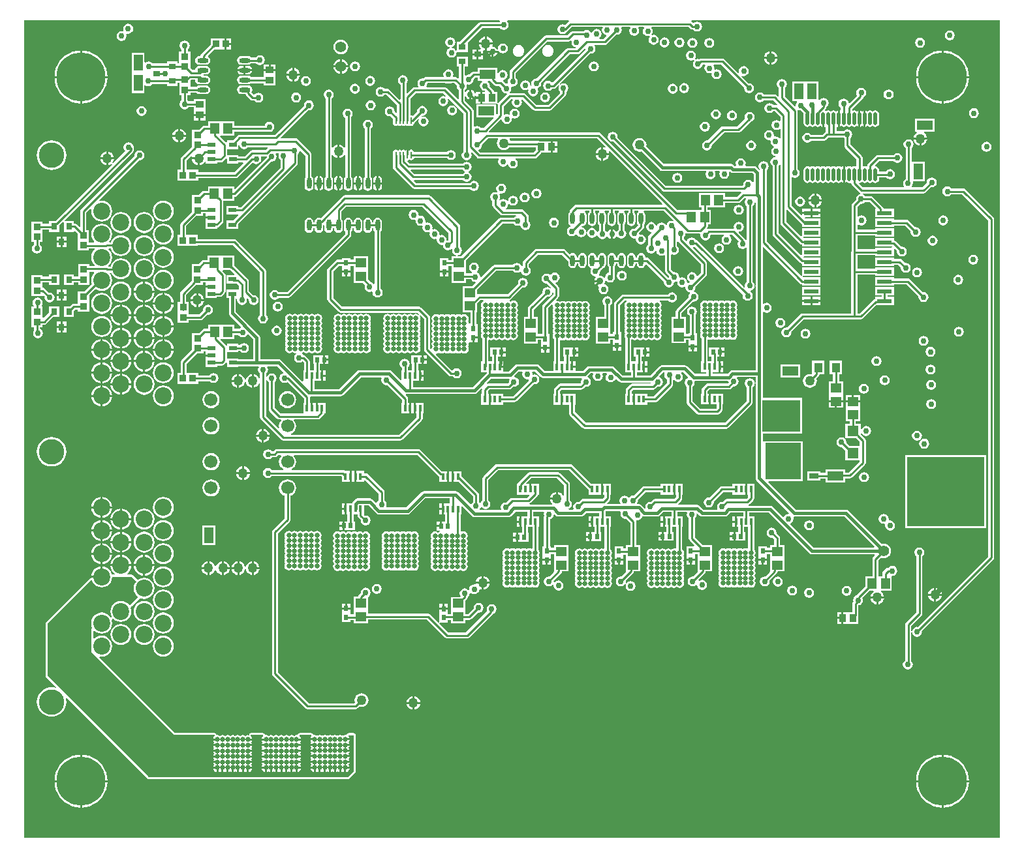
<source format=gbr>
%TF.GenerationSoftware,Altium Limited,Altium Designer,19.0.10 (269)*%
G04 Layer_Physical_Order=4*
G04 Layer_Color=16711680*
%FSLAX26Y26*%
%MOIN*%
%TF.FileFunction,Copper,L4,Bot,Signal*%
%TF.Part,Single*%
G01*
G75*
%TA.AperFunction,SMDPad,CuDef*%
%ADD12R,0.039370X0.035433*%
%ADD14R,0.045276X0.053150*%
%ADD20R,0.043307X0.051181*%
%ADD21R,0.035433X0.039370*%
%ADD26R,0.033465X0.037402*%
%ADD27R,0.037402X0.033465*%
%ADD29R,0.074803X0.023622*%
%ADD30R,0.053150X0.045276*%
%ADD31O,0.023622X0.057087*%
%ADD34O,0.057087X0.023622*%
%TA.AperFunction,Conductor*%
%ADD35C,0.015000*%
%ADD36C,0.010000*%
%TA.AperFunction,SMDPad,CuDef*%
%ADD42R,0.045276X0.080709*%
%TA.AperFunction,ComponentPad*%
%ADD43C,0.066929*%
%TA.AperFunction,SMDPad,CuDef*%
%ADD44R,0.080709X0.045276*%
%TA.AperFunction,ViaPad*%
%ADD45C,0.250000*%
%TA.AperFunction,ComponentPad*%
%ADD46C,0.129921*%
%ADD47C,0.086614*%
%ADD48C,0.055118*%
%ADD49C,0.011811*%
%TA.AperFunction,SMDPad,CuDef*%
%ADD50R,0.393701X0.354331*%
%TA.AperFunction,ViaPad*%
%ADD51C,0.050000*%
%ADD52C,0.030000*%
%ADD53C,0.035000*%
%ADD54C,0.025000*%
%ADD55C,0.055000*%
%TA.AperFunction,SMDPad,CuDef*%
%ADD56R,0.035433X0.031496*%
%ADD57O,0.019685X0.064961*%
%ADD58R,0.181102X0.185039*%
%ADD59R,0.045276X0.027559*%
%ADD60R,0.051181X0.057087*%
%ADD61R,0.192913X0.163386*%
%ADD62R,0.057087X0.053150*%
%ADD63R,0.031496X0.035433*%
%ADD64R,0.016535X0.035000*%
%ADD65R,0.023622X0.025197*%
%ADD66R,0.039370X0.023622*%
%ADD67O,0.009842X0.033465*%
%ADD68R,0.023622X0.029528*%
%TA.AperFunction,Conductor*%
%ADD69C,0.025000*%
G36*
X4993785Y11215D02*
X11215D01*
Y4188785D01*
X2436414D01*
X2438860Y4183785D01*
X2436924Y4181294D01*
X2343228D01*
X2337376Y4180130D01*
X2332414Y4176814D01*
X2234749Y4079149D01*
X2219913D01*
Y4035538D01*
X2219737Y4035466D01*
X2214913Y4034706D01*
X2210024Y4042024D01*
X2201755Y4047550D01*
X2194722Y4048948D01*
Y4054046D01*
X2196755Y4054450D01*
X2205024Y4059976D01*
X2210550Y4068245D01*
X2212490Y4078000D01*
X2210550Y4087755D01*
X2205024Y4096024D01*
X2196755Y4101550D01*
X2187000Y4103490D01*
X2177245Y4101550D01*
X2168976Y4096024D01*
X2163450Y4087755D01*
X2161510Y4078000D01*
X2163450Y4068245D01*
X2168976Y4059976D01*
X2177245Y4054450D01*
X2184278Y4053052D01*
Y4047954D01*
X2182245Y4047550D01*
X2173976Y4042024D01*
X2168450Y4033755D01*
X2166510Y4024000D01*
X2168450Y4014245D01*
X2173976Y4005976D01*
X2182245Y4000450D01*
X2192000Y3998510D01*
X2201755Y4000450D01*
X2210024Y4005976D01*
X2215550Y4014245D01*
X2217427Y4023683D01*
X2217774Y4024237D01*
X2221861Y4027653D01*
X2275346D01*
Y4076489D01*
X2349563Y4150706D01*
X2439152D01*
X2440976Y4147976D01*
X2449245Y4142450D01*
X2459000Y4140510D01*
X2468755Y4142450D01*
X2477024Y4147976D01*
X2482550Y4156245D01*
X2484490Y4166000D01*
X2482550Y4175755D01*
X2477184Y4183785D01*
X2477675Y4186168D01*
X2478468Y4188785D01*
X2791044D01*
X2792561Y4183785D01*
X2789612Y4181814D01*
X2773107Y4165310D01*
X2769755Y4167550D01*
X2760000Y4169490D01*
X2750245Y4167550D01*
X2741976Y4162024D01*
X2736450Y4153755D01*
X2734510Y4144000D01*
X2736450Y4134245D01*
X2741976Y4125976D01*
X2750245Y4120450D01*
X2760000Y4118510D01*
X2769755Y4120450D01*
X2778024Y4125976D01*
X2781713Y4131496D01*
X2784241Y4133186D01*
X2806761Y4155706D01*
X2962792D01*
X2965149Y4151296D01*
X2963450Y4148755D01*
X2961510Y4139000D01*
X2963450Y4129245D01*
X2968976Y4120976D01*
X2977245Y4115450D01*
X2981837Y4114537D01*
X2983483Y4109112D01*
X2968665Y4094294D01*
X2949527D01*
X2948010Y4099294D01*
X2952024Y4101976D01*
X2957550Y4110245D01*
X2959490Y4120000D01*
X2957550Y4129755D01*
X2952024Y4138024D01*
X2943755Y4143550D01*
X2934000Y4145490D01*
X2924245Y4143550D01*
X2915976Y4138024D01*
X2910450Y4129755D01*
X2909858Y4126774D01*
X2904631Y4126129D01*
X2900024Y4133024D01*
X2891755Y4138550D01*
X2882000Y4140490D01*
X2872245Y4138550D01*
X2865617Y4134121D01*
X2812827D01*
X2806974Y4132956D01*
X2802012Y4129641D01*
X2784665Y4112294D01*
X2675000D01*
X2669147Y4111130D01*
X2664186Y4107814D01*
X2494186Y3937814D01*
X2490870Y3932853D01*
X2489706Y3927000D01*
Y3895848D01*
X2486976Y3894024D01*
X2481450Y3885755D01*
X2479510Y3876000D01*
X2480733Y3869851D01*
X2476481Y3865598D01*
X2472000Y3866490D01*
X2468780Y3865849D01*
X2455015Y3879614D01*
X2455433Y3883024D01*
X2456391Y3884986D01*
X2463755Y3886450D01*
X2472024Y3891976D01*
X2477550Y3900245D01*
X2479490Y3910000D01*
X2477550Y3919755D01*
X2472024Y3928024D01*
X2463755Y3933550D01*
X2454000Y3935490D01*
X2444245Y3933550D01*
X2435976Y3928024D01*
X2431354Y3921107D01*
X2426354Y3922624D01*
Y3945638D01*
X2325646D01*
Y3928294D01*
X2307000D01*
X2301147Y3927130D01*
X2296186Y3923814D01*
X2284220Y3911849D01*
X2281000Y3912490D01*
X2271245Y3910550D01*
X2265294Y3906573D01*
X2260294Y3909245D01*
Y3952850D01*
X2275346D01*
Y4004346D01*
X2219913D01*
Y3952850D01*
X2229706D01*
Y3895456D01*
X2225087Y3893542D01*
X2223941Y3894688D01*
X2218979Y3898003D01*
X2213127Y3899167D01*
X2203380D01*
X2200733Y3904167D01*
X2202490Y3913000D01*
X2200550Y3922755D01*
X2195024Y3931024D01*
X2186755Y3936550D01*
X2177000Y3938490D01*
X2167245Y3936550D01*
X2158976Y3931024D01*
X2153450Y3922755D01*
X2151510Y3913000D01*
X2153267Y3904167D01*
X2150620Y3899167D01*
X2059873D01*
X2054021Y3898003D01*
X2049059Y3894688D01*
X2047220Y3892849D01*
X2044000Y3893490D01*
X2034245Y3891550D01*
X2025976Y3886024D01*
X2020450Y3877755D01*
X2018510Y3868000D01*
X2020450Y3858245D01*
X2024427Y3852294D01*
X2021755Y3847294D01*
X2004000D01*
X1998147Y3846130D01*
X1993186Y3842814D01*
X1967913Y3817542D01*
X1963294Y3819456D01*
Y3866876D01*
X1967550Y3873245D01*
X1969490Y3883000D01*
X1967550Y3892755D01*
X1962024Y3901024D01*
X1953755Y3906550D01*
X1944000Y3908490D01*
X1934245Y3906550D01*
X1925976Y3901024D01*
X1920450Y3892755D01*
X1918510Y3883000D01*
X1920450Y3873245D01*
X1925976Y3864976D01*
X1932706Y3860479D01*
Y3786456D01*
X1928087Y3784542D01*
X1877814Y3834814D01*
X1872853Y3838130D01*
X1867000Y3839294D01*
X1850848D01*
X1849024Y3842024D01*
X1840755Y3847550D01*
X1831000Y3849490D01*
X1821245Y3847550D01*
X1812976Y3842024D01*
X1807450Y3833755D01*
X1805510Y3824000D01*
X1807450Y3814245D01*
X1812976Y3805976D01*
X1821245Y3800450D01*
X1831000Y3798510D01*
X1840755Y3800450D01*
X1849024Y3805976D01*
X1850848Y3808706D01*
X1860665D01*
X1913021Y3756350D01*
Y3717141D01*
X1908402Y3715227D01*
X1902849Y3720780D01*
X1903490Y3724000D01*
X1901550Y3733755D01*
X1896024Y3742024D01*
X1887755Y3747550D01*
X1878000Y3749490D01*
X1868245Y3747550D01*
X1859976Y3742024D01*
X1854450Y3733755D01*
X1852510Y3724000D01*
X1854450Y3714245D01*
X1859976Y3705976D01*
X1868245Y3700450D01*
X1878000Y3698510D01*
X1881220Y3699151D01*
X1893336Y3687035D01*
Y3676598D01*
X1893416Y3676194D01*
Y3664787D01*
X1894574Y3658965D01*
X1897872Y3654030D01*
X1902808Y3650732D01*
X1908630Y3649574D01*
X1914452Y3650732D01*
X1918472Y3653418D01*
X1922493Y3650732D01*
X1928315Y3649574D01*
X1934137Y3650732D01*
X1938157Y3653418D01*
X1942178Y3650732D01*
X1948000Y3649574D01*
X1953822Y3650732D01*
X1957842Y3653418D01*
X1961863Y3650732D01*
X1967685Y3649574D01*
X1973507Y3650732D01*
X1977528Y3653418D01*
X1981548Y3650732D01*
X1987370Y3649574D01*
X1993192Y3650732D01*
X1998128Y3654030D01*
X2001426Y3658965D01*
X2002584Y3664787D01*
Y3665230D01*
X2003413Y3665784D01*
X2022559Y3684930D01*
X2026450Y3681754D01*
X2024510Y3672000D01*
X2026450Y3662245D01*
X2031976Y3653976D01*
X2040245Y3648450D01*
X2050000Y3646510D01*
X2059755Y3648450D01*
X2068024Y3653976D01*
X2073550Y3662245D01*
X2075490Y3672000D01*
X2073550Y3681755D01*
X2068024Y3690024D01*
X2059755Y3695550D01*
X2050000Y3697490D01*
X2044162Y3696329D01*
X2041016Y3700801D01*
X2041609Y3701787D01*
X2043000Y3701510D01*
X2052755Y3703450D01*
X2061024Y3708976D01*
X2066550Y3717245D01*
X2068490Y3727000D01*
X2066550Y3736755D01*
X2061024Y3745024D01*
X2052755Y3750550D01*
X2043000Y3752490D01*
X2033245Y3750550D01*
X2024976Y3745024D01*
X2019450Y3736755D01*
X2017510Y3727000D01*
X2018151Y3723780D01*
X1995377Y3701005D01*
X1993192Y3702465D01*
X1987370Y3703623D01*
X1986844Y3703518D01*
X1982979Y3706690D01*
Y3789350D01*
X2010335Y3816706D01*
X2150665D01*
X2162296Y3805075D01*
X2159501Y3800799D01*
X2151000Y3802490D01*
X2141245Y3800550D01*
X2132976Y3795024D01*
X2127450Y3786755D01*
X2125510Y3777000D01*
X2127450Y3767245D01*
X2132976Y3758976D01*
X2141245Y3753450D01*
X2151000Y3751510D01*
X2160755Y3753450D01*
X2169024Y3758976D01*
X2174550Y3767245D01*
X2176490Y3777000D01*
X2174799Y3785501D01*
X2179075Y3788296D01*
X2216166Y3751206D01*
X2212978Y3747322D01*
X2209959Y3749339D01*
X2205155Y3752550D01*
X2195400Y3754490D01*
X2185646Y3752550D01*
X2177376Y3747024D01*
X2171851Y3738755D01*
X2169910Y3729000D01*
X2171851Y3719245D01*
X2177376Y3710976D01*
X2185646Y3705450D01*
X2195400Y3703510D01*
X2205155Y3705450D01*
X2213424Y3710976D01*
X2218950Y3719245D01*
X2220890Y3729000D01*
X2218950Y3738755D01*
X2215739Y3743559D01*
X2213722Y3746578D01*
X2217606Y3749765D01*
X2254706Y3712665D01*
Y3519848D01*
X2251976Y3518024D01*
X2246450Y3509755D01*
X2244510Y3500000D01*
X2246450Y3490245D01*
X2251976Y3481976D01*
X2260245Y3476450D01*
X2270000Y3474510D01*
X2279755Y3476450D01*
X2288024Y3481976D01*
X2293550Y3490245D01*
X2295490Y3500000D01*
X2293550Y3509755D01*
X2291742Y3512460D01*
X2295626Y3515647D01*
X2323087Y3488186D01*
X2328049Y3484870D01*
X2333901Y3483706D01*
X2431792D01*
X2434149Y3479296D01*
X2432450Y3476755D01*
X2430510Y3467000D01*
X2432450Y3457245D01*
X2437976Y3448976D01*
X2446245Y3443450D01*
X2456000Y3441510D01*
X2465755Y3443450D01*
X2474024Y3448976D01*
X2476477Y3452647D01*
X2481785Y3451591D01*
X2482450Y3448245D01*
X2487976Y3439976D01*
X2496245Y3434450D01*
X2506000Y3432510D01*
X2515755Y3434450D01*
X2524024Y3439976D01*
X2529550Y3448245D01*
X2531490Y3458000D01*
X2529550Y3467755D01*
X2524024Y3476024D01*
X2520010Y3478706D01*
X2521527Y3483706D01*
X2616000D01*
X2621853Y3484870D01*
X2626814Y3488186D01*
X2649523Y3510894D01*
X2650472Y3512315D01*
X2699575D01*
Y3542000D01*
Y3571685D01*
X2640187D01*
X2638709Y3571979D01*
X2493245D01*
X2490482Y3578651D01*
X2488509Y3581222D01*
X2490721Y3585706D01*
X2935949D01*
X2978978Y3542677D01*
X2976146Y3538439D01*
X2972137Y3540099D01*
X2968000Y3540644D01*
Y3511000D01*
X2997644D01*
X2997099Y3515137D01*
X2995439Y3519146D01*
X2999677Y3521978D01*
X3270742Y3250913D01*
X3268829Y3246294D01*
X2831000D01*
X2825147Y3245130D01*
X2820186Y3241814D01*
X2800186Y3221814D01*
X2796870Y3216853D01*
X2795706Y3211000D01*
Y3209029D01*
X2795275Y3208741D01*
X2790454Y3201526D01*
X2788762Y3193016D01*
Y3159551D01*
X2790454Y3151041D01*
X2795275Y3143826D01*
X2800776Y3140151D01*
X2799730Y3134845D01*
X2798245Y3134550D01*
X2789976Y3129024D01*
X2784450Y3120755D01*
X2782510Y3111000D01*
X2784450Y3101245D01*
X2789976Y3092976D01*
X2798245Y3087450D01*
X2808000Y3085510D01*
X2817755Y3087450D01*
X2826024Y3092976D01*
X2827077Y3094552D01*
X2832836Y3094171D01*
X2836976Y3087976D01*
X2845245Y3082450D01*
X2855000Y3080510D01*
X2864755Y3082450D01*
X2873024Y3087976D01*
X2878550Y3096245D01*
X2879653Y3101791D01*
X2884751D01*
X2886450Y3093245D01*
X2891976Y3084976D01*
X2900245Y3079450D01*
X2910000Y3077510D01*
X2919755Y3079450D01*
X2928024Y3084976D01*
X2932478Y3091642D01*
X2937758Y3090726D01*
X2938450Y3087245D01*
X2943976Y3078976D01*
X2952245Y3073450D01*
X2962000Y3071510D01*
X2971755Y3073450D01*
X2980024Y3078976D01*
X2983970Y3084882D01*
X2984224Y3084973D01*
X2989729Y3084578D01*
X2993976Y3078222D01*
X3002245Y3072696D01*
X3007000Y3071750D01*
Y3096245D01*
Y3120741D01*
X3002245Y3119795D01*
X2993976Y3114269D01*
X2990030Y3108364D01*
X2989776Y3108273D01*
X2984271Y3108668D01*
X2980024Y3115024D01*
X2976294Y3117516D01*
Y3143538D01*
X2976725Y3143826D01*
X2981546Y3151041D01*
X2983238Y3159551D01*
Y3193016D01*
X2981546Y3201526D01*
X2976725Y3208741D01*
X2973783Y3210706D01*
X2975300Y3215706D01*
X2995706D01*
Y3209029D01*
X2995275Y3208741D01*
X2990454Y3201526D01*
X2988762Y3193016D01*
Y3159551D01*
X2990454Y3151041D01*
X2995275Y3143826D01*
X3002490Y3139006D01*
X3011000Y3137313D01*
X3019510Y3139006D01*
X3026725Y3143826D01*
X3031546Y3151041D01*
X3033238Y3159551D01*
Y3193016D01*
X3031546Y3201526D01*
X3026725Y3208741D01*
X3026294Y3209029D01*
Y3215706D01*
X3046700D01*
X3048217Y3210706D01*
X3045275Y3208741D01*
X3040454Y3201526D01*
X3038762Y3193016D01*
Y3159551D01*
X3040454Y3151041D01*
X3045275Y3143826D01*
X3045706Y3143538D01*
Y3119516D01*
X3041976Y3117024D01*
X3038086Y3111203D01*
X3032192Y3111025D01*
X3030024Y3114269D01*
X3021755Y3119795D01*
X3017000Y3120741D01*
Y3096245D01*
Y3071750D01*
X3021755Y3072696D01*
X3030024Y3078222D01*
X3033914Y3084043D01*
X3039808Y3084221D01*
X3041976Y3080976D01*
X3050245Y3075450D01*
X3060000Y3073510D01*
X3069755Y3075450D01*
X3078024Y3080976D01*
X3083550Y3089245D01*
X3085490Y3099000D01*
X3083550Y3108755D01*
X3078024Y3117024D01*
X3076294Y3118180D01*
Y3143538D01*
X3076725Y3143826D01*
X3081546Y3151041D01*
X3083238Y3159551D01*
Y3193016D01*
X3081546Y3201526D01*
X3076725Y3208741D01*
X3073783Y3210706D01*
X3075300Y3215706D01*
X3095706D01*
Y3209029D01*
X3095275Y3208741D01*
X3090454Y3201526D01*
X3088762Y3193016D01*
Y3159551D01*
X3090454Y3151041D01*
X3095275Y3143826D01*
X3102490Y3139006D01*
X3111000Y3137313D01*
X3119510Y3139006D01*
X3126725Y3143826D01*
X3131546Y3151041D01*
X3133238Y3159551D01*
Y3193016D01*
X3131546Y3201526D01*
X3126725Y3208741D01*
X3126294Y3209029D01*
Y3215706D01*
X3146700D01*
X3148217Y3210706D01*
X3145275Y3208741D01*
X3140454Y3201526D01*
X3138762Y3193016D01*
Y3159551D01*
X3140454Y3151041D01*
X3145275Y3143826D01*
X3143615Y3139244D01*
X3129220Y3124849D01*
X3126000Y3125490D01*
X3116245Y3123550D01*
X3107976Y3118024D01*
X3102450Y3109755D01*
X3100510Y3100000D01*
X3102450Y3090245D01*
X3107976Y3081976D01*
X3116245Y3076450D01*
X3126000Y3074510D01*
X3130694Y3075444D01*
X3134946Y3071192D01*
X3134510Y3069000D01*
X3136450Y3059245D01*
X3141976Y3050976D01*
X3150245Y3045450D01*
X3160000Y3043510D01*
X3169755Y3045450D01*
X3178024Y3050976D01*
X3183550Y3059245D01*
X3185490Y3069000D01*
X3183550Y3078755D01*
X3178024Y3087024D01*
X3169755Y3092550D01*
X3160000Y3094490D01*
X3155306Y3093556D01*
X3151054Y3097808D01*
X3151490Y3100000D01*
X3150849Y3103220D01*
X3171814Y3124186D01*
X3175130Y3129147D01*
X3176294Y3135000D01*
Y3143538D01*
X3176725Y3143826D01*
X3181546Y3151041D01*
X3183238Y3159551D01*
Y3193016D01*
X3181546Y3201526D01*
X3176725Y3208741D01*
X3173783Y3210706D01*
X3175300Y3215706D01*
X3277665D01*
X3325716Y3167655D01*
X3323253Y3163047D01*
X3316000Y3164490D01*
X3306245Y3162550D01*
X3297976Y3157024D01*
X3292450Y3148755D01*
X3291709Y3145026D01*
X3286401Y3143970D01*
X3283024Y3149024D01*
X3274755Y3154550D01*
X3265000Y3156490D01*
X3255245Y3154550D01*
X3246976Y3149024D01*
X3241909Y3141441D01*
X3239126Y3141349D01*
X3236706Y3141968D01*
X3236550Y3142755D01*
X3231024Y3151024D01*
X3222755Y3156550D01*
X3213000Y3158490D01*
X3203245Y3156550D01*
X3194976Y3151024D01*
X3189450Y3142755D01*
X3187510Y3133000D01*
X3189450Y3123245D01*
X3194976Y3114976D01*
X3203245Y3109450D01*
X3212842Y3107542D01*
X3214223Y3105518D01*
X3215500Y3103129D01*
X3201186Y3088814D01*
X3197870Y3083853D01*
X3196706Y3078000D01*
Y3041848D01*
X3193976Y3040024D01*
X3188450Y3031755D01*
X3186510Y3022000D01*
X3188450Y3012245D01*
X3193976Y3003976D01*
X3202245Y2998450D01*
X3212000Y2996510D01*
X3221755Y2998450D01*
X3230024Y3003976D01*
X3234781Y3011096D01*
X3235138Y3011088D01*
X3239761Y3009740D01*
X3241450Y3001245D01*
X3246976Y2992976D01*
X3255245Y2987450D01*
X3265000Y2985510D01*
X3274755Y2987450D01*
X3278296Y2989817D01*
X3282706Y2987460D01*
Y2911000D01*
X3283870Y2905147D01*
X3287186Y2900186D01*
X3304744Y2882627D01*
X3304353Y2876965D01*
X3301182Y2874128D01*
X3299780Y2873849D01*
X3201098Y2972531D01*
X3196136Y2975846D01*
X3190284Y2977010D01*
X3183238D01*
Y2978449D01*
X3181546Y2986959D01*
X3176725Y2994174D01*
X3169510Y2998994D01*
X3161000Y3000687D01*
X3152490Y2998994D01*
X3145275Y2994174D01*
X3140454Y2986959D01*
X3138762Y2978449D01*
Y2977010D01*
X3133238D01*
Y2978449D01*
X3131546Y2986959D01*
X3126725Y2994174D01*
X3119510Y2998994D01*
X3111000Y3000687D01*
X3102490Y2998994D01*
X3095275Y2994174D01*
X3090454Y2986959D01*
X3088762Y2978449D01*
Y2944984D01*
X3090454Y2936474D01*
X3095275Y2929259D01*
X3102490Y2924439D01*
X3111000Y2922746D01*
X3119510Y2924439D01*
X3126725Y2929259D01*
X3131546Y2936474D01*
X3133238Y2944984D01*
Y2946423D01*
X3138762D01*
Y2944984D01*
X3140454Y2936474D01*
X3145275Y2929259D01*
X3152490Y2924439D01*
X3161000Y2922746D01*
X3169510Y2924439D01*
X3176725Y2929259D01*
X3181546Y2936474D01*
X3182422Y2940878D01*
X3187847Y2942524D01*
X3278151Y2852220D01*
X3277510Y2849000D01*
X3279450Y2839245D01*
X3284976Y2830976D01*
X3293245Y2825450D01*
X3303000Y2823510D01*
X3312755Y2825450D01*
X3321024Y2830976D01*
X3326550Y2839245D01*
X3328490Y2849000D01*
X3332818Y2852872D01*
X3340755Y2854450D01*
X3341828Y2855168D01*
X3345986Y2852390D01*
X3345510Y2850000D01*
X3347450Y2840245D01*
X3352976Y2831976D01*
X3361245Y2826450D01*
X3371000Y2824510D01*
X3380755Y2826450D01*
X3383228Y2828104D01*
X3387728Y2825097D01*
X3387510Y2824000D01*
X3389450Y2814245D01*
X3394976Y2805976D01*
X3403245Y2800450D01*
X3409083Y2799289D01*
X3410362Y2794130D01*
X3404836Y2785861D01*
X3402896Y2776106D01*
X3403537Y2772886D01*
X3341863Y2711212D01*
X3338547Y2706250D01*
X3337383Y2700398D01*
Y2673193D01*
X3316102D01*
Y2609295D01*
X3316102Y2607917D01*
Y2604295D01*
X3316102Y2602917D01*
Y2539020D01*
X3389252D01*
Y2556364D01*
X3402884D01*
Y2541579D01*
Y2526067D01*
X3446506D01*
Y2541579D01*
Y2591106D01*
X3439989D01*
Y2684420D01*
X3444550Y2691245D01*
X3446490Y2701000D01*
X3444550Y2710755D01*
X3439024Y2719024D01*
X3430755Y2724550D01*
X3421000Y2726490D01*
X3411245Y2724550D01*
X3402976Y2719024D01*
X3397450Y2710755D01*
X3395510Y2701000D01*
X3397450Y2691245D01*
X3402976Y2682976D01*
X3409401Y2678683D01*
Y2591106D01*
X3402884D01*
Y2586951D01*
X3389252D01*
Y2602917D01*
X3389252Y2604295D01*
Y2607917D01*
X3389252Y2609295D01*
Y2673193D01*
X3367971D01*
Y2694063D01*
X3425165Y2751257D01*
X3428386Y2750617D01*
X3438140Y2752557D01*
X3446410Y2758082D01*
X3451935Y2766352D01*
X3453876Y2776106D01*
X3451935Y2785861D01*
X3446410Y2794130D01*
X3438140Y2799656D01*
X3432303Y2800817D01*
X3431024Y2805976D01*
X3436550Y2814245D01*
X3438490Y2824000D01*
X3437849Y2827220D01*
X3492814Y2882186D01*
X3496130Y2887147D01*
X3497294Y2893000D01*
Y2947430D01*
X3496130Y2953283D01*
X3492814Y2958245D01*
X3425710Y3025349D01*
X3427162Y3030134D01*
X3428755Y3030450D01*
X3434443Y3034251D01*
X3680868Y2787826D01*
X3679510Y2781000D01*
X3681450Y2771245D01*
X3686976Y2762976D01*
X3695245Y2757450D01*
X3705000Y2755510D01*
X3714755Y2757450D01*
X3723024Y2762976D01*
X3728550Y2771245D01*
X3730490Y2781000D01*
X3728550Y2790755D01*
X3723024Y2799024D01*
X3717505Y2802712D01*
X3718561Y2808020D01*
X3725755Y2809450D01*
X3734024Y2814976D01*
X3739550Y2823245D01*
X3741256Y2831823D01*
X3746256Y2831330D01*
Y2400843D01*
X3628230D01*
X3628230Y2400843D01*
X3621402Y2399485D01*
X3615613Y2395617D01*
X3615613Y2395617D01*
X3601839Y2381843D01*
X3525294D01*
Y2391500D01*
X3556771D01*
Y2419000D01*
Y2446500D01*
X3551475D01*
Y2471155D01*
X3558323D01*
Y2493754D01*
Y2516352D01*
X3506866D01*
Y2471155D01*
X3520887D01*
Y2446500D01*
X3500294D01*
Y2555619D01*
X3505294Y2558291D01*
X3506021Y2557805D01*
X3514800Y2556059D01*
X3523579Y2557805D01*
X3529200Y2561561D01*
X3534821Y2557805D01*
X3543600Y2556059D01*
X3552379Y2557805D01*
X3558000Y2561561D01*
X3563621Y2557805D01*
X3572400Y2556059D01*
X3581179Y2557805D01*
X3586800Y2561561D01*
X3592421Y2557805D01*
X3601200Y2556059D01*
X3609979Y2557805D01*
X3615600Y2561561D01*
X3621221Y2557805D01*
X3630000Y2556059D01*
X3638779Y2557805D01*
X3646222Y2562778D01*
X3651195Y2570221D01*
X3652941Y2579000D01*
X3651195Y2587779D01*
X3648374Y2592000D01*
X3651195Y2596221D01*
X3652941Y2605000D01*
X3651195Y2613779D01*
X3648374Y2618000D01*
X3651195Y2622221D01*
X3652941Y2631000D01*
X3651195Y2639779D01*
X3648374Y2644000D01*
X3651195Y2648221D01*
X3652941Y2657000D01*
X3651195Y2665779D01*
X3648374Y2670000D01*
X3651195Y2674221D01*
X3652941Y2683000D01*
X3651195Y2691779D01*
X3648374Y2696000D01*
X3651195Y2700221D01*
X3652941Y2709000D01*
X3651195Y2717779D01*
X3648374Y2722000D01*
X3651195Y2726221D01*
X3652941Y2735000D01*
X3651195Y2743779D01*
X3646222Y2751222D01*
X3638779Y2756195D01*
X3630000Y2757941D01*
X3621221Y2756195D01*
X3615600Y2752439D01*
X3609979Y2756195D01*
X3601200Y2757941D01*
X3592421Y2756195D01*
X3586800Y2752439D01*
X3581179Y2756195D01*
X3572400Y2757941D01*
X3563621Y2756195D01*
X3558000Y2752439D01*
X3552379Y2756195D01*
X3543600Y2757941D01*
X3534821Y2756195D01*
X3529200Y2752439D01*
X3523579Y2756195D01*
X3514800Y2757941D01*
X3506021Y2756195D01*
X3500400Y2752439D01*
X3494779Y2756195D01*
X3486000Y2757941D01*
X3477221Y2756195D01*
X3469778Y2751222D01*
X3464805Y2743779D01*
X3463059Y2735000D01*
X3464805Y2726221D01*
X3467626Y2722000D01*
X3464805Y2717779D01*
X3463059Y2709000D01*
X3464805Y2700221D01*
X3467626Y2696000D01*
X3464805Y2691779D01*
X3463059Y2683000D01*
X3464805Y2674221D01*
X3467626Y2670000D01*
X3464805Y2665779D01*
X3463059Y2657000D01*
X3464805Y2648221D01*
X3467626Y2644000D01*
X3464805Y2639779D01*
X3463059Y2631000D01*
X3464805Y2622221D01*
X3467626Y2618000D01*
X3464805Y2613779D01*
X3463059Y2605000D01*
X3464805Y2596221D01*
X3467626Y2592000D01*
X3464805Y2587779D01*
X3463059Y2579000D01*
X3464805Y2570221D01*
X3469706Y2562887D01*
Y2446500D01*
X3466732D01*
Y2391500D01*
X3494706D01*
Y2381843D01*
X3436353D01*
X3397079Y2421117D01*
X3391290Y2424985D01*
X3384462Y2426343D01*
X3267978D01*
X3261150Y2424985D01*
X3255361Y2421117D01*
X3208087Y2373843D01*
X3139294D01*
Y2390287D01*
X3169807D01*
Y2417787D01*
X3174807D01*
D01*
X3169807D01*
Y2445287D01*
X3164510D01*
Y2469943D01*
X3175323D01*
Y2492541D01*
Y2515140D01*
X3123866D01*
Y2469943D01*
X3133923D01*
Y2445287D01*
X3110294D01*
Y2555895D01*
X3114830Y2558606D01*
X3119021Y2555805D01*
X3127800Y2554059D01*
X3136579Y2555805D01*
X3142200Y2559561D01*
X3147821Y2555805D01*
X3156600Y2554059D01*
X3165379Y2555805D01*
X3171000Y2559561D01*
X3176621Y2555805D01*
X3185400Y2554059D01*
X3194179Y2555805D01*
X3199800Y2559561D01*
X3205421Y2555805D01*
X3214200Y2554059D01*
X3222979Y2555805D01*
X3228600Y2559561D01*
X3234221Y2555805D01*
X3243000Y2554059D01*
X3251779Y2555805D01*
X3259222Y2560778D01*
X3264195Y2568221D01*
X3265941Y2577000D01*
X3264195Y2585779D01*
X3261374Y2590000D01*
X3264195Y2594221D01*
X3265941Y2603000D01*
X3264195Y2611779D01*
X3261374Y2616000D01*
X3264195Y2620221D01*
X3265941Y2629000D01*
X3264195Y2637779D01*
X3261374Y2642000D01*
X3264195Y2646221D01*
X3265941Y2655000D01*
X3264195Y2663779D01*
X3261374Y2668000D01*
X3264195Y2672221D01*
X3265941Y2681000D01*
X3264195Y2689779D01*
X3261374Y2694000D01*
X3264195Y2698221D01*
X3265941Y2707000D01*
X3264195Y2715779D01*
X3261374Y2720000D01*
X3264195Y2724221D01*
X3265941Y2733000D01*
X3264195Y2741779D01*
X3259222Y2749222D01*
X3254007Y2752706D01*
X3255523Y2757706D01*
X3299152D01*
X3300976Y2754976D01*
X3309245Y2749450D01*
X3319000Y2747510D01*
X3328755Y2749450D01*
X3337024Y2754976D01*
X3342550Y2763245D01*
X3344490Y2773000D01*
X3342550Y2782755D01*
X3337024Y2791024D01*
X3328755Y2796550D01*
X3319000Y2798490D01*
X3309245Y2796550D01*
X3300976Y2791024D01*
X3299152Y2788294D01*
X3070490D01*
X3064637Y2787130D01*
X3059675Y2783814D01*
X3026916Y2751055D01*
X3023601Y2746093D01*
X3022436Y2740241D01*
Y2596402D01*
X3015919D01*
Y2585739D01*
X3002287D01*
Y2601705D01*
X3002287Y2603083D01*
Y2606705D01*
X3002287Y2608083D01*
Y2655503D01*
X3002581Y2656980D01*
Y2732007D01*
X3007024Y2734976D01*
X3012550Y2743245D01*
X3014490Y2753000D01*
X3012550Y2762755D01*
X3007024Y2771024D01*
X2998755Y2776550D01*
X2989000Y2778490D01*
X2979245Y2776550D01*
X2970976Y2771024D01*
X2965450Y2762755D01*
X2963510Y2753000D01*
X2965450Y2743245D01*
X2970976Y2734976D01*
X2971993Y2734296D01*
Y2671980D01*
X2929138D01*
Y2608083D01*
X2929138Y2606705D01*
Y2603083D01*
X2929138Y2601705D01*
Y2537807D01*
X3002287D01*
Y2555151D01*
X3015919D01*
Y2531362D01*
X3059541D01*
Y2546874D01*
Y2596402D01*
X3053024D01*
Y2733906D01*
X3076825Y2757706D01*
X3086477D01*
X3087993Y2752706D01*
X3082778Y2749222D01*
X3077805Y2741779D01*
X3076059Y2733000D01*
X3077805Y2724221D01*
X3080626Y2720000D01*
X3077805Y2715779D01*
X3076059Y2707000D01*
X3077805Y2698221D01*
X3080626Y2694000D01*
X3077805Y2689779D01*
X3076059Y2681000D01*
X3077805Y2672221D01*
X3080626Y2668000D01*
X3077805Y2663779D01*
X3076059Y2655000D01*
X3077805Y2646221D01*
X3080626Y2642000D01*
X3077805Y2637779D01*
X3076059Y2629000D01*
X3077805Y2620221D01*
X3080626Y2616000D01*
X3077805Y2611779D01*
X3076059Y2603000D01*
X3077805Y2594221D01*
X3080626Y2590000D01*
X3077805Y2585779D01*
X3076059Y2577000D01*
X3077805Y2568221D01*
X3079706Y2565376D01*
Y2422000D01*
X3079768Y2421690D01*
Y2390287D01*
X3108706D01*
Y2373843D01*
X3066353D01*
X3024079Y2416117D01*
X3018290Y2419985D01*
X3011462Y2421343D01*
X2896481D01*
X2889653Y2419985D01*
X2883864Y2416117D01*
X2883864Y2416117D01*
X2864590Y2396843D01*
X2825654D01*
Y2412894D01*
X2807386D01*
Y2417894D01*
X2802386D01*
Y2445394D01*
X2797089D01*
Y2470049D01*
X2814323D01*
Y2492648D01*
Y2515246D01*
X2762866D01*
Y2470049D01*
X2766501D01*
Y2445394D01*
X2745908D01*
Y2552876D01*
X2750908Y2555549D01*
X2752021Y2554805D01*
X2760800Y2553059D01*
X2769579Y2554805D01*
X2775200Y2558561D01*
X2780821Y2554805D01*
X2789600Y2553059D01*
X2798379Y2554805D01*
X2804000Y2558561D01*
X2809621Y2554805D01*
X2818400Y2553059D01*
X2827179Y2554805D01*
X2832800Y2558561D01*
X2838421Y2554805D01*
X2847200Y2553059D01*
X2855979Y2554805D01*
X2861600Y2558561D01*
X2867221Y2554805D01*
X2876000Y2553059D01*
X2884779Y2554805D01*
X2892222Y2559778D01*
X2897195Y2567221D01*
X2898941Y2576000D01*
X2897195Y2584779D01*
X2894374Y2589000D01*
X2897195Y2593221D01*
X2898941Y2602000D01*
X2897195Y2610779D01*
X2894374Y2615000D01*
X2897195Y2619221D01*
X2898941Y2628000D01*
X2897195Y2636779D01*
X2894374Y2641000D01*
X2897195Y2645221D01*
X2898941Y2654000D01*
X2897195Y2662779D01*
X2894374Y2667000D01*
X2897195Y2671221D01*
X2898941Y2680000D01*
X2897195Y2688779D01*
X2894374Y2693000D01*
X2897195Y2697221D01*
X2898941Y2706000D01*
X2897195Y2714779D01*
X2894374Y2719000D01*
X2897195Y2723221D01*
X2898941Y2732000D01*
X2897195Y2740779D01*
X2892222Y2748222D01*
X2884779Y2753195D01*
X2876000Y2754941D01*
X2867221Y2753195D01*
X2861600Y2749439D01*
X2855979Y2753195D01*
X2847200Y2754941D01*
X2838421Y2753195D01*
X2832800Y2749439D01*
X2827179Y2753195D01*
X2818400Y2754941D01*
X2809621Y2753195D01*
X2804000Y2749439D01*
X2798379Y2753195D01*
X2789600Y2754941D01*
X2780821Y2753195D01*
X2775200Y2749439D01*
X2769579Y2753195D01*
X2760800Y2754941D01*
X2752021Y2753195D01*
X2746400Y2749439D01*
X2740779Y2753195D01*
X2732000Y2754941D01*
X2729055Y2754355D01*
X2726592Y2758963D01*
X2737814Y2770186D01*
X2741130Y2775147D01*
X2742294Y2781000D01*
Y2820000D01*
X2741130Y2825853D01*
X2737814Y2830814D01*
X2723517Y2845112D01*
X2725163Y2850537D01*
X2729755Y2851450D01*
X2738024Y2856976D01*
X2743550Y2865245D01*
X2745490Y2875000D01*
X2743550Y2884755D01*
X2738024Y2893024D01*
X2729755Y2898550D01*
X2720000Y2900490D01*
X2710245Y2898550D01*
X2701976Y2893024D01*
X2699773Y2889727D01*
X2693582Y2888656D01*
X2687755Y2892550D01*
X2678000Y2894490D01*
X2668245Y2892550D01*
X2659976Y2887024D01*
X2654450Y2878755D01*
X2652510Y2869000D01*
X2654450Y2859245D01*
X2659976Y2850976D01*
X2668245Y2845450D01*
X2678000Y2843510D01*
X2681220Y2844151D01*
X2700412Y2824959D01*
X2697224Y2821076D01*
X2691755Y2824731D01*
X2682000Y2826671D01*
X2672245Y2824731D01*
X2663976Y2819205D01*
X2658450Y2810936D01*
X2656510Y2801181D01*
X2657151Y2797961D01*
X2587477Y2728287D01*
X2584162Y2723325D01*
X2582997Y2717472D01*
Y2672087D01*
X2561716D01*
Y2608189D01*
X2561716Y2606811D01*
Y2603189D01*
X2561716Y2601811D01*
Y2537913D01*
X2634866D01*
Y2555257D01*
X2649189D01*
Y2536897D01*
Y2521385D01*
X2692811D01*
Y2536897D01*
Y2586425D01*
X2686294D01*
Y2718665D01*
X2705037Y2737408D01*
X2709645Y2734945D01*
X2709059Y2732000D01*
X2710805Y2723221D01*
X2713626Y2719000D01*
X2710805Y2714779D01*
X2709059Y2706000D01*
X2710805Y2697221D01*
X2713626Y2693000D01*
X2710805Y2688779D01*
X2709059Y2680000D01*
X2710805Y2671221D01*
X2713626Y2667000D01*
X2710805Y2662779D01*
X2709059Y2654000D01*
X2710805Y2645221D01*
X2713626Y2641000D01*
X2710805Y2636779D01*
X2709059Y2628000D01*
X2710805Y2619221D01*
X2713626Y2615000D01*
X2710805Y2610779D01*
X2709059Y2602000D01*
X2710805Y2593221D01*
X2713626Y2589000D01*
X2710805Y2584779D01*
X2709059Y2576000D01*
X2710805Y2567221D01*
X2715320Y2560464D01*
Y2445394D01*
X2712347D01*
Y2396843D01*
X2666891D01*
X2638617Y2425117D01*
X2632828Y2428985D01*
X2626000Y2430343D01*
X2528501D01*
X2528500Y2430343D01*
X2521672Y2428985D01*
X2515883Y2425117D01*
X2484609Y2393843D01*
X2458232D01*
Y2413364D01*
X2439965D01*
Y2418364D01*
X2434965D01*
Y2445864D01*
X2429668D01*
Y2470519D01*
X2442323D01*
Y2493118D01*
Y2515716D01*
X2390866D01*
Y2470519D01*
X2399080D01*
Y2445864D01*
X2380294D01*
Y2554216D01*
X2384418Y2556776D01*
X2385294Y2556751D01*
X2393800Y2555059D01*
X2402579Y2556805D01*
X2408200Y2560561D01*
X2413821Y2556805D01*
X2422600Y2555059D01*
X2431379Y2556805D01*
X2437000Y2560561D01*
X2442621Y2556805D01*
X2451400Y2555059D01*
X2460179Y2556805D01*
X2465800Y2560561D01*
X2471421Y2556805D01*
X2480200Y2555059D01*
X2488979Y2556805D01*
X2494600Y2560561D01*
X2500221Y2556805D01*
X2509000Y2555059D01*
X2517779Y2556805D01*
X2525222Y2561778D01*
X2530195Y2569221D01*
X2531941Y2578000D01*
X2530195Y2586779D01*
X2527374Y2591000D01*
X2530195Y2595221D01*
X2531941Y2604000D01*
X2530195Y2612779D01*
X2527374Y2617000D01*
X2530195Y2621221D01*
X2531941Y2630000D01*
X2530195Y2638779D01*
X2527374Y2643000D01*
X2530195Y2647221D01*
X2531941Y2656000D01*
X2530195Y2664779D01*
X2527374Y2669000D01*
X2530195Y2673221D01*
X2531941Y2682000D01*
X2530195Y2690779D01*
X2527374Y2695000D01*
X2530195Y2699221D01*
X2531941Y2708000D01*
X2530195Y2716779D01*
X2527374Y2721000D01*
X2530195Y2725221D01*
X2531941Y2734000D01*
X2530195Y2742779D01*
X2525222Y2750222D01*
X2517779Y2755195D01*
X2509000Y2756941D01*
X2500221Y2755195D01*
X2494600Y2751439D01*
X2488979Y2755195D01*
X2488463Y2755297D01*
Y2760395D01*
X2490853Y2760870D01*
X2495814Y2764186D01*
X2554780Y2823151D01*
X2558000Y2822510D01*
X2567755Y2824450D01*
X2576024Y2829976D01*
X2581550Y2838245D01*
X2583490Y2848000D01*
X2581550Y2857755D01*
X2576024Y2866024D01*
X2567755Y2871550D01*
X2558000Y2873490D01*
X2548245Y2871550D01*
X2539976Y2866024D01*
X2534450Y2857755D01*
X2532510Y2848000D01*
X2533151Y2844780D01*
X2478665Y2790294D01*
X2334977D01*
X2329124Y2789130D01*
X2328575Y2788763D01*
X2323575Y2791435D01*
Y2812395D01*
X2419886Y2908706D01*
X2506152D01*
X2507976Y2905976D01*
X2516245Y2900450D01*
X2526000Y2898510D01*
X2535755Y2900450D01*
X2542249Y2904790D01*
X2547303Y2903244D01*
X2547725Y2902893D01*
X2548450Y2899245D01*
X2553976Y2890976D01*
X2562245Y2885450D01*
X2572000Y2883510D01*
X2581755Y2885450D01*
X2590024Y2890976D01*
X2595550Y2899245D01*
X2597490Y2909000D01*
X2595550Y2918755D01*
X2590024Y2927024D01*
X2587294Y2928848D01*
Y2943665D01*
X2634335Y2990706D01*
X2755665D01*
X2788762Y2957610D01*
Y2944984D01*
X2790454Y2936474D01*
X2795275Y2929259D01*
X2802490Y2924439D01*
X2811000Y2922746D01*
X2819510Y2924439D01*
X2826725Y2929259D01*
X2831546Y2936474D01*
X2833238Y2944984D01*
Y2946423D01*
X2838762D01*
Y2944984D01*
X2840454Y2936474D01*
X2845275Y2929259D01*
X2852490Y2924439D01*
X2861000Y2922746D01*
X2869510Y2924439D01*
X2876725Y2929259D01*
X2881546Y2936474D01*
X2883238Y2944984D01*
Y2978449D01*
X2881546Y2986959D01*
X2876725Y2994174D01*
X2869510Y2998994D01*
X2861000Y3000687D01*
X2852490Y2998994D01*
X2845275Y2994174D01*
X2840454Y2986959D01*
X2838762Y2978449D01*
Y2977010D01*
X2833238D01*
Y2978449D01*
X2831546Y2986959D01*
X2826725Y2994174D01*
X2819510Y2998994D01*
X2811000Y3000687D01*
X2802490Y2998994D01*
X2795383Y2994246D01*
X2772814Y3016814D01*
X2767853Y3020130D01*
X2762000Y3021294D01*
X2628000D01*
X2622147Y3020130D01*
X2617186Y3016814D01*
X2561186Y2960814D01*
X2557870Y2955853D01*
X2556706Y2950000D01*
Y2933146D01*
X2555017Y2931896D01*
X2549615Y2933732D01*
X2549408Y2933966D01*
X2544024Y2942024D01*
X2535755Y2947550D01*
X2526000Y2949490D01*
X2516245Y2947550D01*
X2507976Y2942024D01*
X2506152Y2939294D01*
X2413551D01*
X2407698Y2938130D01*
X2402737Y2934814D01*
X2343772Y2875850D01*
X2339384Y2878533D01*
X2337550Y2887755D01*
X2332024Y2896024D01*
X2324580Y2900998D01*
X2323524Y2906305D01*
X2326024Y2907976D01*
X2331550Y2916245D01*
X2333490Y2926000D01*
X2331550Y2935755D01*
X2326024Y2944024D01*
X2317755Y2949550D01*
X2308000Y2951490D01*
X2298245Y2949550D01*
X2289976Y2944024D01*
X2284450Y2935755D01*
X2282510Y2926000D01*
X2284450Y2916245D01*
X2289976Y2907976D01*
X2295868Y2904039D01*
X2296618Y2898452D01*
X2294156Y2895845D01*
X2267077D01*
Y2911811D01*
X2267077Y2913189D01*
Y2916811D01*
X2267077Y2918189D01*
Y2964395D01*
X2453388Y3150706D01*
X2509816D01*
X2512976Y3145976D01*
X2521245Y3140450D01*
X2531000Y3138510D01*
X2540755Y3140450D01*
X2540900Y3140548D01*
X2546456Y3138246D01*
X2547450Y3133245D01*
X2552976Y3124976D01*
X2561245Y3119450D01*
X2571000Y3117510D01*
X2580755Y3119450D01*
X2589024Y3124976D01*
X2594550Y3133245D01*
X2596490Y3143000D01*
X2594550Y3152755D01*
X2589024Y3161024D01*
X2586294Y3162848D01*
Y3187000D01*
X2585130Y3192853D01*
X2581814Y3197814D01*
X2560814Y3218814D01*
X2555853Y3222130D01*
X2550000Y3223294D01*
X2470245D01*
X2468728Y3228294D01*
X2475735Y3232976D01*
X2481261Y3241245D01*
X2483201Y3251000D01*
X2483168Y3251165D01*
X2487878Y3253116D01*
X2489976Y3249976D01*
X2498245Y3244450D01*
X2508000Y3242510D01*
X2517755Y3244450D01*
X2526024Y3249976D01*
X2531550Y3258245D01*
X2533490Y3268000D01*
X2531550Y3277755D01*
X2526024Y3286024D01*
X2517755Y3291550D01*
X2508000Y3293490D01*
X2498245Y3291550D01*
X2489976Y3286024D01*
X2484450Y3277755D01*
X2482510Y3268000D01*
X2482543Y3267835D01*
X2477833Y3265884D01*
X2475735Y3269024D01*
X2467466Y3274550D01*
X2457711Y3276490D01*
X2447957Y3274550D01*
X2441585Y3270292D01*
X2437980Y3273897D01*
X2439550Y3276245D01*
X2441490Y3286000D01*
X2439550Y3295755D01*
X2436360Y3300529D01*
X2439366Y3305029D01*
X2447000Y3303510D01*
X2456755Y3305450D01*
X2465024Y3310976D01*
X2470550Y3319245D01*
X2472490Y3329000D01*
X2470550Y3338755D01*
X2465024Y3347024D01*
X2456755Y3352550D01*
X2447000Y3354490D01*
X2437245Y3352550D01*
X2428976Y3347024D01*
X2423450Y3338755D01*
X2421510Y3329000D01*
X2423450Y3319245D01*
X2426640Y3314471D01*
X2423634Y3309971D01*
X2416000Y3311490D01*
X2406245Y3309550D01*
X2397976Y3304024D01*
X2392450Y3295755D01*
X2390510Y3286000D01*
X2392450Y3276245D01*
X2397976Y3267976D01*
X2400706Y3266152D01*
Y3245000D01*
X2401870Y3239147D01*
X2405186Y3234186D01*
X2442186Y3197186D01*
X2447147Y3193870D01*
X2453000Y3192706D01*
X2521540D01*
X2522033Y3187706D01*
X2521245Y3187550D01*
X2512976Y3182024D01*
X2512488Y3181294D01*
X2447053D01*
X2441201Y3180130D01*
X2436239Y3176814D01*
X2241511Y2982087D01*
X2224390D01*
X2223898Y2987087D01*
X2230755Y2988450D01*
X2239024Y2993976D01*
X2244550Y3002245D01*
X2246490Y3012000D01*
X2244550Y3021755D01*
X2239024Y3030024D01*
X2236294Y3031848D01*
Y3135000D01*
X2235130Y3140853D01*
X2231814Y3145814D01*
X2086814Y3290814D01*
X2081853Y3294130D01*
X2076000Y3295294D01*
X1648283D01*
X1642430Y3294130D01*
X1637468Y3290814D01*
X1525003Y3178349D01*
X1523510Y3179347D01*
X1515000Y3181039D01*
X1506490Y3179347D01*
X1499275Y3174526D01*
X1494455Y3167311D01*
X1492762Y3158801D01*
Y3157363D01*
X1487238D01*
Y3158801D01*
X1485545Y3167311D01*
X1480725Y3174526D01*
X1473510Y3179347D01*
X1465000Y3181039D01*
X1456490Y3179347D01*
X1449275Y3174526D01*
X1444455Y3167311D01*
X1442762Y3158801D01*
Y3125336D01*
X1444455Y3116826D01*
X1449275Y3109612D01*
X1456490Y3104791D01*
X1465000Y3103098D01*
X1473510Y3104791D01*
X1480725Y3109612D01*
X1485545Y3116826D01*
X1487238Y3125336D01*
Y3126775D01*
X1492762D01*
Y3125336D01*
X1494455Y3116826D01*
X1499275Y3109612D01*
X1506490Y3104791D01*
X1515000Y3103098D01*
X1523510Y3104791D01*
X1530725Y3109612D01*
X1535545Y3116826D01*
X1537238Y3125336D01*
Y3143371D01*
X1537762Y3143684D01*
X1542762Y3140852D01*
Y3125336D01*
X1544455Y3116826D01*
X1549275Y3109612D01*
X1556490Y3104791D01*
X1565000Y3103098D01*
X1573510Y3104791D01*
X1580725Y3109612D01*
X1585545Y3116826D01*
X1587238Y3125336D01*
Y3126775D01*
X1592762D01*
Y3125336D01*
X1594455Y3116826D01*
X1599275Y3109612D01*
X1606490Y3104791D01*
X1615000Y3103098D01*
X1623510Y3104791D01*
X1630725Y3109612D01*
X1635545Y3116826D01*
X1637238Y3125336D01*
Y3158801D01*
X1635545Y3167311D01*
X1630725Y3174526D01*
X1630294Y3174814D01*
Y3212098D01*
X1654617Y3236422D01*
X2043949D01*
X2176706Y3103665D01*
Y3066543D01*
X2174205Y3064490D01*
X2171133Y3063879D01*
X2167250Y3068204D01*
X2165550Y3076755D01*
X2160024Y3085024D01*
X2151755Y3090550D01*
X2142000Y3092490D01*
X2135431Y3091183D01*
X2131169Y3095386D01*
X2131490Y3097000D01*
X2129550Y3106755D01*
X2124024Y3115024D01*
X2115755Y3120550D01*
X2106000Y3122490D01*
X2098602Y3121018D01*
X2094353Y3124685D01*
X2094270Y3124866D01*
X2095490Y3131000D01*
X2093550Y3140755D01*
X2088024Y3149024D01*
X2079755Y3154550D01*
X2070000Y3156490D01*
X2062602Y3155018D01*
X2058353Y3158685D01*
X2058270Y3158866D01*
X2059490Y3165000D01*
X2057550Y3174755D01*
X2052024Y3183024D01*
X2043755Y3188550D01*
X2034000Y3190490D01*
X2028472Y3189390D01*
X2024220Y3193642D01*
X2024490Y3195000D01*
X2022550Y3204755D01*
X2017024Y3213024D01*
X2008755Y3218550D01*
X1999000Y3220490D01*
X1989245Y3218550D01*
X1980976Y3213024D01*
X1975450Y3204755D01*
X1973510Y3195000D01*
X1975450Y3185245D01*
X1980976Y3176976D01*
X1989245Y3171450D01*
X1999000Y3169510D01*
X2004528Y3170610D01*
X2008780Y3166358D01*
X2008510Y3165000D01*
X2010450Y3155245D01*
X2015976Y3146976D01*
X2024245Y3141450D01*
X2034000Y3139510D01*
X2041398Y3140982D01*
X2045647Y3137315D01*
X2045730Y3137134D01*
X2044510Y3131000D01*
X2046450Y3121245D01*
X2051976Y3112976D01*
X2060245Y3107450D01*
X2070000Y3105510D01*
X2077398Y3106982D01*
X2081647Y3103315D01*
X2081730Y3103134D01*
X2080510Y3097000D01*
X2082450Y3087245D01*
X2087976Y3078976D01*
X2096245Y3073450D01*
X2106000Y3071510D01*
X2112569Y3072817D01*
X2116831Y3068614D01*
X2116510Y3067000D01*
X2118450Y3057245D01*
X2123976Y3048976D01*
X2132245Y3043450D01*
X2142000Y3041510D01*
X2145071Y3042121D01*
X2148954Y3037796D01*
X2150655Y3029245D01*
X2156181Y3020976D01*
X2164450Y3015450D01*
X2174205Y3013510D01*
X2183959Y3015450D01*
X2192193Y3020952D01*
X2192368Y3020916D01*
X2196894Y3018959D01*
X2195510Y3012000D01*
X2197450Y3002245D01*
X2202976Y2993976D01*
X2211245Y2988450D01*
X2218102Y2987087D01*
X2217610Y2982087D01*
X2193927D01*
Y2964743D01*
X2176959D01*
Y2975039D01*
X2133337D01*
Y2925512D01*
Y2910000D01*
X2176959D01*
Y2934155D01*
X2193927D01*
Y2918189D01*
X2193927Y2916811D01*
Y2913189D01*
X2193927Y2911811D01*
Y2847913D01*
X2267077D01*
Y2865257D01*
X2292447D01*
X2295976Y2859976D01*
X2304245Y2854450D01*
X2313467Y2852616D01*
X2316150Y2848228D01*
X2298009Y2830087D01*
X2250425D01*
Y2764811D01*
X2250425Y2764811D01*
Y2761189D01*
X2250425D01*
X2250425Y2759811D01*
Y2695913D01*
X2288962D01*
Y2641301D01*
X2286543Y2639849D01*
X2280593Y2641513D01*
X2280344Y2642002D01*
X2279195Y2647779D01*
X2276374Y2652000D01*
X2279195Y2656221D01*
X2280941Y2665000D01*
X2279195Y2673779D01*
X2274222Y2681222D01*
X2266779Y2686195D01*
X2258000Y2687941D01*
X2249221Y2686195D01*
X2243600Y2682439D01*
X2237979Y2686195D01*
X2229200Y2687941D01*
X2220421Y2686195D01*
X2214800Y2682439D01*
X2209179Y2686195D01*
X2200400Y2687941D01*
X2191621Y2686195D01*
X2186000Y2682439D01*
X2180379Y2686195D01*
X2171600Y2687941D01*
X2162821Y2686195D01*
X2157200Y2682439D01*
X2151579Y2686195D01*
X2142800Y2687941D01*
X2134021Y2686195D01*
X2128400Y2682439D01*
X2122779Y2686195D01*
X2114000Y2687941D01*
X2105221Y2686195D01*
X2097778Y2681222D01*
X2092805Y2673779D01*
X2091059Y2665000D01*
X2092805Y2656221D01*
X2095626Y2652000D01*
X2092805Y2647779D01*
X2091059Y2639000D01*
X2092805Y2630221D01*
X2095626Y2626000D01*
X2092805Y2621779D01*
X2091059Y2613000D01*
X2092805Y2604221D01*
X2095626Y2600000D01*
X2092805Y2595779D01*
X2091059Y2587000D01*
X2092805Y2578221D01*
X2095626Y2574000D01*
X2092805Y2569779D01*
X2091059Y2561000D01*
X2092805Y2552221D01*
X2095626Y2548000D01*
X2092805Y2543779D01*
X2091059Y2535000D01*
X2092805Y2526221D01*
X2095626Y2522000D01*
X2092805Y2517779D01*
X2091528Y2511357D01*
X2087072Y2509771D01*
X2083294Y2512877D01*
Y2669000D01*
X2082130Y2674853D01*
X2078814Y2679814D01*
X2037814Y2720814D01*
X2032853Y2724130D01*
X2027000Y2725294D01*
X1634335D01*
X1588294Y2771335D01*
Y2907001D01*
X1616275Y2934982D01*
X1631900D01*
Y2910000D01*
X1675522D01*
Y2934982D01*
X1692490D01*
Y2918189D01*
X1692490Y2916811D01*
Y2913189D01*
X1692490Y2911811D01*
Y2847913D01*
X1740074D01*
X1751575Y2836412D01*
X1751135Y2835755D01*
X1749195Y2826000D01*
X1751135Y2816245D01*
X1756661Y2807976D01*
X1764930Y2802450D01*
X1774685Y2800510D01*
X1784439Y2802450D01*
X1785877Y2803411D01*
X1790034Y2800633D01*
X1789510Y2798000D01*
X1791450Y2788245D01*
X1796976Y2779976D01*
X1805245Y2774450D01*
X1815000Y2772510D01*
X1824755Y2774450D01*
X1833024Y2779976D01*
X1838550Y2788245D01*
X1840490Y2798000D01*
X1838550Y2807755D01*
X1833024Y2816024D01*
X1830294Y2817848D01*
Y3109324D01*
X1830725Y3109612D01*
X1835545Y3116826D01*
X1837238Y3125336D01*
Y3158801D01*
X1835545Y3167311D01*
X1830725Y3174526D01*
X1823510Y3179347D01*
X1815000Y3181039D01*
X1806490Y3179347D01*
X1799275Y3174526D01*
X1794455Y3167311D01*
X1792762Y3158801D01*
Y3157363D01*
X1787238D01*
Y3158801D01*
X1785545Y3167311D01*
X1780725Y3174526D01*
X1773510Y3179347D01*
X1765000Y3181039D01*
X1756490Y3179347D01*
X1749275Y3174526D01*
X1744455Y3167311D01*
X1742762Y3158801D01*
Y3125336D01*
X1744455Y3116826D01*
X1749275Y3109612D01*
X1756490Y3104791D01*
X1765000Y3103098D01*
X1773510Y3104791D01*
X1780725Y3109612D01*
X1785545Y3116826D01*
X1787238Y3125336D01*
Y3126775D01*
X1792762D01*
Y3125336D01*
X1794455Y3116826D01*
X1799275Y3109612D01*
X1799706Y3109324D01*
Y2842552D01*
X1794706Y2841035D01*
X1792709Y2844024D01*
X1784439Y2849550D01*
X1781014Y2850231D01*
X1765640Y2865605D01*
Y2911811D01*
X1765640Y2913189D01*
Y2916811D01*
X1765640Y2918189D01*
Y2982087D01*
X1692490D01*
Y2965570D01*
X1675522D01*
Y2975039D01*
X1631900D01*
Y2965570D01*
X1609940D01*
X1604088Y2964405D01*
X1599126Y2961090D01*
X1562186Y2924150D01*
X1558870Y2919188D01*
X1557706Y2913335D01*
Y2765000D01*
X1558870Y2759147D01*
X1562186Y2754186D01*
X1617186Y2699186D01*
X1622147Y2695870D01*
X1628000Y2694706D01*
X2020665D01*
X2026964Y2688407D01*
X2023777Y2684523D01*
X2019779Y2687195D01*
X2011000Y2688941D01*
X2002221Y2687195D01*
X1996600Y2683439D01*
X1990979Y2687195D01*
X1982200Y2688941D01*
X1973421Y2687195D01*
X1967800Y2683439D01*
X1962179Y2687195D01*
X1953400Y2688941D01*
X1944621Y2687195D01*
X1939000Y2683439D01*
X1933379Y2687195D01*
X1924600Y2688941D01*
X1915821Y2687195D01*
X1910200Y2683439D01*
X1904579Y2687195D01*
X1895800Y2688941D01*
X1887021Y2687195D01*
X1881400Y2683439D01*
X1875779Y2687195D01*
X1867000Y2688941D01*
X1858221Y2687195D01*
X1850778Y2682222D01*
X1845805Y2674779D01*
X1844059Y2666000D01*
X1845805Y2657221D01*
X1848626Y2653000D01*
X1845805Y2648779D01*
X1844059Y2640000D01*
X1845805Y2631221D01*
X1848626Y2627000D01*
X1845805Y2622779D01*
X1844059Y2614000D01*
X1845805Y2605221D01*
X1848626Y2601000D01*
X1845805Y2596779D01*
X1844059Y2588000D01*
X1845805Y2579221D01*
X1848626Y2575000D01*
X1845805Y2570779D01*
X1844059Y2562000D01*
X1845805Y2553221D01*
X1848626Y2549000D01*
X1845805Y2544779D01*
X1844059Y2536000D01*
X1845805Y2527221D01*
X1848626Y2523000D01*
X1845805Y2518779D01*
X1844059Y2510000D01*
X1845805Y2501221D01*
X1850778Y2493778D01*
X1858221Y2488805D01*
X1867000Y2487059D01*
X1875779Y2488805D01*
X1881400Y2492561D01*
X1887021Y2488805D01*
X1895800Y2487059D01*
X1904579Y2488805D01*
X1910200Y2492561D01*
X1915821Y2488805D01*
X1924600Y2487059D01*
X1933379Y2488805D01*
X1939000Y2492561D01*
X1944621Y2488805D01*
X1953400Y2487059D01*
X1962179Y2488805D01*
X1967800Y2492561D01*
X1973421Y2488805D01*
X1982200Y2487059D01*
X1990979Y2488805D01*
X1996600Y2492561D01*
X2002221Y2488805D01*
X2011000Y2487059D01*
X2019779Y2488805D01*
X2027222Y2493778D01*
X2032195Y2501221D01*
X2033941Y2510000D01*
X2032195Y2518779D01*
X2029374Y2523000D01*
X2032195Y2527221D01*
X2033941Y2536000D01*
X2032195Y2544779D01*
X2029374Y2549000D01*
X2032195Y2553221D01*
X2033941Y2562000D01*
X2032195Y2570779D01*
X2029374Y2575000D01*
X2032195Y2579221D01*
X2033941Y2588000D01*
X2032195Y2596779D01*
X2029374Y2601000D01*
X2032195Y2605221D01*
X2033941Y2614000D01*
X2032195Y2622779D01*
X2029374Y2627000D01*
X2032195Y2631221D01*
X2033941Y2640000D01*
X2032195Y2648779D01*
X2029374Y2653000D01*
X2032195Y2657221D01*
X2033941Y2666000D01*
X2032195Y2674779D01*
X2029524Y2678777D01*
X2033407Y2681964D01*
X2052706Y2662665D01*
Y2506000D01*
X2053870Y2500147D01*
X2057186Y2495186D01*
X2178186Y2374186D01*
X2183147Y2370870D01*
X2189000Y2369706D01*
X2199152D01*
X2200976Y2366976D01*
X2209245Y2361450D01*
X2219000Y2359510D01*
X2228755Y2361450D01*
X2237024Y2366976D01*
X2242550Y2375245D01*
X2244490Y2385000D01*
X2242550Y2394755D01*
X2237024Y2403024D01*
X2228755Y2408550D01*
X2219000Y2410490D01*
X2209245Y2408550D01*
X2200976Y2403024D01*
X2199882Y2401387D01*
X2194590Y2401039D01*
X2114349Y2481280D01*
X2116203Y2486497D01*
X2122779Y2487805D01*
X2128400Y2491561D01*
X2134021Y2487805D01*
X2142800Y2486059D01*
X2151579Y2487805D01*
X2157200Y2491561D01*
X2162821Y2487805D01*
X2171600Y2486059D01*
X2180379Y2487805D01*
X2186000Y2491561D01*
X2191621Y2487805D01*
X2200400Y2486059D01*
X2209179Y2487805D01*
X2214800Y2491561D01*
X2220421Y2487805D01*
X2229200Y2486059D01*
X2237979Y2487805D01*
X2243600Y2491561D01*
X2249221Y2487805D01*
X2258000Y2486059D01*
X2266779Y2487805D01*
X2274222Y2492778D01*
X2279195Y2500221D01*
X2280941Y2509000D01*
X2279195Y2517779D01*
X2276374Y2522000D01*
X2279195Y2526221D01*
X2280941Y2535000D01*
X2280140Y2539023D01*
X2284434Y2543069D01*
X2299256D01*
Y2567832D01*
X2304256D01*
Y2572832D01*
X2326067D01*
Y2588344D01*
Y2637872D01*
X2319550D01*
Y2695913D01*
X2323575D01*
Y2741969D01*
X2341312Y2759706D01*
X2354658D01*
X2355327Y2757776D01*
X2355490Y2754706D01*
X2348778Y2750222D01*
X2343805Y2742779D01*
X2342059Y2734000D01*
X2343805Y2725221D01*
X2346626Y2721000D01*
X2343805Y2716779D01*
X2342059Y2708000D01*
X2343805Y2699221D01*
X2346626Y2695000D01*
X2343805Y2690779D01*
X2342059Y2682000D01*
X2343805Y2673221D01*
X2346626Y2669000D01*
X2343805Y2664779D01*
X2342059Y2656000D01*
X2343805Y2647221D01*
X2346626Y2643000D01*
X2343805Y2638779D01*
X2342059Y2630000D01*
X2343805Y2621221D01*
X2346626Y2617000D01*
X2343805Y2612779D01*
X2342059Y2604000D01*
X2343805Y2595221D01*
X2346626Y2591000D01*
X2343805Y2586779D01*
X2342059Y2578000D01*
X2343805Y2569221D01*
X2348778Y2561778D01*
X2349706Y2561159D01*
Y2445864D01*
X2344925D01*
Y2390864D01*
X2372523D01*
X2372631Y2385864D01*
X2301609Y2314843D01*
X1995294D01*
Y2345394D01*
X2027028D01*
Y2372894D01*
Y2400394D01*
X2021731D01*
Y2432402D01*
X2038760D01*
Y2455000D01*
Y2477598D01*
X1987303D01*
Y2432402D01*
X1991143D01*
Y2400394D01*
X1970550D01*
Y2415659D01*
X1971024Y2415976D01*
X1976550Y2424245D01*
X1978490Y2434000D01*
X1976550Y2443755D01*
X1971024Y2452024D01*
X1962755Y2457550D01*
X1953000Y2459490D01*
X1943245Y2457550D01*
X1934976Y2452024D01*
X1929450Y2443755D01*
X1927510Y2434000D01*
X1929450Y2424245D01*
X1934976Y2415976D01*
X1939962Y2412644D01*
Y2400394D01*
X1936988D01*
Y2351278D01*
X1931988Y2349207D01*
X1886079Y2395117D01*
X1880290Y2398985D01*
X1873462Y2400343D01*
X1723981D01*
X1717153Y2398985D01*
X1711364Y2395117D01*
X1620090Y2303843D01*
X1493294D01*
Y2345394D01*
X1525591D01*
Y2372894D01*
Y2400394D01*
X1520294D01*
Y2432402D01*
X1537323D01*
Y2455000D01*
Y2477598D01*
X1485866D01*
Y2432402D01*
X1489706D01*
Y2400394D01*
X1469113D01*
Y2445181D01*
X1467949Y2451034D01*
X1464633Y2455996D01*
X1445814Y2474814D01*
X1440853Y2478130D01*
X1435000Y2479294D01*
X1433848D01*
X1432024Y2482024D01*
X1428781Y2484191D01*
X1429837Y2489499D01*
X1431379Y2489805D01*
X1437000Y2493561D01*
X1442621Y2489805D01*
X1451400Y2488059D01*
X1460179Y2489805D01*
X1465800Y2493561D01*
X1471421Y2489805D01*
X1480200Y2488059D01*
X1488979Y2489805D01*
X1494600Y2493561D01*
X1500221Y2489805D01*
X1509000Y2488059D01*
X1517779Y2489805D01*
X1525222Y2494778D01*
X1530195Y2502221D01*
X1531941Y2511000D01*
X1530195Y2519779D01*
X1527374Y2524000D01*
X1530195Y2528221D01*
X1531941Y2537000D01*
X1530195Y2545779D01*
X1527374Y2550000D01*
X1530195Y2554221D01*
X1531941Y2563000D01*
X1530195Y2571779D01*
X1527374Y2576000D01*
X1530195Y2580221D01*
X1531941Y2589000D01*
X1530195Y2597779D01*
X1527374Y2602000D01*
X1530195Y2606221D01*
X1531941Y2615000D01*
X1530195Y2623779D01*
X1527374Y2628000D01*
X1530195Y2632221D01*
X1531941Y2641000D01*
X1530195Y2649779D01*
X1527374Y2654000D01*
X1530195Y2658221D01*
X1531941Y2667000D01*
X1530195Y2675779D01*
X1525222Y2683222D01*
X1517779Y2688195D01*
X1509000Y2689941D01*
X1500221Y2688195D01*
X1494600Y2684439D01*
X1488979Y2688195D01*
X1480200Y2689941D01*
X1471421Y2688195D01*
X1465800Y2684439D01*
X1460179Y2688195D01*
X1451400Y2689941D01*
X1442621Y2688195D01*
X1437000Y2684439D01*
X1431379Y2688195D01*
X1422600Y2689941D01*
X1413821Y2688195D01*
X1408200Y2684439D01*
X1402579Y2688195D01*
X1393800Y2689941D01*
X1385021Y2688195D01*
X1379400Y2684439D01*
X1373779Y2688195D01*
X1365000Y2689941D01*
X1356221Y2688195D01*
X1348778Y2683222D01*
X1343805Y2675779D01*
X1342059Y2667000D01*
X1343805Y2658221D01*
X1346626Y2654000D01*
X1343805Y2649779D01*
X1342059Y2641000D01*
X1343805Y2632221D01*
X1346626Y2628000D01*
X1343805Y2623779D01*
X1342059Y2615000D01*
X1343805Y2606221D01*
X1346626Y2602000D01*
X1343805Y2597779D01*
X1342059Y2589000D01*
X1343805Y2580221D01*
X1346626Y2576000D01*
X1343805Y2571779D01*
X1342059Y2563000D01*
X1343805Y2554221D01*
X1346626Y2550000D01*
X1343805Y2545779D01*
X1342059Y2537000D01*
X1343805Y2528221D01*
X1346626Y2524000D01*
X1343805Y2519779D01*
X1342059Y2511000D01*
X1343805Y2502221D01*
X1348778Y2494778D01*
X1356221Y2489805D01*
X1365000Y2488059D01*
X1373779Y2489805D01*
X1379400Y2493561D01*
X1385021Y2489805D01*
X1393800Y2488059D01*
X1396945Y2488685D01*
X1398896Y2483975D01*
X1395976Y2482024D01*
X1390450Y2473755D01*
X1388510Y2464000D01*
X1390450Y2454245D01*
X1395976Y2445976D01*
X1404245Y2440450D01*
X1414000Y2438510D01*
X1423755Y2440450D01*
X1431647Y2445724D01*
X1438525Y2438846D01*
Y2400394D01*
X1435551D01*
Y2346573D01*
X1431182Y2343872D01*
X1323437Y2451617D01*
X1317648Y2455485D01*
X1310820Y2456843D01*
X1215843D01*
Y2567962D01*
X1214485Y2574790D01*
X1210617Y2580579D01*
X1091111Y2700085D01*
Y2765312D01*
X1092573Y2765836D01*
X1096924Y2762082D01*
X1096510Y2760000D01*
X1098450Y2750245D01*
X1103976Y2741976D01*
X1112245Y2736450D01*
X1122000Y2734510D01*
X1131755Y2736450D01*
X1140024Y2741976D01*
X1145550Y2750245D01*
X1147490Y2760000D01*
X1146295Y2766005D01*
X1150903Y2768468D01*
X1157151Y2762220D01*
X1156510Y2759000D01*
X1158450Y2749245D01*
X1163976Y2740976D01*
X1172245Y2735450D01*
X1182000Y2733510D01*
X1191755Y2735450D01*
X1200024Y2740976D01*
X1205550Y2749245D01*
X1207490Y2759000D01*
X1205550Y2768755D01*
X1200024Y2777024D01*
X1191755Y2782550D01*
X1182000Y2784490D01*
X1178780Y2783849D01*
X1157294Y2805335D01*
Y2856097D01*
X1156130Y2861949D01*
X1152814Y2866911D01*
X1082087Y2937639D01*
Y2985222D01*
X1016811D01*
X1016811Y2985223D01*
X1013189D01*
Y2985223D01*
X1011811Y2985222D01*
X947913D01*
Y2963942D01*
X928008D01*
X922155Y2962777D01*
X917193Y2959462D01*
X900054Y2942323D01*
X866250D01*
Y2888858D01*
Y2857338D01*
X811319Y2802407D01*
X808004Y2797445D01*
X806840Y2791593D01*
Y2749323D01*
X793299D01*
Y2695858D01*
Y2644677D01*
X850701D01*
Y2656115D01*
X910409D01*
X916262Y2657280D01*
X921224Y2660595D01*
X945780Y2685151D01*
X949000Y2684510D01*
X958755Y2686450D01*
X967024Y2691976D01*
X972549Y2700245D01*
X974490Y2710000D01*
X972549Y2719755D01*
X967024Y2728024D01*
X958755Y2733550D01*
X949000Y2735490D01*
X939245Y2733550D01*
X930976Y2728024D01*
X925451Y2719755D01*
X923510Y2710000D01*
X924151Y2706780D01*
X904074Y2686703D01*
X850701D01*
Y2749323D01*
X837428D01*
Y2785258D01*
X889847Y2837677D01*
X923652D01*
Y2849115D01*
X935315D01*
Y2833402D01*
X965000D01*
Y2823402D01*
X935315D01*
Y2806591D01*
Y2769189D01*
X994685D01*
Y2775706D01*
X1009709D01*
X1015561Y2776870D01*
X1020523Y2780186D01*
X1033814Y2793477D01*
X1037130Y2798439D01*
X1038294Y2804291D01*
Y2886000D01*
X1037130Y2891853D01*
X1033814Y2896814D01*
X1023175Y2907454D01*
X1025089Y2912073D01*
X1064395D01*
X1084234Y2892233D01*
X1082321Y2887614D01*
X1043583D01*
Y2843992D01*
X1096379D01*
X1106706Y2833665D01*
Y2815821D01*
X1102953Y2812811D01*
X1043583D01*
Y2769189D01*
X1055425D01*
Y2692694D01*
X1056783Y2685866D01*
X1060651Y2680077D01*
X1117828Y2622900D01*
X1116930Y2618008D01*
X1116163Y2617494D01*
X1108147Y2612139D01*
X1083953D01*
Y2633419D01*
X1020055D01*
X1018677Y2633419D01*
X1015055D01*
X1013677Y2633419D01*
X949779D01*
Y2612139D01*
X929874D01*
X924021Y2610974D01*
X919060Y2607659D01*
X901920Y2590520D01*
X868116D01*
Y2537055D01*
Y2505534D01*
X813186Y2450604D01*
X809870Y2445642D01*
X808706Y2439789D01*
Y2387701D01*
X793677D01*
Y2330299D01*
X898323D01*
Y2343706D01*
X959488D01*
X959976Y2342976D01*
X968245Y2337450D01*
X978000Y2335510D01*
X987755Y2337450D01*
X996024Y2342976D01*
X1001549Y2351245D01*
X1003490Y2361000D01*
X1001549Y2370755D01*
X996024Y2379024D01*
X987755Y2384550D01*
X978000Y2386490D01*
X968245Y2384550D01*
X959976Y2379024D01*
X956816Y2374294D01*
X898323D01*
Y2387701D01*
X839294D01*
Y2433455D01*
X891713Y2485874D01*
X925518D01*
Y2497312D01*
X937181D01*
Y2481598D01*
X966866D01*
Y2471598D01*
X937181D01*
Y2454787D01*
Y2417386D01*
X996551D01*
Y2424496D01*
X1020000D01*
X1025853Y2425660D01*
X1030814Y2428975D01*
X1040449Y2438610D01*
X1041994Y2438450D01*
X1045449Y2436911D01*
Y2417386D01*
X1104819D01*
Y2421157D01*
X1206720D01*
X1209392Y2416157D01*
X1206450Y2411755D01*
X1204510Y2402000D01*
X1206450Y2392245D01*
X1211976Y2383976D01*
X1214706Y2382152D01*
Y2359585D01*
X1209706Y2358591D01*
X1207610Y2363651D01*
X1202000Y2370962D01*
X1194689Y2376572D01*
X1186175Y2380099D01*
X1182038Y2380644D01*
Y2346000D01*
Y2311356D01*
X1186175Y2311901D01*
X1194689Y2315428D01*
X1202000Y2321038D01*
X1207610Y2328349D01*
X1209706Y2333409D01*
X1214706Y2332415D01*
Y2160024D01*
X1215870Y2154171D01*
X1219186Y2149210D01*
X1323068Y2045328D01*
X1328029Y2042012D01*
X1333882Y2040848D01*
X1931142D01*
X1936995Y2042012D01*
X1941957Y2045328D01*
X2040519Y2143890D01*
X2043835Y2148852D01*
X2044999Y2154705D01*
Y2179606D01*
X2050296D01*
Y2234606D01*
X2011437D01*
Y2207106D01*
Y2179606D01*
X2014411D01*
Y2161040D01*
X1924807Y2071436D01*
X1373715D01*
X1372720Y2076436D01*
X1376920Y2078175D01*
X1385999Y2085142D01*
X1392966Y2094222D01*
X1397346Y2104795D01*
X1398840Y2116142D01*
X1397346Y2127488D01*
X1392966Y2138061D01*
X1388170Y2144312D01*
X1390636Y2149312D01*
X1509481D01*
X1515334Y2150477D01*
X1520295Y2153792D01*
X1539082Y2172579D01*
X1542397Y2177540D01*
X1542808Y2179606D01*
X1548858D01*
Y2234606D01*
X1510000D01*
Y2207106D01*
X1500000D01*
Y2234606D01*
X1484410D01*
Y2207106D01*
X1474410D01*
Y2234606D01*
X1469113D01*
Y2264181D01*
X1469091Y2264292D01*
X1472263Y2268157D01*
X1627481D01*
X1634309Y2269515D01*
X1640098Y2273383D01*
X1731372Y2364657D01*
X1833787D01*
X1836610Y2360563D01*
X1836431Y2359657D01*
X1834510Y2350000D01*
X1836450Y2340245D01*
X1841976Y2331976D01*
X1850245Y2326450D01*
X1860000Y2324510D01*
X1863220Y2325151D01*
X1939962Y2248409D01*
Y2234606D01*
X1936988D01*
Y2179606D01*
X1975847D01*
Y2207106D01*
Y2234606D01*
X1970550D01*
Y2254744D01*
X1969386Y2260597D01*
X1966071Y2265558D01*
X1957224Y2274405D01*
X1958464Y2277795D01*
X1959543Y2279157D01*
X2309000D01*
X2315828Y2280515D01*
X2321617Y2284383D01*
X2343831Y2306597D01*
X2348778Y2304994D01*
X2348997Y2304692D01*
X2347899Y2299172D01*
Y2280077D01*
X2344925D01*
Y2225077D01*
X2383784D01*
Y2252577D01*
Y2280077D01*
X2378487D01*
Y2292837D01*
X2387826Y2302176D01*
X2487491D01*
X2493344Y2303341D01*
X2498305Y2306656D01*
X2508271Y2316621D01*
X2511491Y2315981D01*
X2521245Y2317921D01*
X2529515Y2323446D01*
X2535040Y2331716D01*
X2536981Y2341470D01*
X2535040Y2351225D01*
X2529515Y2359494D01*
X2521245Y2365020D01*
X2514639Y2366334D01*
X2512993Y2371759D01*
X2535891Y2394657D01*
X2553787D01*
X2556610Y2390563D01*
X2556431Y2389657D01*
X2554510Y2380000D01*
X2556450Y2370245D01*
X2561976Y2361976D01*
X2570245Y2356450D01*
X2580000Y2354510D01*
X2583135Y2355134D01*
X2587919Y2351552D01*
X2588125Y2347754D01*
X2508242Y2267870D01*
X2458232D01*
Y2280077D01*
X2393784D01*
Y2252577D01*
Y2225077D01*
X2458232D01*
Y2237283D01*
X2514577D01*
X2520429Y2238447D01*
X2525391Y2241762D01*
X2612780Y2329151D01*
X2616000Y2328510D01*
X2625755Y2330450D01*
X2634024Y2335976D01*
X2639550Y2344245D01*
X2641490Y2354000D01*
X2639550Y2363755D01*
X2634024Y2372024D01*
X2625755Y2377550D01*
X2616000Y2379490D01*
X2610259Y2378348D01*
X2605623Y2379954D01*
X2605086Y2382029D01*
X2603569Y2389657D01*
X2603390Y2390563D01*
X2606213Y2394657D01*
X2618609D01*
X2646883Y2366383D01*
X2646883Y2366383D01*
X2652672Y2362515D01*
X2659500Y2361157D01*
X2659501Y2361157D01*
X2856300D01*
X2858973Y2356157D01*
X2855363Y2350755D01*
X2853422Y2341000D01*
X2854063Y2337780D01*
X2848577Y2332294D01*
X2748912D01*
X2743059Y2331130D01*
X2738098Y2327814D01*
X2719800Y2309516D01*
X2716485Y2304555D01*
X2715320Y2298702D01*
Y2279606D01*
X2712347D01*
Y2224606D01*
X2751205D01*
Y2252106D01*
Y2279606D01*
X2745908D01*
Y2292367D01*
X2755247Y2301706D01*
X2854912D01*
X2860765Y2302870D01*
X2865727Y2306186D01*
X2875692Y2316151D01*
X2878912Y2315510D01*
X2888667Y2317450D01*
X2896936Y2322976D01*
X2902462Y2331245D01*
X2904402Y2341000D01*
X2902462Y2350755D01*
X2896936Y2359024D01*
X2889367Y2364081D01*
X2888315Y2367290D01*
X2887996Y2369781D01*
X2903872Y2385657D01*
X2913787D01*
X2916610Y2381563D01*
X2916431Y2380657D01*
X2914510Y2371000D01*
X2916450Y2361245D01*
X2921976Y2352976D01*
X2930245Y2347450D01*
X2940000Y2345510D01*
X2949755Y2347450D01*
X2958024Y2352976D01*
X2963550Y2361245D01*
X2965490Y2371000D01*
X2963569Y2380657D01*
X2963390Y2381563D01*
X2966213Y2385657D01*
X2984099D01*
X2986063Y2380657D01*
X2981450Y2373755D01*
X2979510Y2364000D01*
X2981450Y2354245D01*
X2986976Y2345976D01*
X2995245Y2340450D01*
X3005000Y2338510D01*
X3014755Y2340450D01*
X3023024Y2345976D01*
X3028494Y2354163D01*
X3029008Y2354930D01*
X3033900Y2355829D01*
X3046345Y2343383D01*
X3046345Y2343383D01*
X3052134Y2339515D01*
X3058962Y2338157D01*
X3210681D01*
X3213103Y2333157D01*
X3212337Y2332188D01*
X3116334D01*
X3110481Y2331023D01*
X3105519Y2327708D01*
X3087221Y2309410D01*
X3083906Y2304448D01*
X3082742Y2298596D01*
Y2279500D01*
X3079768D01*
Y2224500D01*
X3118626D01*
Y2252000D01*
Y2279500D01*
X3113329D01*
Y2292261D01*
X3122668Y2301600D01*
X3222334D01*
X3228186Y2302764D01*
X3233148Y2306079D01*
X3243113Y2316044D01*
X3246334Y2315404D01*
X3256088Y2317344D01*
X3264358Y2322870D01*
X3269883Y2331139D01*
X3271823Y2340894D01*
X3269883Y2350648D01*
X3264358Y2358918D01*
X3256171Y2364388D01*
X3255403Y2364902D01*
X3254505Y2369794D01*
X3274665Y2389954D01*
X3278381Y2389617D01*
X3280517Y2386843D01*
X3281395Y2385477D01*
X3279510Y2376000D01*
X3281450Y2366245D01*
X3286976Y2357976D01*
X3293706Y2353479D01*
Y2335335D01*
X3225665Y2267294D01*
X3193075D01*
Y2279500D01*
X3128626D01*
Y2252000D01*
Y2224500D01*
X3193075D01*
Y2236706D01*
X3232000D01*
X3237853Y2237870D01*
X3242814Y2241186D01*
X3319814Y2318186D01*
X3323130Y2323147D01*
X3324294Y2329000D01*
Y2349977D01*
X3329294Y2351493D01*
X3330976Y2348976D01*
X3339245Y2343450D01*
X3349000Y2341510D01*
X3358755Y2343450D01*
X3367024Y2348976D01*
X3372550Y2357245D01*
X3374490Y2367000D01*
X3372550Y2376755D01*
X3367024Y2385024D01*
X3366076Y2385657D01*
X3367593Y2390657D01*
X3377071D01*
X3400828Y2366900D01*
X3399930Y2362008D01*
X3399163Y2361494D01*
X3390976Y2356024D01*
X3385450Y2347755D01*
X3383510Y2338000D01*
X3385450Y2328245D01*
X3390976Y2319976D01*
X3393706Y2318152D01*
Y2238000D01*
X3394870Y2232147D01*
X3398186Y2227186D01*
X3447186Y2178186D01*
X3452147Y2174870D01*
X3458000Y2173706D01*
X3548772D01*
X3554624Y2174870D01*
X3559586Y2178186D01*
X3572586Y2191186D01*
X3575901Y2196147D01*
X3577066Y2202000D01*
Y2225713D01*
X3580039D01*
Y2280713D01*
X3515590D01*
Y2253213D01*
Y2225713D01*
X3546478D01*
Y2208335D01*
X3542437Y2204294D01*
X3464335D01*
X3424294Y2244335D01*
Y2318152D01*
X3427024Y2319976D01*
X3432550Y2328245D01*
X3434490Y2338000D01*
X3433636Y2342292D01*
X3436808Y2346157D01*
X3604673D01*
X3607845Y2342292D01*
X3607808Y2342106D01*
X3608449Y2338886D01*
X3602963Y2333400D01*
X3503298D01*
X3497445Y2332236D01*
X3492484Y2328921D01*
X3474186Y2310623D01*
X3470870Y2305661D01*
X3469706Y2299808D01*
Y2280713D01*
X3466732D01*
Y2225713D01*
X3505590D01*
Y2253213D01*
Y2280713D01*
X3500294D01*
Y2293473D01*
X3509633Y2302812D01*
X3609298D01*
X3615151Y2303977D01*
X3620112Y2307292D01*
X3630078Y2317257D01*
X3633298Y2316617D01*
X3643052Y2318557D01*
X3651322Y2324082D01*
X3656847Y2332352D01*
X3658788Y2342106D01*
X3656847Y2351861D01*
X3651322Y2360130D01*
X3650960Y2360372D01*
X3652411Y2365157D01*
X3746256D01*
Y2335670D01*
X3741256Y2335177D01*
X3739550Y2343755D01*
X3734024Y2352024D01*
X3725755Y2357550D01*
X3716000Y2359490D01*
X3706245Y2357550D01*
X3697976Y2352024D01*
X3692450Y2343755D01*
X3690510Y2334000D01*
X3692450Y2324245D01*
X3697976Y2315976D01*
X3700706Y2314152D01*
Y2244335D01*
X3588665Y2132294D01*
X2878335D01*
X2822680Y2187949D01*
Y2224606D01*
X2825654D01*
Y2279606D01*
X2761205D01*
Y2252106D01*
Y2224606D01*
X2792092D01*
Y2181614D01*
X2793256Y2175761D01*
X2796572Y2170800D01*
X2861186Y2106186D01*
X2866147Y2102870D01*
X2872000Y2101706D01*
X3595000D01*
X3600853Y2102870D01*
X3605814Y2106186D01*
X3726814Y2227186D01*
X3730130Y2232147D01*
X3731294Y2238000D01*
Y2314152D01*
X3734024Y2315976D01*
X3739550Y2324245D01*
X3741256Y2332823D01*
X3746256Y2332330D01*
Y1849916D01*
X3747614Y1843088D01*
X3751482Y1837299D01*
X3917927Y1670854D01*
X3915464Y1666246D01*
X3914236Y1666490D01*
X3904482Y1664550D01*
X3896212Y1659024D01*
X3890742Y1650837D01*
X3890228Y1650070D01*
X3885336Y1649172D01*
X3831891Y1702617D01*
X3826102Y1706485D01*
X3819274Y1707843D01*
X3711050D01*
X3710557Y1712843D01*
X3710695Y1712870D01*
X3715657Y1716186D01*
X3733955Y1734484D01*
X3737271Y1739445D01*
X3738435Y1745298D01*
Y1764394D01*
X3741409D01*
Y1819394D01*
X3702550D01*
Y1791894D01*
Y1764394D01*
X3707847D01*
Y1751633D01*
X3698508Y1742294D01*
X3598843D01*
X3592990Y1741130D01*
X3588028Y1737814D01*
X3578063Y1727849D01*
X3574843Y1728490D01*
X3565088Y1726550D01*
X3556819Y1721024D01*
X3551293Y1712755D01*
X3549353Y1703000D01*
X3551274Y1693343D01*
X3551453Y1692437D01*
X3548630Y1688343D01*
X3479293D01*
X3460519Y1707117D01*
X3454731Y1710985D01*
X3447902Y1712343D01*
X3351224D01*
X3350888Y1712774D01*
X3349393Y1717343D01*
X3366534Y1734484D01*
X3369849Y1739445D01*
X3371013Y1745298D01*
Y1764394D01*
X3373987D01*
Y1819394D01*
X3335129D01*
Y1791894D01*
Y1764394D01*
X3340425D01*
Y1751633D01*
X3331086Y1742294D01*
X3231421D01*
X3225569Y1741130D01*
X3220607Y1737814D01*
X3210642Y1727849D01*
X3207421Y1728490D01*
X3197667Y1726550D01*
X3189397Y1721024D01*
X3183872Y1712755D01*
X3181932Y1703000D01*
X3183090Y1697177D01*
X3178482Y1694714D01*
X3162079Y1711117D01*
X3156290Y1714985D01*
X3149462Y1716343D01*
X3143614D01*
X3140942Y1721343D01*
X3143550Y1725245D01*
X3145490Y1735000D01*
X3144849Y1738220D01*
X3183229Y1776600D01*
X3260680D01*
Y1764394D01*
X3325129D01*
Y1791894D01*
Y1819394D01*
X3260680D01*
Y1807188D01*
X3176894D01*
X3171041Y1806023D01*
X3166079Y1802708D01*
X3123220Y1759849D01*
X3120000Y1760490D01*
X3110245Y1758550D01*
X3101976Y1753024D01*
X3100416Y1750689D01*
X3095416D01*
X3094524Y1752024D01*
X3086255Y1757550D01*
X3076500Y1759490D01*
X3066745Y1757550D01*
X3058476Y1752024D01*
X3052950Y1743755D01*
X3051010Y1734000D01*
X3052950Y1724245D01*
X3055285Y1720753D01*
X3052927Y1716343D01*
X2987505D01*
X2985591Y1720962D01*
X2999112Y1734484D01*
X3002428Y1739445D01*
X3003592Y1745298D01*
Y1764394D01*
X3006566D01*
Y1819394D01*
X2967707D01*
Y1791894D01*
Y1764394D01*
X2973004D01*
Y1751633D01*
X2963665Y1742294D01*
X2864000D01*
X2858147Y1741130D01*
X2853186Y1737814D01*
X2843220Y1727849D01*
X2840000Y1728490D01*
X2830245Y1726550D01*
X2821976Y1721024D01*
X2816450Y1712755D01*
X2814510Y1703000D01*
X2816431Y1693343D01*
X2816610Y1692437D01*
X2813787Y1688343D01*
X2791706D01*
X2791213Y1693343D01*
X2791755Y1693450D01*
X2800024Y1698976D01*
X2805550Y1707245D01*
X2807490Y1717000D01*
X2805550Y1726755D01*
X2800024Y1735024D01*
X2797294Y1736848D01*
Y1819000D01*
X2796130Y1824853D01*
X2792814Y1829814D01*
X2747814Y1874814D01*
X2742853Y1878130D01*
X2737000Y1879294D01*
X2592000D01*
X2586147Y1878130D01*
X2581186Y1874814D01*
X2534675Y1828304D01*
X2531360Y1823342D01*
X2530575Y1819394D01*
X2525837D01*
Y1764394D01*
X2588476D01*
X2590390Y1759774D01*
X2578665Y1748050D01*
X2501756D01*
X2495903Y1746886D01*
X2490941Y1743570D01*
X2472220Y1724849D01*
X2469000Y1725490D01*
X2459245Y1723550D01*
X2450976Y1718024D01*
X2445450Y1709755D01*
X2443510Y1700000D01*
X2445431Y1690343D01*
X2445610Y1689437D01*
X2442787Y1685343D01*
X2338901D01*
X2336937Y1690343D01*
X2341550Y1697245D01*
X2342015Y1699583D01*
X2346919Y1700559D01*
X2347976Y1698976D01*
X2356245Y1693450D01*
X2366000Y1691510D01*
X2375755Y1693450D01*
X2384024Y1698976D01*
X2389550Y1707245D01*
X2391490Y1717000D01*
X2389550Y1726755D01*
X2384024Y1735024D01*
X2381294Y1736848D01*
Y1839665D01*
X2431335Y1889706D01*
X2792085D01*
X2888212Y1793579D01*
X2893174Y1790264D01*
X2893259Y1790247D01*
Y1764394D01*
X2957707D01*
Y1791894D01*
Y1819394D01*
X2909736D01*
X2908259Y1819688D01*
X2905361D01*
X2809234Y1915814D01*
X2804273Y1919130D01*
X2798420Y1920294D01*
X2425000D01*
X2419147Y1919130D01*
X2414186Y1915814D01*
X2355186Y1856814D01*
X2351870Y1851853D01*
X2350706Y1846000D01*
Y1736848D01*
X2347976Y1735024D01*
X2342450Y1726755D01*
X2341985Y1724417D01*
X2337081Y1723441D01*
X2336024Y1725024D01*
X2333294Y1726848D01*
Y1762224D01*
X2332130Y1768077D01*
X2328814Y1773039D01*
X2243653Y1858199D01*
Y1884394D01*
X2204795D01*
Y1856894D01*
Y1829394D01*
X2229202D01*
X2302706Y1755889D01*
Y1726848D01*
X2299976Y1725024D01*
X2294506Y1716837D01*
X2293992Y1716070D01*
X2289100Y1715171D01*
X2226655Y1777617D01*
X2220866Y1781485D01*
X2214038Y1782843D01*
X2052019D01*
X2045191Y1781485D01*
X2039402Y1777617D01*
X2039402Y1777617D01*
X1961128Y1699343D01*
X1861213D01*
X1858390Y1703437D01*
X1858569Y1704343D01*
X1860490Y1714000D01*
X1858550Y1723755D01*
X1853024Y1732024D01*
X1850294Y1733848D01*
Y1778000D01*
X1849130Y1783853D01*
X1845814Y1788814D01*
X1765621Y1869007D01*
X1760660Y1872323D01*
X1754807Y1873487D01*
X1746177D01*
Y1885693D01*
X1707319D01*
Y1858193D01*
Y1830693D01*
X1746177D01*
Y1838123D01*
X1751177Y1840194D01*
X1819706Y1771665D01*
Y1733848D01*
X1816976Y1732024D01*
X1811506Y1723837D01*
X1810992Y1723070D01*
X1806100Y1722171D01*
X1788249Y1740022D01*
X1782461Y1743890D01*
X1775632Y1745248D01*
X1712393D01*
X1712393Y1745248D01*
X1705565Y1743890D01*
X1699776Y1740022D01*
X1699776Y1740022D01*
X1689702Y1729948D01*
X1685834Y1724160D01*
X1684988Y1719906D01*
X1656138D01*
Y1692406D01*
Y1664906D01*
X1661434D01*
Y1627898D01*
X1647201D01*
Y1605299D01*
Y1582701D01*
X1698657D01*
Y1627898D01*
X1692022D01*
Y1664906D01*
X1712615D01*
Y1658091D01*
X1713780Y1652238D01*
X1717095Y1647276D01*
X1729151Y1635220D01*
X1728510Y1632000D01*
X1730450Y1622245D01*
X1735976Y1613976D01*
X1744245Y1608450D01*
X1754000Y1606510D01*
X1763755Y1608450D01*
X1772024Y1613976D01*
X1777550Y1622245D01*
X1779490Y1632000D01*
X1777550Y1641755D01*
X1772024Y1650024D01*
X1763755Y1655550D01*
X1754000Y1657490D01*
X1750780Y1656849D01*
X1747270Y1660359D01*
X1746177Y1664906D01*
X1746177D01*
Y1709563D01*
X1768242D01*
X1808921Y1668883D01*
X1808921Y1668883D01*
X1814710Y1665015D01*
X1821538Y1663657D01*
X1968519D01*
X1975347Y1665015D01*
X1981136Y1668883D01*
X2059410Y1747157D01*
X2183706D01*
Y1718606D01*
X2153614D01*
Y1691106D01*
Y1663606D01*
X2158911D01*
Y1626598D01*
X2144677D01*
Y1604000D01*
X2139677D01*
Y1599000D01*
X2117866D01*
Y1581402D01*
X2134597D01*
X2135089Y1576402D01*
X2129021Y1575195D01*
X2123400Y1571439D01*
X2117779Y1575195D01*
X2109000Y1576941D01*
X2100221Y1575195D01*
X2092778Y1570222D01*
X2087805Y1562779D01*
X2086059Y1554000D01*
X2087805Y1545221D01*
X2090626Y1541000D01*
X2087805Y1536779D01*
X2086059Y1528000D01*
X2087805Y1519221D01*
X2090626Y1515000D01*
X2087805Y1510779D01*
X2086059Y1502000D01*
X2087805Y1493221D01*
X2090626Y1489000D01*
X2087805Y1484779D01*
X2086059Y1476000D01*
X2087805Y1467221D01*
X2090626Y1463000D01*
X2087805Y1458779D01*
X2086059Y1450000D01*
X2087805Y1441221D01*
X2090626Y1437000D01*
X2087805Y1432779D01*
X2086059Y1424000D01*
X2087805Y1415221D01*
X2090626Y1411000D01*
X2087805Y1406779D01*
X2086059Y1398000D01*
X2087805Y1389221D01*
X2092778Y1381778D01*
X2100221Y1376805D01*
X2109000Y1375059D01*
X2117779Y1376805D01*
X2123400Y1380561D01*
X2129021Y1376805D01*
X2137800Y1375059D01*
X2146579Y1376805D01*
X2152200Y1380561D01*
X2157821Y1376805D01*
X2166600Y1375059D01*
X2175379Y1376805D01*
X2181000Y1380561D01*
X2186621Y1376805D01*
X2195400Y1375059D01*
X2204179Y1376805D01*
X2209800Y1380561D01*
X2215421Y1376805D01*
X2224200Y1375059D01*
X2232979Y1376805D01*
X2238600Y1380561D01*
X2244221Y1376805D01*
X2253000Y1375059D01*
X2261779Y1376805D01*
X2269222Y1381778D01*
X2274195Y1389221D01*
X2275941Y1398000D01*
X2274195Y1406779D01*
X2271374Y1411000D01*
X2274195Y1415221D01*
X2275941Y1424000D01*
X2274195Y1432779D01*
X2271374Y1437000D01*
X2274195Y1441221D01*
X2275941Y1450000D01*
X2274195Y1458779D01*
X2271374Y1463000D01*
X2274195Y1467221D01*
X2275941Y1476000D01*
X2274195Y1484779D01*
X2271374Y1489000D01*
X2274195Y1493221D01*
X2275941Y1502000D01*
X2274195Y1510779D01*
X2271374Y1515000D01*
X2274195Y1519221D01*
X2275941Y1528000D01*
X2274195Y1536779D01*
X2271374Y1541000D01*
X2274195Y1545221D01*
X2275941Y1554000D01*
X2274195Y1562779D01*
X2269222Y1570222D01*
X2261779Y1575195D01*
X2253000Y1576941D01*
X2244494Y1575249D01*
X2243618Y1575224D01*
X2239494Y1577784D01*
Y1663606D01*
X2243653D01*
Y1703618D01*
X2248273Y1705532D01*
X2298921Y1654883D01*
X2298921Y1654883D01*
X2304710Y1651015D01*
X2311538Y1649657D01*
X2482462D01*
X2489290Y1651015D01*
X2495079Y1654883D01*
X2518329Y1678133D01*
X2579992D01*
Y1653606D01*
X2549105D01*
Y1626106D01*
Y1598606D01*
X2552079D01*
Y1568598D01*
X2534677D01*
Y1546000D01*
Y1523402D01*
X2586134D01*
Y1568598D01*
X2582667D01*
Y1598606D01*
X2605583D01*
Y1490754D01*
X2601173Y1488397D01*
X2599979Y1489195D01*
X2591200Y1490941D01*
X2582421Y1489195D01*
X2576800Y1485439D01*
X2571179Y1489195D01*
X2562400Y1490941D01*
X2553621Y1489195D01*
X2548000Y1485439D01*
X2542379Y1489195D01*
X2533600Y1490941D01*
X2524821Y1489195D01*
X2519200Y1485439D01*
X2513579Y1489195D01*
X2504800Y1490941D01*
X2496021Y1489195D01*
X2490400Y1485439D01*
X2484779Y1489195D01*
X2476000Y1490941D01*
X2467221Y1489195D01*
X2459778Y1484222D01*
X2454805Y1476779D01*
X2453059Y1468000D01*
X2454805Y1459221D01*
X2457626Y1455000D01*
X2454805Y1450779D01*
X2453059Y1442000D01*
X2454805Y1433221D01*
X2457626Y1429000D01*
X2454805Y1424779D01*
X2453059Y1416000D01*
X2454805Y1407221D01*
X2457626Y1403000D01*
X2454805Y1398779D01*
X2453059Y1390000D01*
X2454805Y1381221D01*
X2457626Y1377000D01*
X2454805Y1372779D01*
X2453059Y1364000D01*
X2454805Y1355221D01*
X2457626Y1351000D01*
X2454805Y1346779D01*
X2453059Y1338000D01*
X2454805Y1329221D01*
X2457626Y1325000D01*
X2454805Y1320779D01*
X2453059Y1312000D01*
X2454805Y1303221D01*
X2459778Y1295778D01*
X2467221Y1290805D01*
X2476000Y1289059D01*
X2484779Y1290805D01*
X2490400Y1294561D01*
X2496021Y1290805D01*
X2504800Y1289059D01*
X2513579Y1290805D01*
X2519200Y1294561D01*
X2524821Y1290805D01*
X2533600Y1289059D01*
X2542379Y1290805D01*
X2548000Y1294561D01*
X2553621Y1290805D01*
X2562400Y1289059D01*
X2571179Y1290805D01*
X2576800Y1294561D01*
X2582421Y1290805D01*
X2591200Y1289059D01*
X2599979Y1290805D01*
X2605600Y1294561D01*
X2611221Y1290805D01*
X2620000Y1289059D01*
X2628779Y1290805D01*
X2636222Y1295778D01*
X2641195Y1303221D01*
X2642941Y1312000D01*
X2641195Y1320779D01*
X2638374Y1325000D01*
X2641195Y1329221D01*
X2642941Y1338000D01*
X2641195Y1346779D01*
X2638374Y1351000D01*
X2641195Y1355221D01*
X2642941Y1364000D01*
X2641195Y1372779D01*
X2638374Y1377000D01*
X2641195Y1381221D01*
X2642941Y1390000D01*
X2641195Y1398779D01*
X2638374Y1403000D01*
X2641195Y1407221D01*
X2642941Y1416000D01*
X2641195Y1424779D01*
X2638374Y1429000D01*
X2641195Y1433221D01*
X2642941Y1442000D01*
X2641195Y1450779D01*
X2638374Y1455000D01*
X2641195Y1459221D01*
X2642941Y1468000D01*
X2641195Y1476779D01*
X2636222Y1484222D01*
X2636171Y1484256D01*
Y1598606D01*
X2639144D01*
Y1653606D01*
X2610580D01*
Y1678133D01*
X2664522D01*
X2666879Y1673724D01*
X2666450Y1673083D01*
X2664510Y1663328D01*
X2665528Y1658211D01*
X2664520Y1653142D01*
Y1501402D01*
X2658003D01*
Y1451874D01*
Y1436362D01*
X2701625D01*
Y1461344D01*
X2716625D01*
Y1442189D01*
X2716625Y1440811D01*
Y1437189D01*
X2716625Y1435811D01*
Y1371914D01*
X2716625Y1371914D01*
X2716625D01*
X2714821Y1367601D01*
X2693220Y1346000D01*
X2690000Y1346640D01*
X2680245Y1344700D01*
X2671976Y1339175D01*
X2666450Y1330905D01*
X2664510Y1321151D01*
X2666450Y1311396D01*
X2671976Y1303127D01*
X2680245Y1297601D01*
X2690000Y1295661D01*
X2699755Y1297601D01*
X2708024Y1303127D01*
X2709462Y1305279D01*
X2714172Y1303328D01*
X2713510Y1300000D01*
X2715450Y1290245D01*
X2720976Y1281976D01*
X2729245Y1276450D01*
X2739000Y1274510D01*
X2748755Y1276450D01*
X2757024Y1281976D01*
X2762550Y1290245D01*
X2764490Y1300000D01*
X2762550Y1309755D01*
X2757024Y1318024D01*
X2748755Y1323550D01*
X2739000Y1325490D01*
X2729245Y1323550D01*
X2720976Y1318024D01*
X2719538Y1315871D01*
X2714828Y1317822D01*
X2715490Y1321151D01*
X2714849Y1324371D01*
X2752435Y1361957D01*
X2755750Y1366919D01*
X2756744Y1371913D01*
X2789774D01*
Y1435811D01*
X2789775Y1437189D01*
Y1440811D01*
X2789774Y1442189D01*
Y1506087D01*
X2716625D01*
Y1491932D01*
X2701625D01*
Y1501402D01*
X2695108D01*
Y1638854D01*
X2699755Y1639779D01*
X2708024Y1645304D01*
X2713550Y1653574D01*
X2714907Y1660400D01*
X2720333Y1662046D01*
X2724495Y1657883D01*
X2730284Y1654015D01*
X2737112Y1652657D01*
X2853462D01*
X2860290Y1654015D01*
X2866079Y1657883D01*
X2879353Y1671157D01*
X2947706D01*
Y1653606D01*
X2916526D01*
Y1626106D01*
Y1598606D01*
X2921823D01*
Y1572598D01*
X2905677D01*
Y1550000D01*
Y1527402D01*
X2957134D01*
Y1572598D01*
X2952411D01*
Y1598606D01*
X2973004D01*
Y1491061D01*
X2968004Y1488389D01*
X2960200Y1489941D01*
X2951421Y1488195D01*
X2945800Y1484439D01*
X2940179Y1488195D01*
X2931400Y1489941D01*
X2922621Y1488195D01*
X2917000Y1484439D01*
X2911379Y1488195D01*
X2902600Y1489941D01*
X2893821Y1488195D01*
X2888200Y1484439D01*
X2882579Y1488195D01*
X2873800Y1489941D01*
X2865021Y1488195D01*
X2859400Y1484439D01*
X2853779Y1488195D01*
X2845000Y1489941D01*
X2836221Y1488195D01*
X2828778Y1483222D01*
X2823805Y1475779D01*
X2822059Y1467000D01*
X2823805Y1458221D01*
X2826626Y1454000D01*
X2823805Y1449779D01*
X2822059Y1441000D01*
X2823805Y1432221D01*
X2826626Y1428000D01*
X2823805Y1423779D01*
X2822059Y1415000D01*
X2823805Y1406221D01*
X2826626Y1402000D01*
X2823805Y1397779D01*
X2822059Y1389000D01*
X2823805Y1380221D01*
X2826626Y1376000D01*
X2823805Y1371779D01*
X2822059Y1363000D01*
X2823805Y1354221D01*
X2826626Y1350000D01*
X2823805Y1345779D01*
X2822059Y1337000D01*
X2823805Y1328221D01*
X2826626Y1324000D01*
X2823805Y1319779D01*
X2822059Y1311000D01*
X2823805Y1302221D01*
X2828778Y1294778D01*
X2836221Y1289805D01*
X2845000Y1288059D01*
X2853779Y1289805D01*
X2859400Y1293561D01*
X2865021Y1289805D01*
X2873800Y1288059D01*
X2882579Y1289805D01*
X2888200Y1293561D01*
X2893821Y1289805D01*
X2902600Y1288059D01*
X2911379Y1289805D01*
X2917000Y1293561D01*
X2922621Y1289805D01*
X2931400Y1288059D01*
X2940179Y1289805D01*
X2945800Y1293561D01*
X2951421Y1289805D01*
X2960200Y1288059D01*
X2968979Y1289805D01*
X2974600Y1293561D01*
X2980221Y1289805D01*
X2989000Y1288059D01*
X2997779Y1289805D01*
X3005222Y1294778D01*
X3010195Y1302221D01*
X3011941Y1311000D01*
X3010195Y1319779D01*
X3007374Y1324000D01*
X3010195Y1328221D01*
X3011941Y1337000D01*
X3010195Y1345779D01*
X3007374Y1350000D01*
X3010195Y1354221D01*
X3011941Y1363000D01*
X3010195Y1371779D01*
X3007374Y1376000D01*
X3010195Y1380221D01*
X3011941Y1389000D01*
X3010195Y1397779D01*
X3007374Y1402000D01*
X3010195Y1406221D01*
X3011941Y1415000D01*
X3010195Y1423779D01*
X3007374Y1428000D01*
X3010195Y1432221D01*
X3011941Y1441000D01*
X3010195Y1449779D01*
X3007374Y1454000D01*
X3010195Y1458221D01*
X3011941Y1467000D01*
X3010195Y1475779D01*
X3005222Y1483222D01*
X3003592Y1484311D01*
Y1598606D01*
X3006566D01*
Y1653606D01*
X2978294D01*
Y1679060D01*
X2979891Y1680657D01*
X3054787D01*
X3057610Y1676563D01*
X3057431Y1675657D01*
X3055510Y1666000D01*
X3057450Y1656245D01*
X3062976Y1647976D01*
X3071245Y1642450D01*
X3081000Y1640510D01*
X3084220Y1641151D01*
X3105327Y1620044D01*
Y1506087D01*
X3084046D01*
Y1488743D01*
X3069046D01*
Y1501402D01*
X3025424D01*
Y1451874D01*
Y1436362D01*
X3069046D01*
Y1458155D01*
X3084046D01*
Y1442189D01*
X3084046Y1440811D01*
Y1437189D01*
X3084046Y1435811D01*
Y1371914D01*
X3084046Y1371914D01*
X3084046D01*
X3082242Y1367600D01*
X3060642Y1346000D01*
X3057421Y1346640D01*
X3047667Y1344700D01*
X3039397Y1339175D01*
X3033872Y1330905D01*
X3031932Y1321151D01*
X3033872Y1311396D01*
X3039397Y1303127D01*
X3047667Y1297601D01*
X3057421Y1295661D01*
X3067176Y1297601D01*
X3075445Y1303127D01*
X3080251Y1310318D01*
X3084450Y1307754D01*
X3083778Y1304375D01*
X3082510Y1298000D01*
X3084450Y1288245D01*
X3089976Y1279976D01*
X3098245Y1274450D01*
X3108000Y1272510D01*
X3117755Y1274450D01*
X3126024Y1279976D01*
X3131550Y1288245D01*
X3133490Y1298000D01*
X3131550Y1307755D01*
X3126024Y1316024D01*
X3117755Y1321550D01*
X3108000Y1323490D01*
X3098245Y1321550D01*
X3089976Y1316024D01*
X3085171Y1308833D01*
X3080971Y1311396D01*
X3081643Y1314776D01*
X3082911Y1321151D01*
X3082271Y1324371D01*
X3119856Y1361957D01*
X3123172Y1366919D01*
X3124165Y1371913D01*
X3157196D01*
Y1435811D01*
X3157196Y1437189D01*
Y1440811D01*
X3157196Y1442189D01*
Y1506087D01*
X3135915D01*
Y1626379D01*
X3135036Y1630797D01*
X3137550Y1634235D01*
X3138819Y1635143D01*
X3142000Y1634510D01*
X3151755Y1636450D01*
X3160024Y1641976D01*
X3165550Y1650245D01*
X3165930Y1652158D01*
X3169304Y1653556D01*
X3171368Y1653869D01*
X3177462Y1652657D01*
X3177462Y1652657D01*
X3242481D01*
X3249309Y1654015D01*
X3255098Y1657883D01*
X3273372Y1676157D01*
X3315706D01*
Y1653606D01*
X3283948D01*
Y1626106D01*
Y1598606D01*
X3289244D01*
Y1573951D01*
X3275677D01*
Y1551352D01*
Y1528754D01*
X3327134D01*
Y1573951D01*
X3319832D01*
Y1598606D01*
X3340425D01*
Y1491877D01*
X3335425Y1488631D01*
X3328843Y1489941D01*
X3320064Y1488195D01*
X3314443Y1484439D01*
X3308822Y1488195D01*
X3300043Y1489941D01*
X3291264Y1488195D01*
X3285643Y1484439D01*
X3280022Y1488195D01*
X3271243Y1489941D01*
X3262464Y1488195D01*
X3256843Y1484439D01*
X3251222Y1488195D01*
X3242443Y1489941D01*
X3233664Y1488195D01*
X3228043Y1484439D01*
X3222422Y1488195D01*
X3213643Y1489941D01*
X3204864Y1488195D01*
X3197421Y1483222D01*
X3192448Y1475779D01*
X3190702Y1467000D01*
X3192448Y1458221D01*
X3195269Y1454000D01*
X3192448Y1449779D01*
X3190702Y1441000D01*
X3192448Y1432221D01*
X3195269Y1428000D01*
X3192448Y1423779D01*
X3190702Y1415000D01*
X3192448Y1406221D01*
X3195269Y1402000D01*
X3192448Y1397779D01*
X3190702Y1389000D01*
X3192448Y1380221D01*
X3195269Y1376000D01*
X3192448Y1371779D01*
X3190702Y1363000D01*
X3192448Y1354221D01*
X3195269Y1350000D01*
X3192448Y1345779D01*
X3190702Y1337000D01*
X3192448Y1328221D01*
X3195269Y1324000D01*
X3192448Y1319779D01*
X3190702Y1311000D01*
X3192448Y1302221D01*
X3197421Y1294778D01*
X3204864Y1289805D01*
X3213643Y1288059D01*
X3222422Y1289805D01*
X3228043Y1293561D01*
X3233664Y1289805D01*
X3242443Y1288059D01*
X3251222Y1289805D01*
X3256843Y1293561D01*
X3262464Y1289805D01*
X3271243Y1288059D01*
X3280022Y1289805D01*
X3285643Y1293561D01*
X3291264Y1289805D01*
X3300043Y1288059D01*
X3308822Y1289805D01*
X3314443Y1293561D01*
X3320064Y1289805D01*
X3328843Y1288059D01*
X3337622Y1289805D01*
X3343243Y1293561D01*
X3348864Y1289805D01*
X3357643Y1288059D01*
X3366422Y1289805D01*
X3373864Y1294778D01*
X3378837Y1302221D01*
X3380584Y1311000D01*
X3378837Y1319779D01*
X3376017Y1324000D01*
X3378837Y1328221D01*
X3380584Y1337000D01*
X3378837Y1345779D01*
X3376017Y1350000D01*
X3378837Y1354221D01*
X3380584Y1363000D01*
X3378837Y1371779D01*
X3376017Y1376000D01*
X3378837Y1380221D01*
X3380584Y1389000D01*
X3378837Y1397779D01*
X3376017Y1402000D01*
X3378837Y1406221D01*
X3380584Y1415000D01*
X3378837Y1423779D01*
X3376017Y1428000D01*
X3378837Y1432221D01*
X3380584Y1441000D01*
X3378837Y1449779D01*
X3376017Y1454000D01*
X3378837Y1458221D01*
X3380584Y1467000D01*
X3378837Y1475779D01*
X3373864Y1483222D01*
X3371013Y1485127D01*
Y1598606D01*
X3373987D01*
Y1653606D01*
X3346294D01*
Y1676657D01*
X3393787D01*
X3396610Y1672563D01*
X3396431Y1671657D01*
X3394510Y1662000D01*
X3396450Y1652245D01*
X3401976Y1643976D01*
X3404706Y1642152D01*
Y1541491D01*
X3405870Y1535639D01*
X3409186Y1530677D01*
X3433461Y1506402D01*
X3431390Y1501402D01*
X3392845D01*
Y1451874D01*
Y1436362D01*
X3436468D01*
Y1461344D01*
X3451468D01*
Y1442189D01*
X3451468Y1440811D01*
Y1437189D01*
X3451468Y1435811D01*
Y1371914D01*
X3451468Y1371914D01*
X3451467D01*
X3449664Y1367600D01*
X3428063Y1346000D01*
X3424843Y1346640D01*
X3415088Y1344700D01*
X3406819Y1339175D01*
X3401293Y1330905D01*
X3399353Y1321151D01*
X3401293Y1311396D01*
X3406819Y1303127D01*
X3415088Y1297601D01*
X3424843Y1295661D01*
X3434597Y1297601D01*
X3441666Y1302324D01*
X3445756Y1301211D01*
X3447035Y1300364D01*
X3448450Y1293245D01*
X3453976Y1284976D01*
X3462245Y1279450D01*
X3472000Y1277510D01*
X3481755Y1279450D01*
X3490024Y1284976D01*
X3495550Y1293245D01*
X3497490Y1303000D01*
X3495550Y1312755D01*
X3490024Y1321024D01*
X3481755Y1326550D01*
X3472000Y1328490D01*
X3462245Y1326550D01*
X3458977Y1324365D01*
X3453226Y1326536D01*
X3452952Y1327567D01*
X3452994Y1327673D01*
X3487278Y1361957D01*
X3490593Y1366919D01*
X3491587Y1371913D01*
X3524617D01*
Y1435811D01*
X3524617Y1437189D01*
Y1440811D01*
X3524617Y1442189D01*
Y1506087D01*
X3477033D01*
X3435294Y1547826D01*
Y1642152D01*
X3438024Y1643976D01*
X3443550Y1652245D01*
X3445490Y1662000D01*
X3444842Y1665255D01*
X3449450Y1667719D01*
X3459285Y1657883D01*
X3459286Y1657883D01*
X3465074Y1654015D01*
X3471902Y1652657D01*
X3588305D01*
X3595133Y1654015D01*
X3600921Y1657883D01*
X3615195Y1672157D01*
X3682706D01*
Y1653606D01*
X3651369D01*
Y1626106D01*
Y1598606D01*
X3656666D01*
Y1573951D01*
X3641677D01*
Y1551352D01*
Y1528754D01*
X3693134D01*
Y1573951D01*
X3687254D01*
Y1598606D01*
X3707847D01*
Y1491938D01*
X3703747Y1489073D01*
X3702847Y1489221D01*
X3694200Y1490941D01*
X3685421Y1489195D01*
X3679800Y1485439D01*
X3674179Y1489195D01*
X3665400Y1490941D01*
X3656621Y1489195D01*
X3651000Y1485439D01*
X3645379Y1489195D01*
X3636600Y1490941D01*
X3627821Y1489195D01*
X3622200Y1485439D01*
X3616579Y1489195D01*
X3607800Y1490941D01*
X3599021Y1489195D01*
X3593400Y1485439D01*
X3587779Y1489195D01*
X3579000Y1490941D01*
X3570221Y1489195D01*
X3562778Y1484222D01*
X3557805Y1476779D01*
X3556059Y1468000D01*
X3557805Y1459221D01*
X3560626Y1455000D01*
X3557805Y1450779D01*
X3556059Y1442000D01*
X3557805Y1433221D01*
X3560626Y1429000D01*
X3557805Y1424779D01*
X3556059Y1416000D01*
X3557805Y1407221D01*
X3560626Y1403000D01*
X3557805Y1398779D01*
X3556059Y1390000D01*
X3557805Y1381221D01*
X3560626Y1377000D01*
X3557805Y1372779D01*
X3556059Y1364000D01*
X3557805Y1355221D01*
X3560626Y1351000D01*
X3557805Y1346779D01*
X3556059Y1338000D01*
X3557805Y1329221D01*
X3560626Y1325000D01*
X3557805Y1320779D01*
X3556059Y1312000D01*
X3557805Y1303221D01*
X3562778Y1295778D01*
X3570221Y1290805D01*
X3579000Y1289059D01*
X3587779Y1290805D01*
X3593400Y1294561D01*
X3599021Y1290805D01*
X3607800Y1289059D01*
X3616579Y1290805D01*
X3622200Y1294561D01*
X3627821Y1290805D01*
X3636600Y1289059D01*
X3645379Y1290805D01*
X3651000Y1294561D01*
X3656621Y1290805D01*
X3665400Y1289059D01*
X3674179Y1290805D01*
X3679800Y1294561D01*
X3685421Y1290805D01*
X3694200Y1289059D01*
X3702979Y1290805D01*
X3708600Y1294561D01*
X3714221Y1290805D01*
X3723000Y1289059D01*
X3731779Y1290805D01*
X3739222Y1295778D01*
X3744195Y1303221D01*
X3745941Y1312000D01*
X3744195Y1320779D01*
X3741374Y1325000D01*
X3744195Y1329221D01*
X3745941Y1338000D01*
X3744195Y1346779D01*
X3741374Y1351000D01*
X3744195Y1355221D01*
X3745941Y1364000D01*
X3744195Y1372779D01*
X3741374Y1377000D01*
X3744195Y1381221D01*
X3745941Y1390000D01*
X3744195Y1398779D01*
X3741374Y1403000D01*
X3744195Y1407221D01*
X3745941Y1416000D01*
X3744195Y1424779D01*
X3741374Y1429000D01*
X3744195Y1433221D01*
X3745941Y1442000D01*
X3744195Y1450779D01*
X3741374Y1455000D01*
X3744195Y1459221D01*
X3745941Y1468000D01*
X3744195Y1476779D01*
X3739222Y1484222D01*
X3738435Y1484747D01*
Y1598606D01*
X3741409D01*
Y1653606D01*
X3713294D01*
Y1672157D01*
X3811883D01*
X4020020Y1464021D01*
X4025808Y1460153D01*
X4032637Y1458795D01*
X4352995D01*
X4354909Y1454176D01*
X4346375Y1445641D01*
X4343059Y1440679D01*
X4341895Y1434827D01*
Y1347575D01*
X4306913D01*
Y1296054D01*
X4262012Y1251153D01*
X4260430Y1248785D01*
X4259245Y1248550D01*
X4250976Y1243024D01*
X4245450Y1234755D01*
X4243510Y1225000D01*
X4245049Y1217265D01*
X4244477Y1216694D01*
X4241162Y1211732D01*
X4239998Y1205879D01*
Y1164041D01*
X4194425D01*
Y1134356D01*
Y1104671D01*
X4270291D01*
Y1145595D01*
X4270585Y1147073D01*
Y1199544D01*
X4270936Y1199895D01*
X4278755Y1201450D01*
X4287024Y1206976D01*
X4292550Y1215245D01*
X4294490Y1225000D01*
X4292550Y1234755D01*
X4291076Y1236959D01*
X4328542Y1274425D01*
X4347709D01*
X4349203Y1269924D01*
X4349157Y1269425D01*
X4342038Y1263962D01*
X4336428Y1256651D01*
X4332901Y1248137D01*
X4332356Y1244000D01*
X4401644D01*
X4401099Y1248137D01*
X4397572Y1256651D01*
X4391962Y1263962D01*
X4384843Y1269425D01*
X4384797Y1269924D01*
X4386291Y1274425D01*
X4441087D01*
Y1344992D01*
X4443616Y1348914D01*
X4445187Y1349746D01*
X4453755Y1351450D01*
X4462024Y1356976D01*
X4467550Y1365245D01*
X4469490Y1375000D01*
X4467550Y1384755D01*
X4462024Y1393024D01*
X4453755Y1398550D01*
X4444000Y1400490D01*
X4434245Y1398550D01*
X4425976Y1393024D01*
X4424152Y1390294D01*
X4422000D01*
X4416147Y1389130D01*
X4411186Y1385814D01*
X4397634Y1372263D01*
X4394319Y1367302D01*
X4393155Y1361449D01*
Y1347575D01*
X4377483D01*
X4375811Y1347575D01*
X4372483Y1351196D01*
Y1428492D01*
X4385593Y1441602D01*
X4389211Y1440103D01*
X4399000Y1438814D01*
X4408789Y1440103D01*
X4417912Y1443882D01*
X4425745Y1449892D01*
X4431756Y1457726D01*
X4435535Y1466848D01*
X4436824Y1476638D01*
X4435535Y1486427D01*
X4431756Y1495550D01*
X4425745Y1503383D01*
X4417912Y1509394D01*
X4408789Y1513173D01*
X4399000Y1514461D01*
X4389211Y1513173D01*
X4388393Y1512834D01*
X4218712Y1682515D01*
X4212923Y1686383D01*
X4206095Y1687741D01*
X3951506D01*
X3810657Y1828591D01*
X3812570Y1833210D01*
X3986655D01*
Y2038250D01*
X3785552D01*
X3781941Y2041603D01*
Y2075307D01*
X3984512D01*
Y2258693D01*
X3781941D01*
Y2697322D01*
X3786941Y2699995D01*
X3792245Y2696450D01*
X3802000Y2694510D01*
X3811755Y2696450D01*
X3820024Y2701976D01*
X3825550Y2710245D01*
X3827490Y2720000D01*
X3825550Y2729755D01*
X3820024Y2738024D01*
X3811755Y2743550D01*
X3802000Y2745490D01*
X3792245Y2743550D01*
X3786941Y2740005D01*
X3781941Y2742678D01*
Y3028897D01*
X3786561Y3030811D01*
X3973186Y2844186D01*
X3978147Y2840870D01*
X3983163Y2839872D01*
Y2833189D01*
X4077966D01*
Y2876811D01*
X3986610D01*
X3985795Y2878189D01*
X3987356Y2881802D01*
X3988648Y2883189D01*
X4077966D01*
Y2926811D01*
X3983163D01*
Y2887981D01*
X3983163Y2884537D01*
X3978675Y2881954D01*
X3802294Y3058335D01*
Y3424152D01*
X3805024Y3425976D01*
X3810550Y3434245D01*
X3812490Y3444000D01*
X3810550Y3453755D01*
X3805024Y3462024D01*
X3796755Y3467550D01*
X3787000Y3469490D01*
X3777245Y3467550D01*
X3768976Y3462024D01*
X3763450Y3453755D01*
X3761510Y3444000D01*
X3763450Y3434245D01*
X3768266Y3427039D01*
X3764382Y3423851D01*
X3749117Y3439117D01*
X3743328Y3442985D01*
X3736500Y3444343D01*
X3696213D01*
X3693390Y3448437D01*
X3693569Y3449343D01*
X3695490Y3459000D01*
X3693550Y3468755D01*
X3688024Y3477024D01*
X3679755Y3482550D01*
X3670000Y3484490D01*
X3660245Y3482550D01*
X3651976Y3477024D01*
X3646450Y3468755D01*
X3644510Y3459000D01*
X3646431Y3449343D01*
X3646610Y3448437D01*
X3643787Y3444343D01*
X3638647D01*
X3632873Y3450117D01*
X3627084Y3453985D01*
X3620256Y3455343D01*
X3275686D01*
X3187131Y3543898D01*
X3188302Y3552795D01*
X3187099Y3561932D01*
X3183572Y3570446D01*
X3177962Y3577758D01*
X3170651Y3583368D01*
X3162137Y3586894D01*
X3153000Y3588097D01*
X3143863Y3586894D01*
X3135349Y3583368D01*
X3128038Y3577758D01*
X3122428Y3570446D01*
X3118901Y3561932D01*
X3117698Y3552795D01*
X3118901Y3543658D01*
X3122428Y3535144D01*
X3128038Y3527833D01*
X3135349Y3522223D01*
X3143863Y3518696D01*
X3153000Y3517493D01*
X3161897Y3518664D01*
X3255678Y3424883D01*
X3255678Y3424883D01*
X3261467Y3421015D01*
X3268295Y3419657D01*
X3491759D01*
X3494116Y3415247D01*
X3492450Y3412755D01*
X3490510Y3403000D01*
X3492450Y3393245D01*
X3497976Y3384976D01*
X3506245Y3379450D01*
X3516000Y3377510D01*
X3525755Y3379450D01*
X3534024Y3384976D01*
X3539550Y3393245D01*
X3541490Y3403000D01*
X3539550Y3412755D01*
X3537884Y3415247D01*
X3540241Y3419657D01*
X3559787D01*
X3562610Y3415563D01*
X3562431Y3414657D01*
X3560510Y3405000D01*
X3562450Y3395245D01*
X3567976Y3386976D01*
X3576245Y3381450D01*
X3586000Y3379510D01*
X3595755Y3381450D01*
X3604024Y3386976D01*
X3609550Y3395245D01*
X3611490Y3405000D01*
X3610303Y3410964D01*
X3613786Y3416391D01*
X3614260Y3416586D01*
X3615721Y3416802D01*
X3618639Y3413883D01*
X3618640Y3413883D01*
X3624428Y3410015D01*
X3631256Y3408657D01*
X3729109D01*
X3736157Y3401609D01*
Y3363130D01*
X3735175Y3362329D01*
X3728491Y3363332D01*
X3726024Y3367024D01*
X3717755Y3372550D01*
X3708000Y3374490D01*
X3698245Y3372550D01*
X3689976Y3367024D01*
X3684450Y3358755D01*
X3682510Y3349000D01*
X3682522Y3348939D01*
X3678588Y3344294D01*
X3287335D01*
X3040849Y3590780D01*
X3041490Y3594000D01*
X3039550Y3603755D01*
X3034024Y3612024D01*
X3025755Y3617550D01*
X3016000Y3619490D01*
X3006245Y3617550D01*
X2997976Y3612024D01*
X2992450Y3603755D01*
X2990510Y3594000D01*
X2992450Y3584245D01*
X2997976Y3575976D01*
X3006245Y3570450D01*
X3016000Y3568510D01*
X3019220Y3569151D01*
X3270186Y3318186D01*
X3275147Y3314870D01*
X3281000Y3313706D01*
X3671515D01*
X3673032Y3308706D01*
X3671697Y3307814D01*
X3650177Y3286294D01*
X3590087D01*
Y3307575D01*
X3524811D01*
Y3307575D01*
X3521189D01*
Y3307575D01*
X3455913D01*
Y3234425D01*
X3470155D01*
Y3219575D01*
X3452811D01*
Y3219575D01*
X3449189D01*
Y3219575D01*
X3400391D01*
X3398913Y3219869D01*
X3345044D01*
X2953099Y3611814D01*
X2948137Y3615130D01*
X2942284Y3616294D01*
X2385456D01*
X2383542Y3620913D01*
X2444946Y3682317D01*
X2450371Y3680671D01*
X2451450Y3675245D01*
X2456976Y3666976D01*
X2465245Y3661450D01*
X2475000Y3659510D01*
X2484755Y3661450D01*
X2493024Y3666976D01*
X2498550Y3675245D01*
X2500490Y3685000D01*
X2500244Y3686237D01*
X2504401Y3689015D01*
X2505245Y3688450D01*
X2515000Y3686510D01*
X2524755Y3688450D01*
X2533024Y3693976D01*
X2538550Y3702245D01*
X2540490Y3712000D01*
X2538550Y3721755D01*
X2533024Y3730024D01*
X2524755Y3735550D01*
X2515000Y3737490D01*
X2505245Y3735550D01*
X2496976Y3730024D01*
X2491450Y3721755D01*
X2489510Y3712000D01*
X2489756Y3710763D01*
X2485599Y3707985D01*
X2484755Y3708550D01*
X2475000Y3710490D01*
X2465245Y3708550D01*
X2463704Y3707519D01*
X2459294Y3709876D01*
Y3751665D01*
X2495335Y3787706D01*
X2503460D01*
X2505817Y3783296D01*
X2503450Y3779755D01*
X2501510Y3770000D01*
X2503450Y3760245D01*
X2508976Y3751976D01*
X2517245Y3746450D01*
X2527000Y3744510D01*
X2536755Y3746450D01*
X2545024Y3751976D01*
X2550550Y3760245D01*
X2552490Y3770000D01*
X2550550Y3779755D01*
X2550498Y3779832D01*
X2552945Y3785169D01*
X2554956Y3785415D01*
X2608186Y3732186D01*
X2613147Y3728870D01*
X2619000Y3727706D01*
X2693000D01*
X2698853Y3728870D01*
X2703814Y3732186D01*
X2774814Y3803186D01*
X2778130Y3808147D01*
X2779294Y3814000D01*
Y3822152D01*
X2782024Y3823976D01*
X2787550Y3832245D01*
X2789490Y3842000D01*
X2787550Y3851755D01*
X2782024Y3860024D01*
X2773755Y3865550D01*
X2764000Y3867490D01*
X2754245Y3865550D01*
X2748230Y3861530D01*
X2745043Y3865414D01*
X2898780Y4019151D01*
X2902000Y4018510D01*
X2911755Y4020450D01*
X2920024Y4025976D01*
X2925550Y4034245D01*
X2927490Y4044000D01*
X2925550Y4053755D01*
X2922241Y4058706D01*
X2924914Y4063706D01*
X2975000D01*
X2980853Y4064870D01*
X2985814Y4068186D01*
X3033780Y4116151D01*
X3037000Y4115510D01*
X3046755Y4117450D01*
X3055024Y4122976D01*
X3060550Y4131245D01*
X3062490Y4141000D01*
X3060550Y4150755D01*
X3060187Y4151296D01*
X3062544Y4155706D01*
X3103086D01*
X3105759Y4150706D01*
X3102450Y4145755D01*
X3100510Y4136000D01*
X3102450Y4126245D01*
X3107976Y4117976D01*
X3116245Y4112450D01*
X3126000Y4110510D01*
X3135755Y4112450D01*
X3144024Y4117976D01*
X3149550Y4126245D01*
X3151490Y4136000D01*
X3149550Y4145755D01*
X3146241Y4150706D01*
X3148914Y4155706D01*
X3173536D01*
X3175874Y4150706D01*
X3171563Y4144255D01*
X3169622Y4134500D01*
X3171563Y4124745D01*
X3177088Y4116476D01*
X3185358Y4110950D01*
X3195112Y4109010D01*
X3202619Y4110503D01*
X3205626Y4106003D01*
X3201450Y4099755D01*
X3199510Y4090000D01*
X3201450Y4080245D01*
X3206976Y4071976D01*
X3215245Y4066450D01*
X3225000Y4064510D01*
X3234755Y4066450D01*
X3243024Y4071976D01*
X3248550Y4080245D01*
X3250490Y4090000D01*
X3248550Y4099755D01*
X3243024Y4108024D01*
X3234755Y4113550D01*
X3225000Y4115490D01*
X3217493Y4113997D01*
X3214486Y4118497D01*
X3218662Y4124745D01*
X3220602Y4134500D01*
X3218662Y4144255D01*
X3214351Y4150706D01*
X3216689Y4155706D01*
X3402665D01*
X3411186Y4147186D01*
X3416147Y4143870D01*
X3422000Y4142706D01*
X3427152D01*
X3428976Y4139976D01*
X3437245Y4134450D01*
X3447000Y4132510D01*
X3456755Y4134450D01*
X3465024Y4139976D01*
X3470550Y4148245D01*
X3472490Y4158000D01*
X3470550Y4167755D01*
X3465024Y4176024D01*
X3456755Y4181550D01*
X3447000Y4183490D01*
X3437245Y4181550D01*
X3428976Y4176024D01*
X3425907Y4175722D01*
X3419814Y4181814D01*
X3416865Y4183785D01*
X3418382Y4188785D01*
X4993785D01*
Y11215D01*
D02*
G37*
G36*
X2806953Y4084253D02*
X2805510Y4077000D01*
X2807450Y4067245D01*
X2812976Y4058976D01*
X2821245Y4053450D01*
X2827060Y4052294D01*
X2826568Y4047294D01*
X2790000D01*
X2784147Y4046130D01*
X2779186Y4042814D01*
X2628220Y3891849D01*
X2625000Y3892490D01*
X2615245Y3890550D01*
X2606976Y3885024D01*
X2601450Y3876755D01*
X2599510Y3867000D01*
X2601450Y3857246D01*
X2599398Y3851977D01*
X2599058Y3851839D01*
X2594680Y3855457D01*
X2595185Y3858000D01*
X2593245Y3867755D01*
X2587720Y3876024D01*
X2579450Y3881550D01*
X2569696Y3883490D01*
X2559941Y3881550D01*
X2551672Y3876024D01*
X2546146Y3867755D01*
X2544206Y3858000D01*
X2546146Y3848245D01*
X2551672Y3839976D01*
X2559941Y3834450D01*
X2569696Y3832510D01*
X2579450Y3834450D01*
X2581116Y3835563D01*
X2585615Y3832557D01*
X2584510Y3827000D01*
X2586450Y3817245D01*
X2591976Y3808976D01*
X2600245Y3803450D01*
X2610000Y3801510D01*
X2619755Y3803450D01*
X2628024Y3808976D01*
X2633550Y3817245D01*
X2635490Y3827000D01*
X2633550Y3836755D01*
X2632242Y3838712D01*
X2634155Y3843331D01*
X2634755Y3843450D01*
X2643024Y3848976D01*
X2648550Y3857245D01*
X2650490Y3867000D01*
X2649849Y3870220D01*
X2796335Y4016706D01*
X2836000D01*
X2841853Y4017870D01*
X2846814Y4021186D01*
X2870086Y4044457D01*
X2875282Y4042582D01*
X2875675Y4039304D01*
X2709780Y3873409D01*
X2704024Y3873024D01*
X2695755Y3878550D01*
X2686000Y3880490D01*
X2676245Y3878550D01*
X2667976Y3873024D01*
X2662450Y3864755D01*
X2660510Y3855000D01*
X2662450Y3845245D01*
X2667976Y3836976D01*
X2676245Y3831450D01*
X2686000Y3829510D01*
X2695755Y3831450D01*
X2704024Y3836976D01*
X2705848Y3839706D01*
X2713000D01*
X2718853Y3840870D01*
X2723814Y3844186D01*
X2740586Y3860957D01*
X2744470Y3857770D01*
X2740450Y3851755D01*
X2738510Y3842000D01*
X2740450Y3832245D01*
X2745976Y3823976D01*
X2746293Y3817922D01*
X2686665Y3758294D01*
X2625335D01*
X2569814Y3813814D01*
X2564853Y3817130D01*
X2559000Y3818294D01*
X2492017D01*
X2490605Y3821611D01*
X2490236Y3823294D01*
X2495550Y3831245D01*
X2497490Y3841000D01*
X2496267Y3847149D01*
X2500519Y3851402D01*
X2505000Y3850510D01*
X2514755Y3852450D01*
X2523024Y3857976D01*
X2528550Y3866245D01*
X2530490Y3876000D01*
X2528550Y3885755D01*
X2523024Y3894024D01*
X2520294Y3895848D01*
Y3920665D01*
X2681335Y4081706D01*
X2791000D01*
X2796853Y4082870D01*
X2801814Y4086186D01*
X2802345Y4086716D01*
X2806953Y4084253D01*
D02*
G37*
G36*
X2220151Y3855220D02*
X2219510Y3852000D01*
X2221450Y3842245D01*
X2226976Y3833976D01*
X2229706Y3832152D01*
Y3787456D01*
X2225087Y3785542D01*
X2167814Y3842814D01*
X2162853Y3846130D01*
X2157000Y3847294D01*
X2066245D01*
X2063573Y3852294D01*
X2067550Y3858245D01*
X2069490Y3868000D01*
X2069965Y3868579D01*
X2160183D01*
X2164574Y3867706D01*
X2189426D01*
X2193817Y3868579D01*
X2206792D01*
X2220151Y3855220D01*
D02*
G37*
G36*
X2325646Y3880362D02*
X2346959D01*
X2348475Y3875362D01*
X2344976Y3873024D01*
X2339450Y3864755D01*
X2337510Y3855000D01*
X2339450Y3845245D01*
X2344976Y3836976D01*
X2353245Y3831450D01*
X2362309Y3829648D01*
X2362657Y3829323D01*
X2361697Y3825944D01*
X2360313Y3824323D01*
X2350410D01*
Y3794638D01*
Y3764953D01*
X2425050D01*
X2429348Y3761225D01*
X2428706Y3758000D01*
Y3710403D01*
X2426354Y3708550D01*
X2421354Y3710823D01*
Y3758638D01*
X2320646D01*
Y3693362D01*
X2406200D01*
X2408114Y3688743D01*
X2358665Y3639294D01*
X2341848D01*
X2340024Y3642024D01*
X2331755Y3647550D01*
X2322000Y3649490D01*
X2312245Y3647550D01*
X2309704Y3645851D01*
X2305294Y3648208D01*
Y3727284D01*
X2304130Y3733137D01*
X2300814Y3738099D01*
X2260294Y3778619D01*
Y3798466D01*
X2265294Y3799983D01*
X2269976Y3792976D01*
X2278245Y3787450D01*
X2283000Y3786505D01*
Y3811000D01*
Y3835495D01*
X2278245Y3834550D01*
X2269976Y3829024D01*
X2265294Y3822017D01*
X2260294Y3823534D01*
Y3832152D01*
X2263024Y3833976D01*
X2268550Y3842245D01*
X2270490Y3852000D01*
X2269063Y3859175D01*
X2269285Y3859610D01*
X2273237Y3863054D01*
X2281000Y3861510D01*
X2290755Y3863450D01*
X2299024Y3868976D01*
X2304550Y3877245D01*
X2306490Y3887000D01*
X2305849Y3890220D01*
X2313335Y3897706D01*
X2325646D01*
Y3880362D01*
D02*
G37*
G36*
X2391186Y3876186D02*
X2408548Y3858823D01*
X2413510Y3855508D01*
X2419362Y3854344D01*
X2437027D01*
X2447151Y3844220D01*
X2446510Y3841000D01*
X2448450Y3831245D01*
X2453976Y3822976D01*
X2462245Y3817450D01*
X2472000Y3815510D01*
X2473012Y3815711D01*
X2475474Y3811103D01*
X2433186Y3768814D01*
X2431276Y3765956D01*
X2426276Y3767473D01*
Y3824323D01*
X2409658D01*
X2408665Y3829318D01*
X2405349Y3834279D01*
X2387849Y3851780D01*
X2388490Y3855000D01*
X2386550Y3864755D01*
X2381024Y3873024D01*
X2377525Y3875362D01*
X2379041Y3880362D01*
X2388395D01*
X2391186Y3876186D01*
D02*
G37*
G36*
X2431309Y3581222D02*
X2429337Y3578651D01*
X2425810Y3570137D01*
X2424607Y3561000D01*
X2425810Y3551863D01*
X2429337Y3543349D01*
X2434947Y3536038D01*
X2442258Y3530428D01*
X2450773Y3526901D01*
X2459909Y3525698D01*
X2469046Y3526901D01*
X2477560Y3530428D01*
X2484872Y3536038D01*
X2488979Y3541391D01*
X2623709D01*
Y3530761D01*
X2623415Y3529283D01*
Y3528044D01*
X2609665Y3514294D01*
X2340236D01*
X2330269Y3524261D01*
X2331721Y3529046D01*
X2333755Y3529450D01*
X2342024Y3534976D01*
X2347550Y3543245D01*
X2349490Y3553000D01*
X2348849Y3556220D01*
X2378335Y3585706D01*
X2429098D01*
X2431309Y3581222D01*
D02*
G37*
G36*
X3696962Y3280368D02*
X3697764Y3276706D01*
X3692450Y3268755D01*
X3690510Y3259000D01*
X3692450Y3249245D01*
X3697976Y3240976D01*
X3700706Y3239152D01*
Y3069612D01*
X3695742Y3066741D01*
X3693130Y3067853D01*
X3689814Y3072814D01*
X3658538Y3104091D01*
X3660992Y3108708D01*
X3669755Y3110450D01*
X3678024Y3115976D01*
X3683550Y3124245D01*
X3685490Y3134000D01*
X3683550Y3143755D01*
X3678024Y3152024D01*
X3669755Y3157550D01*
X3660000Y3159490D01*
X3650245Y3157550D01*
X3641976Y3152024D01*
X3636450Y3143755D01*
X3634510Y3134000D01*
X3635568Y3128682D01*
X3632562Y3124985D01*
X3631343Y3124294D01*
X3508000D01*
X3502147Y3123130D01*
X3500873Y3122278D01*
X3497263Y3125635D01*
X3500579Y3130596D01*
X3501743Y3136449D01*
Y3146425D01*
X3518087D01*
Y3219575D01*
X3500743D01*
Y3234425D01*
X3521189D01*
Y3234425D01*
X3524811D01*
Y3234425D01*
X3590087D01*
Y3255706D01*
X3656512D01*
X3662365Y3256870D01*
X3667326Y3260186D01*
X3688847Y3281706D01*
X3696556D01*
X3696962Y3280368D01*
D02*
G37*
G36*
X2948217Y3210706D02*
X2945275Y3208741D01*
X2940454Y3201526D01*
X2938762Y3193016D01*
Y3159551D01*
X2940454Y3151041D01*
X2945275Y3143826D01*
X2945706Y3143538D01*
Y3116180D01*
X2943976Y3115024D01*
X2939522Y3108358D01*
X2934242Y3109274D01*
X2933550Y3112755D01*
X2928024Y3121024D01*
X2919755Y3126550D01*
X2910000Y3128490D01*
X2900245Y3126550D01*
X2891976Y3121024D01*
X2886450Y3112755D01*
X2885347Y3107209D01*
X2880249D01*
X2878550Y3115755D01*
X2873024Y3124024D01*
X2864755Y3129550D01*
X2860189Y3130458D01*
X2858238Y3135944D01*
X2859600Y3137591D01*
X2861000Y3137313D01*
X2869510Y3139006D01*
X2876725Y3143826D01*
X2881546Y3151041D01*
X2883238Y3159551D01*
Y3193016D01*
X2881546Y3201526D01*
X2876725Y3208741D01*
X2873783Y3210706D01*
X2875300Y3215706D01*
X2895706D01*
Y3209029D01*
X2895275Y3208741D01*
X2890454Y3201526D01*
X2888762Y3193016D01*
Y3159551D01*
X2890454Y3151041D01*
X2895275Y3143826D01*
X2902490Y3139006D01*
X2911000Y3137313D01*
X2919510Y3139006D01*
X2926725Y3143826D01*
X2931546Y3151041D01*
X2933238Y3159551D01*
Y3193016D01*
X2931546Y3201526D01*
X2926725Y3208741D01*
X2926294Y3209029D01*
Y3215706D01*
X2946700D01*
X2948217Y3210706D01*
D02*
G37*
G36*
X3351729Y3056299D02*
X3352186Y3055616D01*
X3466706Y2941095D01*
Y2899335D01*
X3449828Y2882457D01*
X3445043Y2883908D01*
X3444550Y2886390D01*
X3439024Y2894660D01*
X3430755Y2900186D01*
X3421000Y2902126D01*
X3411245Y2900186D01*
X3402976Y2894660D01*
X3397450Y2886390D01*
X3395510Y2876636D01*
X3397450Y2866881D01*
X3402976Y2858612D01*
X3409917Y2853974D01*
X3409325Y2848759D01*
X3403245Y2847550D01*
X3400772Y2845896D01*
X3396272Y2848903D01*
X3396490Y2850000D01*
X3394550Y2859755D01*
X3389024Y2868024D01*
X3380755Y2873550D01*
X3371000Y2875490D01*
X3361245Y2873550D01*
X3360172Y2872832D01*
X3356014Y2875610D01*
X3356490Y2878000D01*
X3354550Y2887755D01*
X3349024Y2896024D01*
X3340755Y2901550D01*
X3331000Y2903490D01*
X3327780Y2902849D01*
X3313294Y2917335D01*
Y2991019D01*
X3317704Y2993376D01*
X3319088Y2992450D01*
X3328843Y2990510D01*
X3338597Y2992450D01*
X3346867Y2997976D01*
X3352392Y3006245D01*
X3354333Y3016000D01*
X3352392Y3025755D01*
X3346867Y3034024D01*
X3344137Y3035848D01*
Y3057069D01*
X3344937Y3057612D01*
X3351729Y3056299D01*
D02*
G37*
G36*
X3746256Y3257330D02*
Y2834670D01*
X3741256Y2834177D01*
X3739550Y2842755D01*
X3734024Y2851024D01*
X3731294Y2852848D01*
Y3239152D01*
X3734024Y3240976D01*
X3739550Y3249245D01*
X3741256Y3257823D01*
X3746256Y3257330D01*
D02*
G37*
G36*
X3395147Y3099870D02*
X3401000Y3098706D01*
X3460144D01*
X3464270Y3093818D01*
X3463510Y3090000D01*
X3465450Y3080245D01*
X3470976Y3071976D01*
X3479245Y3066450D01*
X3489000Y3064510D01*
X3498755Y3066450D01*
X3507024Y3071976D01*
X3512550Y3080245D01*
X3514490Y3090000D01*
X3518851Y3093706D01*
X3582473D01*
X3583990Y3088706D01*
X3579976Y3086024D01*
X3574450Y3077755D01*
X3572510Y3068000D01*
X3574450Y3058245D01*
X3579976Y3049976D01*
X3588245Y3044450D01*
X3598000Y3042510D01*
X3607755Y3044450D01*
X3616024Y3049976D01*
X3621550Y3058245D01*
X3623490Y3068000D01*
X3621550Y3077755D01*
X3616024Y3086024D01*
X3612010Y3088706D01*
X3613527Y3093706D01*
X3625665D01*
X3658721Y3060650D01*
X3655450Y3055755D01*
X3653510Y3046000D01*
X3655450Y3036245D01*
X3660976Y3027976D01*
X3669245Y3022450D01*
X3679000Y3020510D01*
X3688755Y3022450D01*
X3695706Y3027095D01*
X3700706Y3025172D01*
Y2852848D01*
X3697976Y2851024D01*
X3692450Y2842755D01*
X3690510Y2833000D01*
X3691624Y2827398D01*
X3687016Y2824935D01*
X3449689Y3062263D01*
X3444727Y3065578D01*
X3440811Y3066357D01*
X3437024Y3072024D01*
X3428755Y3077550D01*
X3419000Y3079490D01*
X3409245Y3077550D01*
X3400976Y3072024D01*
X3395450Y3063755D01*
X3395134Y3062162D01*
X3390349Y3060710D01*
X3378294Y3072765D01*
Y3080152D01*
X3381024Y3081976D01*
X3386550Y3090245D01*
X3388192Y3098504D01*
X3391906Y3100735D01*
X3393378Y3101052D01*
X3395147Y3099870D01*
D02*
G37*
G36*
X2711706Y2796749D02*
Y2787335D01*
X2660186Y2735814D01*
X2656870Y2730853D01*
X2655706Y2725000D01*
Y2586425D01*
X2649189D01*
Y2585845D01*
X2634866D01*
Y2601811D01*
X2634866Y2603189D01*
Y2606811D01*
X2634866Y2608189D01*
Y2672087D01*
X2613585D01*
Y2711137D01*
X2678780Y2776332D01*
X2682000Y2775691D01*
X2691755Y2777632D01*
X2700024Y2783157D01*
X2705550Y2791427D01*
X2706706Y2797241D01*
X2711706Y2796749D01*
D02*
G37*
G36*
X1180157Y2560571D02*
Y2456843D01*
X1104819D01*
Y2461008D01*
X1045449Y2461008D01*
X1045294Y2465944D01*
Y2487253D01*
X1045449Y2492189D01*
X1050294Y2492189D01*
X1104819D01*
Y2498706D01*
X1112152D01*
X1113976Y2495976D01*
X1122245Y2490450D01*
X1132000Y2488510D01*
X1141755Y2490450D01*
X1150024Y2495976D01*
X1155550Y2504245D01*
X1157490Y2514000D01*
X1155550Y2523755D01*
X1150024Y2532024D01*
X1141755Y2537550D01*
X1132000Y2539490D01*
X1122245Y2537550D01*
X1113976Y2532024D01*
X1112152Y2529294D01*
X1104819D01*
Y2535811D01*
X1045449D01*
Y2529878D01*
X1041994Y2528340D01*
X1040449Y2528180D01*
X1012978Y2555650D01*
X1014892Y2560270D01*
X1018677D01*
X1020055Y2560270D01*
X1083953D01*
Y2581551D01*
X1104251D01*
X1107976Y2575976D01*
X1116245Y2570450D01*
X1126000Y2568510D01*
X1135755Y2570450D01*
X1144024Y2575976D01*
X1149494Y2584163D01*
X1150008Y2584930D01*
X1154900Y2585828D01*
X1180157Y2560571D01*
D02*
G37*
G36*
X2489233Y2353157D02*
X2487941Y2351225D01*
X2486001Y2341470D01*
X2486642Y2338250D01*
X2481156Y2332764D01*
X2381491D01*
X2375971Y2331666D01*
X2375669Y2331885D01*
X2374066Y2336832D01*
X2395391Y2358157D01*
X2486560D01*
X2489233Y2353157D01*
D02*
G37*
G36*
X1334496Y2390090D02*
X1333045Y2385305D01*
X1329245Y2384550D01*
X1320976Y2379024D01*
X1315450Y2370755D01*
X1313510Y2361000D01*
X1315450Y2351245D01*
X1320976Y2342976D01*
X1329245Y2337450D01*
X1339000Y2335510D01*
X1348755Y2337450D01*
X1354849Y2341523D01*
X1438525Y2257846D01*
Y2234606D01*
X1435551D01*
Y2179900D01*
X1318011D01*
X1289294Y2208617D01*
Y2339152D01*
X1292024Y2340976D01*
X1297550Y2349245D01*
X1299490Y2359000D01*
X1297550Y2368755D01*
X1292024Y2377024D01*
X1283755Y2382550D01*
X1274000Y2384490D01*
X1264245Y2382550D01*
X1255976Y2377024D01*
X1250450Y2368755D01*
X1250294Y2367967D01*
X1245294Y2368460D01*
Y2382152D01*
X1248024Y2383976D01*
X1253550Y2392245D01*
X1255490Y2402000D01*
X1253550Y2411755D01*
X1250608Y2416157D01*
X1253280Y2421157D01*
X1303429D01*
X1334496Y2390090D01*
D02*
G37*
G36*
X1250450Y2349245D02*
X1255976Y2340976D01*
X1258706Y2339152D01*
Y2202282D01*
X1259870Y2196430D01*
X1263186Y2191468D01*
X1300862Y2153792D01*
X1305823Y2150477D01*
X1311676Y2149312D01*
X1319364D01*
X1321830Y2144312D01*
X1317034Y2138061D01*
X1312654Y2127488D01*
X1311160Y2116142D01*
X1312461Y2106263D01*
X1307952Y2103701D01*
X1245294Y2166359D01*
Y2349540D01*
X1250294Y2350033D01*
X1250450Y2349245D01*
D02*
G37*
G36*
X2766706Y1812665D02*
Y1761893D01*
X2761706Y1760899D01*
X2761572Y1761221D01*
X2755962Y1768533D01*
X2748651Y1774143D01*
X2740137Y1777669D01*
X2736000Y1778214D01*
Y1743570D01*
X2731000D01*
Y1738570D01*
X2696356D01*
X2696901Y1734434D01*
X2700428Y1725919D01*
X2705876Y1718819D01*
X2705724Y1717846D01*
X2704066Y1713819D01*
X2593522D01*
X2591084Y1718451D01*
X2591141Y1718819D01*
X2595814Y1721941D01*
X2629831Y1755958D01*
X2633146Y1760920D01*
X2633838Y1764394D01*
X2639144D01*
Y1819394D01*
X2600286D01*
Y1791894D01*
X2590286D01*
Y1819394D01*
X2575555D01*
X2573642Y1824013D01*
X2598335Y1848706D01*
X2730665D01*
X2766706Y1812665D01*
D02*
G37*
G36*
X3944116Y1652056D02*
X4198704D01*
X4351659Y1499100D01*
X4349746Y1494481D01*
X4040027D01*
X3922408Y1612100D01*
X3923306Y1616992D01*
X3924073Y1617506D01*
X3932260Y1622976D01*
X3937786Y1631245D01*
X3939726Y1641000D01*
X3938311Y1648112D01*
X3942220Y1652433D01*
X3944116Y1652056D01*
D02*
G37*
%LPC*%
G36*
X541500Y4171990D02*
X531745Y4170050D01*
X523476Y4164524D01*
X517951Y4156255D01*
X516010Y4146500D01*
X517807Y4137466D01*
X516173Y4134886D01*
X514411Y4133043D01*
X507139Y4134490D01*
X497385Y4132550D01*
X489115Y4127024D01*
X483590Y4118755D01*
X481650Y4109000D01*
X483590Y4099245D01*
X489115Y4090976D01*
X497385Y4085450D01*
X507139Y4083510D01*
X516894Y4085450D01*
X525163Y4090976D01*
X530689Y4099245D01*
X532629Y4109000D01*
X530832Y4118034D01*
X532467Y4120614D01*
X534229Y4122457D01*
X541500Y4121010D01*
X551255Y4122950D01*
X559524Y4128476D01*
X565049Y4136745D01*
X566990Y4146500D01*
X565049Y4156255D01*
X559524Y4164524D01*
X551255Y4170050D01*
X541500Y4171990D01*
D02*
G37*
G36*
X4738000Y4137490D02*
X4728245Y4135550D01*
X4719976Y4130024D01*
X4714450Y4121755D01*
X4712510Y4112000D01*
X4714450Y4102245D01*
X4719976Y4093976D01*
X4728245Y4088450D01*
X4738000Y4086510D01*
X4747755Y4088450D01*
X4756024Y4093976D01*
X4761550Y4102245D01*
X4763490Y4112000D01*
X4761550Y4121755D01*
X4756024Y4130024D01*
X4747755Y4135550D01*
X4738000Y4137490D01*
D02*
G37*
G36*
X2373000Y4105644D02*
Y4076000D01*
X2402644D01*
X2402099Y4080137D01*
X2398572Y4088651D01*
X2392962Y4095962D01*
X2385651Y4101572D01*
X2377137Y4105099D01*
X2373000Y4105644D01*
D02*
G37*
G36*
X2363000D02*
X2358863Y4105099D01*
X2350349Y4101572D01*
X2343038Y4095962D01*
X2337428Y4088651D01*
X2333901Y4080137D01*
X2333356Y4076000D01*
X2363000D01*
Y4105644D01*
D02*
G37*
G36*
X1066323Y4097530D02*
X1044590D01*
Y4073829D01*
X1066323D01*
Y4097530D01*
D02*
G37*
G36*
X3281000Y4102490D02*
X3271245Y4100550D01*
X3262976Y4095024D01*
X3257450Y4086755D01*
X3255510Y4077000D01*
X3257450Y4067245D01*
X3262976Y4058976D01*
X3271245Y4053450D01*
X3281000Y4051510D01*
X3290755Y4053450D01*
X3299024Y4058976D01*
X3304550Y4067245D01*
X3306490Y4077000D01*
X3304550Y4086755D01*
X3299024Y4095024D01*
X3290755Y4100550D01*
X3281000Y4102490D01*
D02*
G37*
G36*
X3357000Y4101490D02*
X3347245Y4099550D01*
X3338976Y4094024D01*
X3333450Y4085755D01*
X3331510Y4076000D01*
X3333450Y4066245D01*
X3338976Y4057976D01*
X3347245Y4052450D01*
X3357000Y4050510D01*
X3366755Y4052450D01*
X3375024Y4057976D01*
X3380550Y4066245D01*
X3382490Y4076000D01*
X3380550Y4085755D01*
X3375024Y4094024D01*
X3366755Y4099550D01*
X3357000Y4101490D01*
D02*
G37*
G36*
X4586000Y4100490D02*
X4576245Y4098550D01*
X4567976Y4093024D01*
X4562450Y4084755D01*
X4560510Y4075000D01*
X4562450Y4065245D01*
X4567976Y4056976D01*
X4576245Y4051450D01*
X4586000Y4049510D01*
X4595755Y4051450D01*
X4604024Y4056976D01*
X4609550Y4065245D01*
X4611490Y4075000D01*
X4609550Y4084755D01*
X4604024Y4093024D01*
X4595755Y4098550D01*
X4586000Y4100490D01*
D02*
G37*
G36*
X3509000Y4099490D02*
X3499245Y4097550D01*
X3490976Y4092024D01*
X3485450Y4083755D01*
X3483510Y4074000D01*
X3485450Y4064245D01*
X3490976Y4055976D01*
X3499245Y4050450D01*
X3509000Y4048510D01*
X3518755Y4050450D01*
X3527024Y4055976D01*
X3532550Y4064245D01*
X3534490Y4074000D01*
X3532550Y4083755D01*
X3527024Y4092024D01*
X3518755Y4097550D01*
X3509000Y4099490D01*
D02*
G37*
G36*
X3423000D02*
X3413245Y4097550D01*
X3404976Y4092024D01*
X3399450Y4083755D01*
X3397510Y4074000D01*
X3399450Y4064245D01*
X3404976Y4055976D01*
X3413245Y4050450D01*
X3423000Y4048510D01*
X3432755Y4050450D01*
X3441024Y4055976D01*
X3446550Y4064245D01*
X3448490Y4074000D01*
X3446550Y4083755D01*
X3441024Y4092024D01*
X3432755Y4097550D01*
X3423000Y4099490D01*
D02*
G37*
G36*
X2455000Y4071490D02*
X2445245Y4069550D01*
X2436976Y4064024D01*
X2431450Y4055755D01*
X2429510Y4046000D01*
X2430268Y4042189D01*
X2425558Y4040238D01*
X2421024Y4047024D01*
X2412755Y4052550D01*
X2404346Y4054222D01*
X2400816Y4058765D01*
X2402099Y4061863D01*
X2402644Y4066000D01*
X2373000D01*
Y4036356D01*
X2373899Y4036475D01*
X2376320Y4034000D01*
X2430602D01*
X2432442Y4034762D01*
X2436976Y4027976D01*
X2445245Y4022450D01*
X2455000Y4020510D01*
X2464755Y4022450D01*
X2473024Y4027976D01*
X2478550Y4036245D01*
X2480490Y4046000D01*
X2478550Y4055755D01*
X2473024Y4064024D01*
X2464755Y4069550D01*
X2455000Y4071490D01*
D02*
G37*
G36*
X1066323Y4063829D02*
X1044590D01*
Y4040128D01*
X1066323D01*
Y4063829D01*
D02*
G37*
G36*
X2363000Y4066000D02*
X2333356D01*
X2333901Y4061863D01*
X2337428Y4053349D01*
X2342493Y4046748D01*
X2341229Y4041748D01*
X2331370D01*
Y4021000D01*
X2354087D01*
Y4033808D01*
X2358054Y4036873D01*
X2359087Y4036872D01*
X2363000Y4036356D01*
Y4066000D01*
D02*
G37*
G36*
X2321370Y4041748D02*
X2298654D01*
Y4021000D01*
X2321370D01*
Y4041748D01*
D02*
G37*
G36*
X1628000Y4091332D02*
X1618195Y4090041D01*
X1609058Y4086256D01*
X1601213Y4080236D01*
X1595192Y4072390D01*
X1591408Y4063254D01*
X1590117Y4053449D01*
X1591408Y4043644D01*
X1595192Y4034507D01*
X1601213Y4026661D01*
X1609058Y4020641D01*
X1618195Y4016856D01*
X1628000Y4015566D01*
X1637805Y4016856D01*
X1646942Y4020641D01*
X1654787Y4026661D01*
X1660808Y4034507D01*
X1664592Y4043644D01*
X1665883Y4053449D01*
X1664592Y4063254D01*
X1660808Y4072390D01*
X1654787Y4080236D01*
X1646942Y4086256D01*
X1637805Y4090041D01*
X1628000Y4091332D01*
D02*
G37*
G36*
X2427495Y4024000D02*
X2408000D01*
Y4004505D01*
X2412755Y4005450D01*
X2421024Y4010976D01*
X2426550Y4019245D01*
X2427495Y4024000D01*
D02*
G37*
G36*
X2398000D02*
X2378505D01*
X2379450Y4019245D01*
X2384976Y4010976D01*
X2393245Y4005450D01*
X2398000Y4004505D01*
Y4024000D01*
D02*
G37*
G36*
X2535000Y4062941D02*
X2527251Y4061921D01*
X2520029Y4058930D01*
X2513828Y4054172D01*
X2509070Y4047971D01*
X2506079Y4040749D01*
X2505059Y4033000D01*
X2506079Y4025251D01*
X2509070Y4018029D01*
X2513828Y4011828D01*
X2520029Y4007070D01*
X2527251Y4004079D01*
X2535000Y4003059D01*
X2542749Y4004079D01*
X2549971Y4007070D01*
X2556172Y4011828D01*
X2560930Y4018029D01*
X2563921Y4025251D01*
X2564941Y4033000D01*
X2563921Y4040749D01*
X2560930Y4047971D01*
X2556172Y4054172D01*
X2549971Y4058930D01*
X2542749Y4061921D01*
X2535000Y4062941D01*
D02*
G37*
G36*
X3828000Y4031644D02*
Y4002000D01*
X3857644D01*
X3857099Y4006137D01*
X3853572Y4014651D01*
X3847962Y4021962D01*
X3840651Y4027572D01*
X3832137Y4031099D01*
X3828000Y4031644D01*
D02*
G37*
G36*
X3818000D02*
X3813863Y4031099D01*
X3805349Y4027572D01*
X3798038Y4021962D01*
X3792428Y4014651D01*
X3788901Y4006137D01*
X3788356Y4002000D01*
X3818000D01*
Y4031644D01*
D02*
G37*
G36*
X1214000Y4011490D02*
X1204245Y4009550D01*
X1195976Y4004024D01*
X1193484Y4000294D01*
X1169029D01*
X1168741Y4000725D01*
X1161526Y4005546D01*
X1153016Y4007238D01*
X1119551D01*
X1111041Y4005546D01*
X1103826Y4000725D01*
X1099006Y3993510D01*
X1097313Y3985000D01*
X1099006Y3976490D01*
X1103826Y3969275D01*
X1111041Y3964454D01*
X1119551Y3962762D01*
X1153016D01*
X1161526Y3964454D01*
X1168741Y3969275D01*
X1169029Y3969706D01*
X1194820D01*
X1195976Y3967976D01*
X1204245Y3962450D01*
X1214000Y3960510D01*
X1223755Y3962450D01*
X1229297Y3966154D01*
X1230800Y3965937D01*
X1232025Y3965470D01*
X1234134Y3963649D01*
X1234315Y3960816D01*
Y3959624D01*
X1234315Y3941575D01*
X1259000D01*
Y3964291D01*
X1239084D01*
X1236087Y3964291D01*
X1234727Y3964757D01*
X1234141Y3965455D01*
X1232589Y3968097D01*
X1233433Y3970085D01*
X1232363Y3968483D01*
X1232363Y3968483D01*
X1233762Y3970577D01*
X1237550Y3976245D01*
X1239490Y3986000D01*
X1237550Y3995755D01*
X1232024Y4004024D01*
X1223755Y4009550D01*
X1214000Y4011490D01*
D02*
G37*
G36*
X2354087Y4011000D02*
X2331370D01*
Y3990252D01*
X2354087D01*
Y4011000D01*
D02*
G37*
G36*
X2321370D02*
X2298654D01*
Y3990252D01*
X2321370D01*
Y4011000D01*
D02*
G37*
G36*
X829500Y4086490D02*
X819745Y4084550D01*
X811476Y4079024D01*
X805951Y4070755D01*
X804010Y4061000D01*
X805951Y4051245D01*
X811476Y4042976D01*
X814706Y4040818D01*
Y4030323D01*
X801299D01*
Y3969794D01*
X794087D01*
Y3980150D01*
X738654D01*
Y3969794D01*
X664878D01*
X663054Y3972524D01*
X654784Y3978050D01*
X645030Y3979990D01*
X635275Y3978050D01*
X629638Y3974283D01*
X624638Y3976955D01*
Y4023854D01*
X559362D01*
Y3923146D01*
X559362D01*
Y3918854D01*
X559362D01*
Y3818146D01*
X624638D01*
Y3855357D01*
X629638Y3858029D01*
X634245Y3854950D01*
X644000Y3853010D01*
X653755Y3854950D01*
X662024Y3860476D01*
X663848Y3863206D01*
X738654D01*
Y3853851D01*
X794087D01*
Y3870206D01*
X801799D01*
Y3807177D01*
X814206D01*
Y3780348D01*
X811476Y3778524D01*
X805951Y3770255D01*
X804010Y3760500D01*
X805951Y3750745D01*
X811476Y3742476D01*
X819745Y3736950D01*
X829500Y3735010D01*
X839255Y3736950D01*
X847524Y3742476D01*
X849348Y3745206D01*
X875815D01*
Y3731526D01*
Y3711093D01*
X935185D01*
Y3731526D01*
Y3786959D01*
X875815D01*
Y3775794D01*
X849348D01*
X847524Y3778524D01*
X844794Y3780348D01*
Y3807177D01*
X859201D01*
Y3818616D01*
X890246D01*
X896474Y3814454D01*
X904984Y3812762D01*
X938449D01*
X946959Y3814454D01*
X954174Y3819275D01*
X958994Y3826490D01*
X960687Y3835000D01*
X958994Y3843510D01*
X954174Y3850725D01*
X946959Y3855546D01*
X938449Y3857238D01*
X904984D01*
X896474Y3855546D01*
X889259Y3850725D01*
X888243Y3849203D01*
X859201D01*
Y3882072D01*
X862835Y3885706D01*
X882167D01*
X882746Y3885000D01*
X884439Y3876490D01*
X889259Y3869275D01*
X896474Y3864454D01*
X904984Y3862762D01*
X938449D01*
X946959Y3864454D01*
X954174Y3869275D01*
X958994Y3876490D01*
X960687Y3885000D01*
X958994Y3893510D01*
X954174Y3900725D01*
X946959Y3905546D01*
X938449Y3907238D01*
X927499D01*
X925904Y3910000D01*
X927499Y3912762D01*
X938449D01*
X946959Y3914454D01*
X954174Y3919275D01*
X958994Y3926490D01*
X960687Y3935000D01*
X958994Y3943510D01*
X954174Y3950725D01*
X946959Y3955546D01*
X938449Y3957238D01*
X904984D01*
X896474Y3955546D01*
X889259Y3950725D01*
X884439Y3943510D01*
X883003Y3936294D01*
X869835D01*
X858701Y3947428D01*
Y3976858D01*
Y4030323D01*
X845294D01*
Y4041486D01*
X847524Y4042976D01*
X853049Y4051245D01*
X854990Y4061000D01*
X853049Y4070755D01*
X847524Y4079024D01*
X839255Y4084550D01*
X829500Y4086490D01*
D02*
G37*
G36*
X1034590Y4097530D02*
X961677D01*
Y4063726D01*
X914719Y4016767D01*
X911404Y4011806D01*
X910495Y4007238D01*
X904984D01*
X896474Y4005546D01*
X889259Y4000725D01*
X884439Y3993510D01*
X882746Y3985000D01*
X884439Y3976490D01*
X889259Y3969275D01*
X896474Y3964454D01*
X904984Y3962762D01*
X938449D01*
X946959Y3964454D01*
X954174Y3969275D01*
X958994Y3976490D01*
X960687Y3985000D01*
X958994Y3993510D01*
X954174Y4000725D01*
X951076Y4002795D01*
X950442Y4009232D01*
X981337Y4040128D01*
X1034590D01*
Y4068829D01*
Y4097530D01*
D02*
G37*
G36*
X3857644Y3992000D02*
X3828000D01*
Y3962356D01*
X3832137Y3962901D01*
X3840651Y3966428D01*
X3847962Y3972038D01*
X3853572Y3979349D01*
X3857099Y3987863D01*
X3857644Y3992000D01*
D02*
G37*
G36*
X3818000D02*
X3788356D01*
X3788901Y3987863D01*
X3792428Y3979349D01*
X3798038Y3972038D01*
X3805349Y3966428D01*
X3813863Y3962901D01*
X3818000Y3962356D01*
Y3992000D01*
D02*
G37*
G36*
X1633000Y3990674D02*
Y3958449D01*
X1665225D01*
X1664592Y3963254D01*
X1660808Y3972390D01*
X1654787Y3980236D01*
X1646942Y3986256D01*
X1637805Y3990041D01*
X1633000Y3990674D01*
D02*
G37*
G36*
X1623000D02*
X1618195Y3990041D01*
X1609058Y3986256D01*
X1601213Y3980236D01*
X1595192Y3972390D01*
X1591408Y3963254D01*
X1590775Y3958449D01*
X1623000D01*
Y3990674D01*
D02*
G37*
G36*
X1269000Y3964291D02*
Y3941575D01*
X1293685D01*
Y3964291D01*
X1269000D01*
D02*
G37*
G36*
X1153016Y3957238D02*
X1141284D01*
Y3940000D01*
X1174259D01*
X1173561Y3943510D01*
X1168741Y3950725D01*
X1161526Y3955546D01*
X1153016Y3957238D01*
D02*
G37*
G36*
X1131284D02*
X1119551D01*
X1111041Y3955546D01*
X1103826Y3950725D01*
X1099006Y3943510D01*
X1098307Y3940000D01*
X1131284D01*
Y3957238D01*
D02*
G37*
G36*
X2920000Y3979899D02*
X2910245Y3977959D01*
X2901976Y3972434D01*
X2896450Y3964164D01*
X2894510Y3954410D01*
X2896450Y3944655D01*
X2901976Y3936385D01*
X2910245Y3930860D01*
X2920000Y3928920D01*
X2929755Y3930860D01*
X2938024Y3936385D01*
X2943550Y3944655D01*
X2945490Y3954410D01*
X2943550Y3964164D01*
X2938024Y3972434D01*
X2929755Y3977959D01*
X2920000Y3979899D01*
D02*
G37*
G36*
X1700409D02*
X1690655Y3977959D01*
X1682386Y3972434D01*
X1676860Y3964164D01*
X1674920Y3954410D01*
X1676860Y3944655D01*
X1682386Y3936385D01*
X1690655Y3930860D01*
X1700409Y3928920D01*
X1710164Y3930860D01*
X1718434Y3936385D01*
X1723959Y3944655D01*
X1725899Y3954410D01*
X1723959Y3964164D01*
X1718434Y3972434D01*
X1710164Y3977959D01*
X1700409Y3979899D01*
D02*
G37*
G36*
X1665225Y3948449D02*
X1633000D01*
Y3916224D01*
X1637805Y3916856D01*
X1646942Y3920641D01*
X1654787Y3926661D01*
X1660808Y3934507D01*
X1664592Y3943644D01*
X1665225Y3948449D01*
D02*
G37*
G36*
X1623000D02*
X1590775D01*
X1591408Y3943644D01*
X1595192Y3934507D01*
X1601213Y3926661D01*
X1609058Y3920641D01*
X1618195Y3916856D01*
X1623000Y3916224D01*
Y3948449D01*
D02*
G37*
G36*
X1389000Y3945644D02*
Y3916000D01*
X1418644D01*
X1418099Y3920137D01*
X1414572Y3928651D01*
X1408962Y3935962D01*
X1401651Y3941572D01*
X1393137Y3945099D01*
X1389000Y3945644D01*
D02*
G37*
G36*
X1379000D02*
X1374863Y3945099D01*
X1366349Y3941572D01*
X1359038Y3935962D01*
X1353428Y3928651D01*
X1349901Y3920137D01*
X1349356Y3916000D01*
X1379000D01*
Y3945644D01*
D02*
G37*
G36*
X1174259Y3930000D02*
X1141284D01*
Y3912762D01*
X1153016D01*
X1161526Y3914454D01*
X1168741Y3919275D01*
X1173561Y3926490D01*
X1174259Y3930000D01*
D02*
G37*
G36*
X1131284D02*
X1098307D01*
X1099006Y3926490D01*
X1103826Y3919275D01*
X1111041Y3914454D01*
X1119551Y3912762D01*
X1131284D01*
Y3930000D01*
D02*
G37*
G36*
X4705000Y4035024D02*
Y3905000D01*
X4835024D01*
X4833750Y3921184D01*
X4828790Y3941846D01*
X4820658Y3961478D01*
X4809555Y3979596D01*
X4795755Y3995755D01*
X4779596Y4009555D01*
X4761478Y4020658D01*
X4741846Y4028790D01*
X4721184Y4033750D01*
X4705000Y4035024D01*
D02*
G37*
G36*
X4695000D02*
X4678816Y4033750D01*
X4658154Y4028790D01*
X4638522Y4020658D01*
X4620404Y4009555D01*
X4604245Y3995755D01*
X4590445Y3979596D01*
X4579342Y3961478D01*
X4571210Y3941846D01*
X4566250Y3921184D01*
X4564976Y3905000D01*
X4695000D01*
Y4035024D01*
D02*
G37*
G36*
X305000D02*
Y3905000D01*
X435024D01*
X433750Y3921184D01*
X428790Y3941846D01*
X420658Y3961478D01*
X409555Y3979596D01*
X395755Y3995755D01*
X379596Y4009555D01*
X361478Y4020658D01*
X341846Y4028790D01*
X321184Y4033750D01*
X305000Y4035024D01*
D02*
G37*
G36*
X295000D02*
X278816Y4033750D01*
X258154Y4028790D01*
X238522Y4020658D01*
X220404Y4009555D01*
X204245Y3995755D01*
X190445Y3979596D01*
X179342Y3961478D01*
X171210Y3941846D01*
X166250Y3921184D01*
X164976Y3905000D01*
X295000D01*
Y4035024D01*
D02*
G37*
G36*
X3416000Y4034490D02*
X3406245Y4032550D01*
X3397976Y4027024D01*
X3392450Y4018755D01*
X3390510Y4009000D01*
X3392450Y3999245D01*
X3397976Y3990976D01*
X3406245Y3985450D01*
X3416000Y3983510D01*
X3425755Y3985450D01*
X3428452Y3987253D01*
X3432057Y3983648D01*
X3427450Y3976755D01*
X3425510Y3967000D01*
X3427450Y3957245D01*
X3432976Y3948976D01*
X3441245Y3943450D01*
X3451000Y3941510D01*
X3460755Y3943450D01*
X3469024Y3948976D01*
X3474550Y3957245D01*
X3475835Y3963706D01*
X3486418D01*
X3489091Y3958706D01*
X3486450Y3954755D01*
X3484510Y3945000D01*
X3486450Y3935245D01*
X3491976Y3926976D01*
X3500245Y3921450D01*
X3510000Y3919510D01*
X3517818Y3921065D01*
X3521764Y3917899D01*
X3522150Y3917217D01*
X3521510Y3914000D01*
X3523450Y3904245D01*
X3528976Y3895976D01*
X3537245Y3890450D01*
X3547000Y3888510D01*
X3556755Y3890450D01*
X3565024Y3895976D01*
X3570550Y3904245D01*
X3572490Y3914000D01*
X3570550Y3923755D01*
X3565024Y3932024D01*
X3556755Y3937550D01*
X3547000Y3939490D01*
X3539182Y3937935D01*
X3535236Y3941101D01*
X3534850Y3941783D01*
X3535490Y3945000D01*
X3533550Y3954755D01*
X3530909Y3958706D01*
X3533582Y3963706D01*
X3568665D01*
X3687151Y3845220D01*
X3686510Y3842000D01*
X3688450Y3832245D01*
X3693976Y3823976D01*
X3702245Y3818450D01*
X3712000Y3816510D01*
X3721755Y3818450D01*
X3730024Y3823976D01*
X3735550Y3832245D01*
X3737490Y3842000D01*
X3735550Y3851755D01*
X3730024Y3860024D01*
X3721755Y3865550D01*
X3712000Y3867490D01*
X3708780Y3866849D01*
X3673704Y3901925D01*
X3676499Y3906201D01*
X3685000Y3904510D01*
X3694755Y3906450D01*
X3703024Y3911976D01*
X3708550Y3920245D01*
X3710490Y3930000D01*
X3708550Y3939755D01*
X3703024Y3948024D01*
X3694755Y3953550D01*
X3685000Y3955490D01*
X3675245Y3953550D01*
X3666976Y3948024D01*
X3661450Y3939755D01*
X3659510Y3930000D01*
X3661201Y3921499D01*
X3656925Y3918704D01*
X3585814Y3989814D01*
X3580853Y3993130D01*
X3575000Y3994294D01*
X3466858D01*
X3461005Y3993130D01*
X3457972Y3991103D01*
X3451000Y3992490D01*
X3441245Y3990550D01*
X3438548Y3988747D01*
X3434943Y3992352D01*
X3439550Y3999245D01*
X3441490Y4009000D01*
X3439550Y4018755D01*
X3434024Y4027024D01*
X3425755Y4032550D01*
X3416000Y4034490D01*
D02*
G37*
G36*
X1293685Y3931575D02*
X1264000D01*
X1234315D01*
Y3898719D01*
X1170081D01*
X1168741Y3900725D01*
X1161526Y3905546D01*
X1153016Y3907238D01*
X1119551D01*
X1111041Y3905546D01*
X1103826Y3900725D01*
X1099006Y3893510D01*
X1097313Y3885000D01*
X1099006Y3876490D01*
X1103826Y3869275D01*
X1111041Y3864454D01*
X1119551Y3862762D01*
X1153016D01*
X1161526Y3864454D01*
X1167029Y3868131D01*
X1234315D01*
Y3855709D01*
X1293685D01*
Y3908858D01*
Y3931575D01*
D02*
G37*
G36*
X1418644Y3906000D02*
X1389000D01*
Y3876356D01*
X1393137Y3876901D01*
X1401651Y3880428D01*
X1408962Y3886038D01*
X1414572Y3893349D01*
X1418099Y3901863D01*
X1418644Y3906000D01*
D02*
G37*
G36*
X1379000D02*
X1349356D01*
X1349901Y3901863D01*
X1353428Y3893349D01*
X1359038Y3886038D01*
X1366349Y3880428D01*
X1374863Y3876901D01*
X1379000Y3876356D01*
Y3906000D01*
D02*
G37*
G36*
X1778000Y3905490D02*
X1768245Y3903550D01*
X1759976Y3898024D01*
X1754450Y3889755D01*
X1752510Y3880000D01*
X1754450Y3870245D01*
X1759976Y3861976D01*
X1768245Y3856450D01*
X1778000Y3854510D01*
X1787755Y3856450D01*
X1796024Y3861976D01*
X1801550Y3870245D01*
X1803490Y3880000D01*
X1801550Y3889755D01*
X1796024Y3898024D01*
X1787755Y3903550D01*
X1778000Y3905490D01*
D02*
G37*
G36*
X1449000Y3904490D02*
X1439245Y3902550D01*
X1430976Y3897024D01*
X1425450Y3888755D01*
X1423510Y3879000D01*
X1425450Y3869245D01*
X1430976Y3860976D01*
X1439245Y3855450D01*
X1449000Y3853510D01*
X1458755Y3855450D01*
X1467024Y3860976D01*
X1472550Y3869245D01*
X1474490Y3879000D01*
X1472550Y3888755D01*
X1467024Y3897024D01*
X1458755Y3902550D01*
X1449000Y3904490D01*
D02*
G37*
G36*
X3381000Y3868490D02*
X3371245Y3866550D01*
X3362976Y3861024D01*
X3357450Y3852755D01*
X3355510Y3843000D01*
X3357450Y3833245D01*
X3362976Y3824976D01*
X3371245Y3819450D01*
X3381000Y3817510D01*
X3390755Y3819450D01*
X3399024Y3824976D01*
X3404550Y3833245D01*
X3406490Y3843000D01*
X3404550Y3852755D01*
X3399024Y3861024D01*
X3390755Y3866550D01*
X3381000Y3868490D01*
D02*
G37*
G36*
X3322000Y3865490D02*
X3312245Y3863550D01*
X3303976Y3858024D01*
X3298450Y3849755D01*
X3296510Y3840000D01*
X3298450Y3830245D01*
X3303976Y3821976D01*
X3312245Y3816450D01*
X3322000Y3814510D01*
X3331755Y3816450D01*
X3340024Y3821976D01*
X3345550Y3830245D01*
X3347490Y3840000D01*
X3345550Y3849755D01*
X3340024Y3858024D01*
X3331755Y3863550D01*
X3322000Y3865490D01*
D02*
G37*
G36*
X1699000D02*
X1689245Y3863550D01*
X1680976Y3858024D01*
X1675450Y3849755D01*
X1673510Y3840000D01*
X1675450Y3830245D01*
X1680976Y3821976D01*
X1689245Y3816450D01*
X1699000Y3814510D01*
X1708755Y3816450D01*
X1717024Y3821976D01*
X1722550Y3830245D01*
X1724490Y3840000D01*
X1722550Y3849755D01*
X1717024Y3858024D01*
X1708755Y3863550D01*
X1699000Y3865490D01*
D02*
G37*
G36*
X3880000Y3889490D02*
X3870245Y3887550D01*
X3861976Y3882024D01*
X3856450Y3873755D01*
X3854510Y3864000D01*
X3856450Y3854245D01*
X3861976Y3845976D01*
X3864706Y3844152D01*
Y3802456D01*
X3860087Y3800542D01*
X3853814Y3806814D01*
X3848853Y3810130D01*
X3843000Y3811294D01*
X3787848D01*
X3786024Y3814024D01*
X3777755Y3819550D01*
X3768000Y3821490D01*
X3758245Y3819550D01*
X3749976Y3814024D01*
X3744450Y3805755D01*
X3742510Y3796000D01*
X3744450Y3786245D01*
X3749976Y3777976D01*
X3758245Y3772450D01*
X3768000Y3770510D01*
X3777755Y3772450D01*
X3786024Y3777976D01*
X3787848Y3780706D01*
X3836665D01*
X3857948Y3759423D01*
X3857026Y3757532D01*
X3855001Y3755299D01*
X3850000Y3756294D01*
X3836848D01*
X3835024Y3759024D01*
X3826755Y3764550D01*
X3817000Y3766490D01*
X3807245Y3764550D01*
X3798976Y3759024D01*
X3793450Y3750755D01*
X3791510Y3741000D01*
X3793450Y3731245D01*
X3798976Y3722976D01*
X3807245Y3717450D01*
X3817000Y3715510D01*
X3826755Y3717450D01*
X3835024Y3722976D01*
X3836848Y3725706D01*
X3843665D01*
X3872706Y3696665D01*
Y3676245D01*
X3867706Y3673573D01*
X3861755Y3677550D01*
X3852000Y3679490D01*
X3842245Y3677550D01*
X3833976Y3672024D01*
X3828450Y3663755D01*
X3826510Y3654000D01*
X3828450Y3644245D01*
X3833976Y3635976D01*
X3842245Y3630450D01*
X3852000Y3628510D01*
X3861755Y3630450D01*
X3867706Y3634427D01*
X3872706Y3631755D01*
Y3588023D01*
X3867706Y3586507D01*
X3866024Y3589024D01*
X3857755Y3594550D01*
X3848000Y3596490D01*
X3843306Y3595556D01*
X3839054Y3599808D01*
X3839490Y3602000D01*
X3837550Y3611755D01*
X3832024Y3620024D01*
X3823755Y3625550D01*
X3814000Y3627490D01*
X3804245Y3625550D01*
X3795976Y3620024D01*
X3790450Y3611755D01*
X3788510Y3602000D01*
X3790450Y3592245D01*
X3795976Y3583976D01*
X3804245Y3578450D01*
X3814000Y3576510D01*
X3818694Y3577444D01*
X3822946Y3573192D01*
X3822510Y3571000D01*
X3824450Y3561245D01*
X3829976Y3552976D01*
X3838245Y3547450D01*
X3839177Y3542167D01*
X3832976Y3538024D01*
X3827450Y3529755D01*
X3825510Y3520000D01*
X3827450Y3510245D01*
X3832976Y3501976D01*
X3841245Y3496450D01*
X3846321Y3495441D01*
X3847267Y3495253D01*
X3847000Y3490490D01*
X3845753Y3490242D01*
X3837245Y3488550D01*
X3828976Y3483024D01*
X3823450Y3474755D01*
X3821510Y3465000D01*
X3823450Y3455245D01*
X3828976Y3446976D01*
X3831706Y3445152D01*
Y3097000D01*
X3832870Y3091147D01*
X3836186Y3086186D01*
X3973755Y2948616D01*
X3978717Y2945301D01*
X3983163Y2944416D01*
Y2933189D01*
X4077966D01*
Y2976811D01*
X3992281D01*
X3991360Y2978189D01*
X3994033Y2983189D01*
X4077966D01*
Y3026811D01*
X3983163D01*
Y2989537D01*
X3978163Y2987465D01*
X3862294Y3103335D01*
Y3445152D01*
X3865024Y3446976D01*
X3867706Y3450990D01*
X3872706Y3449473D01*
Y3153000D01*
X3873870Y3147147D01*
X3877186Y3142186D01*
X3973207Y3046164D01*
X3978169Y3042849D01*
X3983163Y3041856D01*
Y3033189D01*
X4077966D01*
Y3076811D01*
X3989281D01*
X3988360Y3078189D01*
X3991033Y3083189D01*
X4077966D01*
Y3126811D01*
X3983163D01*
Y3086537D01*
X3978163Y3084465D01*
X3903294Y3159335D01*
Y3218544D01*
X3907913Y3220458D01*
X3983163Y3145208D01*
Y3133189D01*
X4077966D01*
Y3176811D01*
X3997743D01*
X3996757Y3178189D01*
X3999329Y3183189D01*
X4025565D01*
Y3200000D01*
X3983163D01*
Y3194998D01*
X3978544Y3193085D01*
X3929294Y3242335D01*
Y3385792D01*
X3933704Y3388149D01*
X3936245Y3386450D01*
X3946000Y3384510D01*
X3955755Y3386450D01*
X3964024Y3391976D01*
X3969550Y3400245D01*
X3971490Y3410000D01*
X3969550Y3419755D01*
X3964024Y3428024D01*
X3961294Y3429848D01*
Y3728000D01*
X3961199Y3728477D01*
X3965699Y3731484D01*
X3967245Y3730450D01*
X3977000Y3728510D01*
X3977214Y3728553D01*
X3991232Y3714534D01*
X3990202Y3709354D01*
Y3664079D01*
X3991742Y3656337D01*
X3996127Y3649773D01*
X4002691Y3645388D01*
X4010433Y3643848D01*
X4018175Y3645388D01*
X4023740Y3649106D01*
X4029305Y3645388D01*
X4037047Y3643848D01*
X4044789Y3645388D01*
X4050354Y3649106D01*
X4055919Y3645388D01*
X4063661Y3643848D01*
X4071403Y3645388D01*
X4076968Y3649106D01*
X4082534Y3645388D01*
X4085276Y3644842D01*
Y3686717D01*
X4095276D01*
Y3644842D01*
X4098018Y3645388D01*
X4099706Y3646516D01*
X4104706Y3643843D01*
Y3621241D01*
X4104147Y3621130D01*
X4099185Y3617814D01*
X4085665Y3604294D01*
X4029848D01*
X4028024Y3607024D01*
X4019755Y3612550D01*
X4010000Y3614490D01*
X4000245Y3612550D01*
X3991976Y3607024D01*
X3986450Y3598755D01*
X3984510Y3589000D01*
X3986450Y3579245D01*
X3991976Y3570976D01*
X4000245Y3565450D01*
X4010000Y3563510D01*
X4019755Y3565450D01*
X4028024Y3570976D01*
X4029848Y3573706D01*
X4092000D01*
X4097853Y3574870D01*
X4102814Y3578186D01*
X4116335Y3591706D01*
X4194152D01*
X4195976Y3588976D01*
X4198706Y3587152D01*
Y3549000D01*
X4199870Y3543147D01*
X4203186Y3538186D01*
X4261281Y3480090D01*
Y3445777D01*
X4256281Y3442895D01*
X4249961Y3444153D01*
X4242218Y3442613D01*
X4236654Y3438894D01*
X4231088Y3442613D01*
X4223346Y3444153D01*
X4215604Y3442613D01*
X4210039Y3438894D01*
X4204474Y3442613D01*
X4201732Y3443158D01*
Y3401284D01*
Y3359409D01*
X4204474Y3359954D01*
X4210039Y3363673D01*
X4215604Y3359954D01*
X4223346Y3358414D01*
X4229667Y3359672D01*
X4234667Y3356790D01*
Y3356039D01*
X4235831Y3350187D01*
X4239146Y3345225D01*
X4275186Y3309186D01*
X4280147Y3305870D01*
X4280270Y3305846D01*
Y3300748D01*
X4274245Y3299550D01*
X4265976Y3294024D01*
X4260450Y3285755D01*
X4258510Y3276000D01*
X4259151Y3272780D01*
X4240186Y3253814D01*
X4236870Y3248853D01*
X4235706Y3243000D01*
Y3108000D01*
X4236005Y3106500D01*
X4235706Y3105000D01*
Y3011027D01*
X4234706Y3006000D01*
Y2906000D01*
Y2691703D01*
X3985409D01*
X3979557Y2690539D01*
X3974595Y2687224D01*
X3906220Y2618849D01*
X3903000Y2619490D01*
X3893245Y2617550D01*
X3884976Y2612024D01*
X3879450Y2603755D01*
X3877510Y2594000D01*
X3879450Y2584245D01*
X3884976Y2575976D01*
X3893245Y2570450D01*
X3903000Y2568510D01*
X3912755Y2570450D01*
X3921024Y2575976D01*
X3926550Y2584245D01*
X3928490Y2594000D01*
X3927849Y2597220D01*
X3991744Y2661115D01*
X4284000D01*
X4289853Y2662280D01*
X4294814Y2665595D01*
X4362408Y2733189D01*
X4451982D01*
Y2776811D01*
X4419874D01*
Y2783189D01*
X4451982D01*
Y2826811D01*
X4357179D01*
Y2783189D01*
X4389287D01*
Y2776811D01*
X4357179D01*
Y2765839D01*
X4352520Y2764912D01*
X4347558Y2761597D01*
X4277665Y2691703D01*
X4265294D01*
Y2889706D01*
X4357179D01*
Y2883189D01*
X4451982D01*
Y2926811D01*
X4357179D01*
Y2920294D01*
X4265294D01*
Y2989706D01*
X4357179D01*
Y2983189D01*
X4451982D01*
Y3019856D01*
X4456601Y3021770D01*
X4467151Y3011220D01*
X4466510Y3008000D01*
X4468450Y2998245D01*
X4473976Y2989976D01*
X4482245Y2984450D01*
X4492000Y2982510D01*
X4501755Y2984450D01*
X4510024Y2989976D01*
X4515550Y2998245D01*
X4517490Y3008000D01*
X4515550Y3017755D01*
X4510024Y3026024D01*
X4501755Y3031550D01*
X4492000Y3033490D01*
X4488780Y3032849D01*
X4460818Y3060811D01*
X4455856Y3064126D01*
X4451982Y3064897D01*
Y3076811D01*
X4357179D01*
Y3033189D01*
X4442257D01*
X4443243Y3031811D01*
X4440671Y3026811D01*
X4357179D01*
Y3020294D01*
X4266294D01*
Y3089706D01*
X4357179D01*
Y3083189D01*
X4451982D01*
Y3126811D01*
X4357179D01*
Y3120294D01*
X4266294D01*
Y3144755D01*
X4271294Y3147427D01*
X4277245Y3143450D01*
X4287000Y3141510D01*
X4296755Y3143450D01*
X4305024Y3148976D01*
X4310550Y3157245D01*
X4312490Y3167000D01*
X4310550Y3176755D01*
X4305024Y3185024D01*
X4296755Y3190550D01*
X4287000Y3192490D01*
X4277245Y3190550D01*
X4271294Y3186573D01*
X4266294Y3189245D01*
Y3236665D01*
X4280780Y3251151D01*
X4284000Y3250510D01*
X4293755Y3252450D01*
X4302024Y3257976D01*
X4303848Y3260706D01*
X4327246D01*
X4358339Y3229612D01*
X4357179Y3226811D01*
X4357179D01*
Y3183189D01*
X4451982D01*
Y3226811D01*
X4398751D01*
X4397757Y3231806D01*
X4394442Y3236767D01*
X4344395Y3286814D01*
X4339433Y3290130D01*
X4333581Y3291294D01*
X4303848D01*
X4302024Y3294024D01*
X4293755Y3299550D01*
X4292967Y3299706D01*
X4293460Y3304706D01*
X4604000D01*
X4609853Y3305870D01*
X4614814Y3309186D01*
X4641780Y3336151D01*
X4645000Y3335510D01*
X4654755Y3337450D01*
X4663024Y3342976D01*
X4668550Y3351245D01*
X4670490Y3361000D01*
X4668550Y3370755D01*
X4663024Y3379024D01*
X4654755Y3384550D01*
X4645000Y3386490D01*
X4635245Y3384550D01*
X4626976Y3379024D01*
X4621450Y3370755D01*
X4619510Y3361000D01*
X4620151Y3357780D01*
X4597665Y3335294D01*
X4546245D01*
X4543573Y3340294D01*
X4547550Y3346245D01*
X4549490Y3356000D01*
X4548340Y3361781D01*
X4551512Y3365646D01*
X4610638D01*
Y3466354D01*
X4545362D01*
X4542294Y3470083D01*
Y3536152D01*
X4545024Y3537976D01*
X4550550Y3546245D01*
X4552490Y3556000D01*
X4550550Y3565755D01*
X4545024Y3574024D01*
X4536755Y3579550D01*
X4527000Y3581490D01*
X4517245Y3579550D01*
X4508976Y3574024D01*
X4503450Y3565755D01*
X4501510Y3556000D01*
X4503450Y3546245D01*
X4508976Y3537976D01*
X4511706Y3536152D01*
Y3377853D01*
X4505976Y3374024D01*
X4500450Y3365755D01*
X4498510Y3356000D01*
X4500450Y3346245D01*
X4504427Y3340294D01*
X4501755Y3335294D01*
X4292335D01*
X4273751Y3353878D01*
X4276214Y3358486D01*
X4276575Y3358414D01*
X4284317Y3359954D01*
X4289882Y3363673D01*
X4295447Y3359954D01*
X4303189Y3358414D01*
X4310931Y3359954D01*
X4316496Y3363673D01*
X4322061Y3359954D01*
X4329803Y3358414D01*
X4337545Y3359954D01*
X4343110Y3363673D01*
X4348675Y3359954D01*
X4356417Y3358414D01*
X4364159Y3359954D01*
X4370723Y3364340D01*
X4375109Y3370904D01*
X4376649Y3378646D01*
Y3385990D01*
X4413299D01*
X4413976Y3384976D01*
X4422245Y3379450D01*
X4432000Y3377510D01*
X4441755Y3379450D01*
X4450024Y3384976D01*
X4455550Y3393245D01*
X4457490Y3403000D01*
X4455550Y3412755D01*
X4450024Y3421024D01*
X4441755Y3426550D01*
X4432000Y3428490D01*
X4422245Y3426550D01*
X4413976Y3421024D01*
X4411005Y3416577D01*
X4376649D01*
Y3423921D01*
X4375109Y3431663D01*
X4370723Y3438227D01*
X4364159Y3442613D01*
X4357524Y3443932D01*
X4355126Y3448606D01*
X4377226Y3470706D01*
X4450152D01*
X4451976Y3467976D01*
X4460245Y3462450D01*
X4470000Y3460510D01*
X4479755Y3462450D01*
X4488024Y3467976D01*
X4493550Y3476245D01*
X4495490Y3486000D01*
X4493550Y3495755D01*
X4488024Y3504024D01*
X4479755Y3509550D01*
X4470000Y3511490D01*
X4460245Y3509550D01*
X4451976Y3504024D01*
X4450152Y3501294D01*
X4370891D01*
X4365039Y3500130D01*
X4360077Y3496814D01*
X4320760Y3457498D01*
X4317445Y3452536D01*
X4316281Y3446683D01*
Y3444341D01*
X4311871Y3441984D01*
X4310931Y3442613D01*
X4303189Y3444153D01*
X4296869Y3442895D01*
X4291869Y3445777D01*
Y3486425D01*
X4290704Y3492278D01*
X4287389Y3497240D01*
X4229294Y3555335D01*
Y3587152D01*
X4232024Y3588976D01*
X4237550Y3597245D01*
X4239490Y3607000D01*
X4237550Y3616755D01*
X4232024Y3625024D01*
X4223755Y3630550D01*
X4214000Y3632490D01*
X4204245Y3630550D01*
X4195976Y3625024D01*
X4194152Y3622294D01*
X4158798D01*
Y3642223D01*
X4163798Y3645105D01*
X4165118Y3644842D01*
Y3686717D01*
Y3728591D01*
X4162376Y3728046D01*
X4156811Y3724327D01*
X4151246Y3728046D01*
X4143504Y3729586D01*
X4135762Y3728046D01*
X4130197Y3724327D01*
X4124632Y3728046D01*
X4116890Y3729586D01*
X4109148Y3728046D01*
X4105296Y3725472D01*
X4100802Y3727807D01*
X4100069Y3732651D01*
X4102995Y3735578D01*
X4106311Y3740540D01*
X4107475Y3746392D01*
Y3747605D01*
X4111024Y3749976D01*
X4116550Y3758245D01*
X4118490Y3768000D01*
X4116550Y3777755D01*
X4111024Y3786024D01*
X4102755Y3791550D01*
X4093000Y3793490D01*
X4083245Y3791550D01*
X4074976Y3786024D01*
X4072063Y3781664D01*
X4067063Y3783181D01*
Y3876354D01*
X4001788D01*
Y3876354D01*
X3998063D01*
Y3876354D01*
X3932787D01*
Y3775646D01*
X3956081D01*
X3958055Y3770646D01*
X3953450Y3763755D01*
X3951510Y3754000D01*
X3952208Y3750492D01*
X3947600Y3748029D01*
X3895294Y3800335D01*
Y3844152D01*
X3898024Y3845976D01*
X3903550Y3854245D01*
X3905490Y3864000D01*
X3903550Y3873755D01*
X3898024Y3882024D01*
X3889755Y3887550D01*
X3880000Y3889490D01*
D02*
G37*
G36*
X4425000Y3836490D02*
X4415245Y3834550D01*
X4406976Y3829024D01*
X4401450Y3820755D01*
X4399510Y3811000D01*
X4401450Y3801245D01*
X4406976Y3792976D01*
X4415245Y3787450D01*
X4425000Y3785510D01*
X4434755Y3787450D01*
X4443024Y3792976D01*
X4448550Y3801245D01*
X4450490Y3811000D01*
X4448550Y3820755D01*
X4443024Y3829024D01*
X4434755Y3834550D01*
X4425000Y3836490D01*
D02*
G37*
G36*
X1399000Y3820490D02*
X1389245Y3818550D01*
X1380976Y3813024D01*
X1375450Y3804755D01*
X1373510Y3795000D01*
X1375450Y3785245D01*
X1380976Y3776976D01*
X1389245Y3771450D01*
X1399000Y3769510D01*
X1408755Y3771450D01*
X1417024Y3776976D01*
X1422550Y3785245D01*
X1424490Y3795000D01*
X1422550Y3804755D01*
X1417024Y3813024D01*
X1408755Y3818550D01*
X1399000Y3820490D01*
D02*
G37*
G36*
X1153016Y3857238D02*
X1119551D01*
X1111041Y3855546D01*
X1103826Y3850725D01*
X1099006Y3843510D01*
X1097313Y3835000D01*
X1099006Y3826490D01*
X1103826Y3819275D01*
X1111041Y3814454D01*
X1119551Y3812762D01*
X1139292D01*
X1139478Y3811823D01*
X1142793Y3806861D01*
X1166469Y3783186D01*
X1171431Y3779870D01*
X1177284Y3778706D01*
X1186152D01*
X1187976Y3775976D01*
X1196245Y3770450D01*
X1206000Y3768510D01*
X1215755Y3770450D01*
X1224024Y3775976D01*
X1229550Y3784245D01*
X1231490Y3794000D01*
X1229550Y3803755D01*
X1224024Y3812024D01*
X1215755Y3817550D01*
X1206000Y3819490D01*
X1196245Y3817550D01*
X1187976Y3812024D01*
X1187675Y3811573D01*
X1181803Y3811109D01*
X1170702Y3822210D01*
X1173561Y3826490D01*
X1175254Y3835000D01*
X1173561Y3843510D01*
X1168741Y3850725D01*
X1161526Y3855546D01*
X1153016Y3857238D01*
D02*
G37*
G36*
X4285000Y3844490D02*
X4275245Y3842550D01*
X4266976Y3837024D01*
X4261450Y3828755D01*
X4259510Y3819000D01*
X4261450Y3809245D01*
X4264321Y3804950D01*
X4225220Y3765849D01*
X4219795Y3767495D01*
X4218550Y3773755D01*
X4213024Y3782024D01*
X4204755Y3787550D01*
X4195000Y3789490D01*
X4185245Y3787550D01*
X4176976Y3782024D01*
X4171450Y3773755D01*
X4169510Y3764000D01*
X4171450Y3754245D01*
X4176976Y3745976D01*
X4179706Y3744152D01*
Y3732368D01*
X4175118Y3728977D01*
Y3686717D01*
Y3644842D01*
X4177860Y3645388D01*
X4183425Y3649106D01*
X4188990Y3645388D01*
X4196732Y3643848D01*
X4204474Y3645388D01*
X4210039Y3649106D01*
X4215604Y3645388D01*
X4223346Y3643848D01*
X4231088Y3645388D01*
X4236654Y3649106D01*
X4242218Y3645388D01*
X4249961Y3643848D01*
X4257703Y3645388D01*
X4263268Y3649106D01*
X4268833Y3645388D01*
X4271575Y3644842D01*
Y3686717D01*
Y3728591D01*
X4268833Y3728046D01*
X4263268Y3724327D01*
X4257703Y3728046D01*
X4249961Y3729586D01*
X4243640Y3728328D01*
X4238640Y3731211D01*
Y3736012D01*
X4292101Y3789472D01*
X4295417Y3794434D01*
X4295751Y3796116D01*
X4303024Y3800976D01*
X4308550Y3809245D01*
X4310490Y3819000D01*
X4308550Y3828755D01*
X4303024Y3837024D01*
X4294755Y3842550D01*
X4285000Y3844490D01*
D02*
G37*
G36*
X4835024Y3895000D02*
X4705000D01*
Y3764976D01*
X4721184Y3766250D01*
X4741846Y3771210D01*
X4761478Y3779342D01*
X4779596Y3790445D01*
X4795755Y3804245D01*
X4809555Y3820404D01*
X4820658Y3838522D01*
X4828790Y3858154D01*
X4833750Y3878816D01*
X4835024Y3895000D01*
D02*
G37*
G36*
X4695000D02*
X4564976D01*
X4566250Y3878816D01*
X4571210Y3858154D01*
X4579342Y3838522D01*
X4590445Y3820404D01*
X4604245Y3804245D01*
X4620404Y3790445D01*
X4638522Y3779342D01*
X4658154Y3771210D01*
X4678816Y3766250D01*
X4695000Y3764976D01*
Y3895000D01*
D02*
G37*
G36*
X435024D02*
X305000D01*
Y3764976D01*
X321184Y3766250D01*
X341846Y3771210D01*
X361478Y3779342D01*
X379596Y3790445D01*
X395755Y3804245D01*
X409555Y3820404D01*
X420658Y3838522D01*
X428790Y3858154D01*
X433750Y3878816D01*
X435024Y3895000D01*
D02*
G37*
G36*
X295000D02*
X164976D01*
X166250Y3878816D01*
X171210Y3858154D01*
X179342Y3838522D01*
X190445Y3820404D01*
X204245Y3804245D01*
X220404Y3790445D01*
X238522Y3779342D01*
X258154Y3771210D01*
X278816Y3766250D01*
X295000Y3764976D01*
Y3895000D01*
D02*
G37*
G36*
X1780000Y3780490D02*
X1770245Y3778550D01*
X1761976Y3773024D01*
X1756450Y3764755D01*
X1754510Y3755000D01*
X1756450Y3745245D01*
X1761976Y3736976D01*
X1770245Y3731450D01*
X1780000Y3729510D01*
X1789755Y3731450D01*
X1798024Y3736976D01*
X1803550Y3745245D01*
X1805490Y3755000D01*
X1803550Y3764755D01*
X1798024Y3773024D01*
X1789755Y3778550D01*
X1780000Y3780490D01*
D02*
G37*
G36*
X1464000D02*
X1454245Y3778550D01*
X1445976Y3773024D01*
X1440450Y3764755D01*
X1438510Y3755000D01*
X1439151Y3751780D01*
X1291665Y3604294D01*
X1110732D01*
X1104880Y3603130D01*
X1099918Y3599814D01*
X1075316Y3575213D01*
X1045449D01*
Y3568251D01*
X1040449Y3566180D01*
X1011577Y3595052D01*
X1013490Y3599671D01*
X1015055Y3599671D01*
X1018677D01*
X1020055Y3599671D01*
X1083953D01*
Y3620952D01*
X1253246D01*
X1253998Y3621102D01*
X1262000Y3619510D01*
X1271755Y3621450D01*
X1280024Y3626976D01*
X1285550Y3635245D01*
X1287490Y3645000D01*
X1285550Y3654755D01*
X1280024Y3663024D01*
X1271755Y3668550D01*
X1262000Y3670490D01*
X1252245Y3668550D01*
X1243976Y3663024D01*
X1238450Y3654755D01*
X1237811Y3651540D01*
X1083953D01*
Y3672821D01*
X1020055D01*
X1018677Y3672821D01*
X1015055D01*
X1013677Y3672821D01*
X949779D01*
Y3651540D01*
X929874D01*
X924021Y3650376D01*
X919060Y3647061D01*
X901920Y3629921D01*
X868116D01*
Y3576457D01*
Y3544936D01*
X813186Y3490005D01*
X809870Y3485044D01*
X808706Y3479191D01*
Y3427102D01*
X793677D01*
Y3369701D01*
X898323D01*
Y3383108D01*
X1091401D01*
X1097254Y3384272D01*
X1102216Y3387587D01*
X1176638Y3462009D01*
X1176976Y3461976D01*
X1185245Y3456450D01*
X1195000Y3454510D01*
X1204755Y3456450D01*
X1213024Y3461976D01*
X1218550Y3470245D01*
X1220490Y3480000D01*
X1218550Y3489755D01*
X1218187Y3490296D01*
X1220544Y3494706D01*
X1246289D01*
X1248510Y3492000D01*
X1249151Y3488780D01*
X1087438Y3327067D01*
X1082819Y3328981D01*
Y3338419D01*
X1017543D01*
X1017543Y3338420D01*
X1013921D01*
Y3338419D01*
X1012543Y3338419D01*
X948646D01*
Y3317139D01*
X928740D01*
X922888Y3315974D01*
X917926Y3312659D01*
X900787Y3295520D01*
X866982D01*
Y3242055D01*
Y3210534D01*
X812052Y3155604D01*
X808736Y3150642D01*
X807572Y3144789D01*
Y3092701D01*
X792543D01*
Y3035299D01*
X897189D01*
Y3039848D01*
X1076547D01*
X1214706Y2901689D01*
Y2684848D01*
X1211976Y2683024D01*
X1206450Y2674755D01*
X1204510Y2665000D01*
X1206450Y2655245D01*
X1211976Y2646976D01*
X1220245Y2641450D01*
X1230000Y2639510D01*
X1239755Y2641450D01*
X1248024Y2646976D01*
X1253550Y2655245D01*
X1255490Y2665000D01*
X1253550Y2674755D01*
X1248024Y2683024D01*
X1245294Y2684848D01*
Y2908024D01*
X1244130Y2913877D01*
X1240814Y2918839D01*
X1093697Y3065956D01*
X1088735Y3069272D01*
X1082882Y3070436D01*
X897189D01*
Y3092701D01*
X838160D01*
Y3138455D01*
X890580Y3190874D01*
X924384D01*
Y3202312D01*
X936047D01*
Y3186599D01*
X965732D01*
Y3176599D01*
X936047D01*
Y3159787D01*
Y3122386D01*
X995417D01*
Y3130436D01*
X1000412Y3131430D01*
X1005374Y3134745D01*
X1022814Y3152186D01*
X1026130Y3157147D01*
X1027294Y3163000D01*
Y3265270D01*
X1082819D01*
Y3286551D01*
X1083845D01*
X1089697Y3287715D01*
X1094659Y3291030D01*
X1270780Y3467151D01*
X1274000Y3466510D01*
X1283755Y3468450D01*
X1292024Y3473976D01*
X1297550Y3482245D01*
X1299490Y3492000D01*
X1297550Y3501755D01*
X1294241Y3506706D01*
X1296914Y3511706D01*
X1308456D01*
X1310813Y3507296D01*
X1310450Y3506755D01*
X1308510Y3497000D01*
X1310450Y3487245D01*
X1315976Y3478976D01*
X1318706Y3477152D01*
Y3435335D01*
X1117665Y3234294D01*
X1103685D01*
Y3240811D01*
X1044315D01*
Y3197189D01*
X1099134D01*
X1101773Y3197189D01*
X1103957Y3192302D01*
X1077871Y3166215D01*
X1077732Y3166008D01*
X1044315D01*
Y3122386D01*
X1103685D01*
Y3148772D01*
X1402614Y3447701D01*
X1405930Y3452663D01*
X1407094Y3458516D01*
Y3504820D01*
X1408824Y3505976D01*
X1414350Y3514245D01*
X1415794Y3521506D01*
X1421156Y3523215D01*
X1446706Y3497665D01*
Y3386000D01*
X1446821Y3385421D01*
X1444455Y3381878D01*
X1442762Y3373368D01*
Y3339903D01*
X1444455Y3331393D01*
X1449275Y3324178D01*
X1456490Y3319358D01*
X1465000Y3317665D01*
X1473510Y3319358D01*
X1480725Y3324178D01*
X1485545Y3331393D01*
X1487238Y3339903D01*
Y3373368D01*
X1485545Y3381878D01*
X1480725Y3389093D01*
X1477294Y3391385D01*
Y3504000D01*
X1476130Y3509853D01*
X1472814Y3514814D01*
X1405814Y3581814D01*
X1400853Y3585130D01*
X1395000Y3586294D01*
X1323456D01*
X1321542Y3590913D01*
X1460780Y3730151D01*
X1464000Y3729510D01*
X1473755Y3731450D01*
X1482024Y3736976D01*
X1487550Y3745245D01*
X1489490Y3755000D01*
X1487550Y3764755D01*
X1482024Y3773024D01*
X1473755Y3778550D01*
X1464000Y3780490D01*
D02*
G37*
G36*
X4356417Y3729586D02*
X4348675Y3728046D01*
X4343110Y3724327D01*
X4337545Y3728046D01*
X4329803Y3729586D01*
X4322061Y3728046D01*
X4316496Y3724327D01*
X4310931Y3728046D01*
X4308189Y3728591D01*
Y3686717D01*
Y3644842D01*
X4310931Y3645388D01*
X4316496Y3649106D01*
X4322061Y3645388D01*
X4329803Y3643848D01*
X4337545Y3645388D01*
X4343110Y3649106D01*
X4348675Y3645388D01*
X4356417Y3643848D01*
X4364159Y3645388D01*
X4370723Y3649773D01*
X4375109Y3656337D01*
X4376649Y3664079D01*
Y3709354D01*
X4375109Y3717097D01*
X4370723Y3723660D01*
X4364159Y3728046D01*
X4356417Y3729586D01*
D02*
G37*
G36*
X4298189Y3728591D02*
X4295447Y3728046D01*
X4289882Y3724327D01*
X4284317Y3728046D01*
X4281575Y3728591D01*
Y3686717D01*
Y3644842D01*
X4284317Y3645388D01*
X4289882Y3649106D01*
X4295447Y3645388D01*
X4298189Y3644842D01*
Y3686717D01*
Y3728591D01*
D02*
G37*
G36*
X610000Y3751490D02*
X600245Y3749550D01*
X591976Y3744024D01*
X586451Y3735755D01*
X584510Y3726000D01*
X586451Y3716245D01*
X591976Y3707976D01*
X600245Y3702450D01*
X610000Y3700510D01*
X619755Y3702450D01*
X628024Y3707976D01*
X633549Y3716245D01*
X635490Y3726000D01*
X633549Y3735755D01*
X628024Y3744024D01*
X619755Y3749550D01*
X610000Y3751490D01*
D02*
G37*
G36*
X4861000Y3740490D02*
X4851245Y3738550D01*
X4842976Y3733024D01*
X4837450Y3724755D01*
X4835510Y3715000D01*
X4837450Y3705245D01*
X4842976Y3696976D01*
X4851245Y3691450D01*
X4861000Y3689510D01*
X4870755Y3691450D01*
X4879024Y3696976D01*
X4884550Y3705245D01*
X4886490Y3715000D01*
X4884550Y3724755D01*
X4879024Y3733024D01*
X4870755Y3738550D01*
X4861000Y3740490D01*
D02*
G37*
G36*
X3543600Y3734490D02*
X3533845Y3732550D01*
X3525576Y3727024D01*
X3520050Y3718755D01*
X3518110Y3709000D01*
X3520050Y3699245D01*
X3525576Y3690976D01*
X3533845Y3685450D01*
X3543600Y3683510D01*
X3553354Y3685450D01*
X3561624Y3690976D01*
X3567149Y3699245D01*
X3569090Y3709000D01*
X3567149Y3718755D01*
X3561624Y3727024D01*
X3553354Y3732550D01*
X3543600Y3734490D01*
D02*
G37*
G36*
X935185Y3701093D02*
X910500D01*
Y3678376D01*
X935185D01*
Y3701093D01*
D02*
G37*
G36*
X900500D02*
X875815D01*
Y3678376D01*
X900500D01*
Y3701093D01*
D02*
G37*
G36*
X3625000Y3728490D02*
X3615245Y3726550D01*
X3606976Y3721024D01*
X3601450Y3712755D01*
X3599510Y3703000D01*
X3601450Y3693245D01*
X3606976Y3684976D01*
X3615245Y3679450D01*
X3625000Y3677510D01*
X3634755Y3679450D01*
X3643024Y3684976D01*
X3648550Y3693245D01*
X3650490Y3703000D01*
X3648550Y3712755D01*
X3643024Y3721024D01*
X3634755Y3726550D01*
X3625000Y3728490D01*
D02*
G37*
G36*
X3487000Y3671490D02*
X3477245Y3669550D01*
X3468976Y3664024D01*
X3463450Y3655755D01*
X3461510Y3646000D01*
X3463450Y3636245D01*
X3468976Y3627976D01*
X3477245Y3622450D01*
X3487000Y3620510D01*
X3496755Y3622450D01*
X3505024Y3627976D01*
X3510550Y3636245D01*
X3512490Y3646000D01*
X3510550Y3655755D01*
X3505024Y3664024D01*
X3496755Y3669550D01*
X3487000Y3671490D01*
D02*
G37*
G36*
X807000Y3634644D02*
Y3605000D01*
X836644D01*
X836099Y3609137D01*
X832572Y3617651D01*
X826962Y3624962D01*
X819651Y3630572D01*
X811137Y3634099D01*
X807000Y3634644D01*
D02*
G37*
G36*
X797000D02*
X792863Y3634099D01*
X784349Y3630572D01*
X777038Y3624962D01*
X771428Y3617651D01*
X767901Y3609137D01*
X767356Y3605000D01*
X797000D01*
Y3634644D01*
D02*
G37*
G36*
X4660354Y3685638D02*
X4559646D01*
Y3620362D01*
X4566825D01*
X4569106Y3615884D01*
X4569075Y3615362D01*
X4562038Y3609962D01*
X4556428Y3602651D01*
X4552901Y3594137D01*
X4552356Y3590000D01*
X4621644D01*
X4621099Y3594137D01*
X4617572Y3602651D01*
X4611962Y3609962D01*
X4604925Y3615362D01*
X4604894Y3615884D01*
X4607175Y3620362D01*
X4660354D01*
Y3685638D01*
D02*
G37*
G36*
X3715000Y3721490D02*
X3705245Y3719550D01*
X3696976Y3714024D01*
X3691450Y3705755D01*
X3689510Y3696000D01*
X3691450Y3686245D01*
X3691517Y3686146D01*
X3651665Y3646294D01*
X3579000D01*
X3573147Y3645130D01*
X3568186Y3641814D01*
X3501220Y3574849D01*
X3498000Y3575490D01*
X3488245Y3573550D01*
X3479976Y3568024D01*
X3474450Y3559755D01*
X3472510Y3550000D01*
X3474450Y3540245D01*
X3479976Y3531976D01*
X3488245Y3526450D01*
X3498000Y3524510D01*
X3507755Y3526450D01*
X3516024Y3531976D01*
X3521550Y3540245D01*
X3523490Y3550000D01*
X3522849Y3553220D01*
X3585335Y3615706D01*
X3658000D01*
X3663853Y3616870D01*
X3668814Y3620186D01*
X3720167Y3671538D01*
X3724755Y3672450D01*
X3733024Y3677976D01*
X3738550Y3686245D01*
X3740490Y3696000D01*
X3738550Y3705755D01*
X3733024Y3714024D01*
X3724755Y3719550D01*
X3715000Y3721490D01*
D02*
G37*
G36*
X836644Y3595000D02*
X807000D01*
Y3565356D01*
X811137Y3565901D01*
X819651Y3569428D01*
X826962Y3575038D01*
X832572Y3582349D01*
X836099Y3590863D01*
X836644Y3595000D01*
D02*
G37*
G36*
X797000D02*
X767356D01*
X767901Y3590863D01*
X771428Y3582349D01*
X777038Y3575038D01*
X784349Y3569428D01*
X792863Y3565901D01*
X797000Y3565356D01*
Y3595000D01*
D02*
G37*
G36*
X4621644Y3580000D02*
X4592000D01*
Y3550356D01*
X4596137Y3550901D01*
X4604651Y3554428D01*
X4611962Y3560038D01*
X4617572Y3567349D01*
X4621099Y3575863D01*
X4621644Y3580000D01*
D02*
G37*
G36*
X4582000D02*
X4552356D01*
X4552901Y3575863D01*
X4556428Y3567349D01*
X4562038Y3560038D01*
X4569349Y3554428D01*
X4577863Y3550901D01*
X4582000Y3550356D01*
Y3580000D01*
D02*
G37*
G36*
X2732291Y3571685D02*
X2709575D01*
Y3547000D01*
X2732291D01*
Y3571685D01*
D02*
G37*
G36*
X1662000Y3737490D02*
X1652245Y3735550D01*
X1643976Y3730024D01*
X1638450Y3721755D01*
X1636510Y3712000D01*
X1638450Y3702245D01*
X1643976Y3693976D01*
X1649706Y3690147D01*
Y3540072D01*
X1644706Y3538780D01*
X1639962Y3544962D01*
X1632651Y3550572D01*
X1624137Y3554099D01*
X1620000Y3554644D01*
Y3520000D01*
Y3485356D01*
X1624137Y3485901D01*
X1632651Y3489428D01*
X1639962Y3495038D01*
X1644706Y3501220D01*
X1649706Y3499928D01*
Y3389381D01*
X1649275Y3389093D01*
X1644455Y3381878D01*
X1642762Y3373368D01*
Y3339903D01*
X1644455Y3331393D01*
X1649275Y3324178D01*
X1656490Y3319358D01*
X1665000Y3317665D01*
X1673510Y3319358D01*
X1680725Y3324178D01*
X1685545Y3331393D01*
X1687238Y3339903D01*
Y3373368D01*
X1685545Y3381878D01*
X1680725Y3389093D01*
X1680294Y3389381D01*
Y3694380D01*
X1685550Y3702245D01*
X1687490Y3712000D01*
X1685550Y3721755D01*
X1680024Y3730024D01*
X1671755Y3735550D01*
X1662000Y3737490D01*
D02*
G37*
G36*
X1987370Y3528426D02*
X1981548Y3527268D01*
X1977528Y3524582D01*
X1973507Y3527268D01*
X1972685Y3527432D01*
Y3515880D01*
X1972155Y3513213D01*
Y3501402D01*
X1963296D01*
X1963216Y3501805D01*
Y3513213D01*
X1962685Y3515880D01*
Y3527432D01*
X1961863Y3527268D01*
X1957842Y3524582D01*
X1953822Y3527268D01*
X1948000Y3528426D01*
X1942178Y3527268D01*
X1938157Y3524582D01*
X1934137Y3527268D01*
X1928315Y3528426D01*
X1922493Y3527268D01*
X1918472Y3524582D01*
X1914452Y3527268D01*
X1908630Y3528426D01*
X1902808Y3527268D01*
X1897872Y3523970D01*
X1894574Y3519035D01*
X1893416Y3513213D01*
Y3501806D01*
X1893336Y3501401D01*
Y3438370D01*
X1894500Y3432517D01*
X1897815Y3427556D01*
X1993186Y3332186D01*
X1998147Y3328870D01*
X2004000Y3327706D01*
X2288152D01*
X2289976Y3324976D01*
X2298245Y3319450D01*
X2308000Y3317510D01*
X2317755Y3319450D01*
X2326024Y3324976D01*
X2331550Y3333245D01*
X2333490Y3343000D01*
X2331550Y3352755D01*
X2326024Y3361024D01*
X2317755Y3366550D01*
X2308000Y3368490D01*
X2298245Y3366550D01*
X2289976Y3361024D01*
X2288152Y3358294D01*
X2010335D01*
X1999923Y3368706D01*
X2001994Y3373706D01*
X2250152D01*
X2251976Y3370976D01*
X2260245Y3365450D01*
X2270000Y3363510D01*
X2279755Y3365450D01*
X2288024Y3370976D01*
X2293550Y3379245D01*
X2295490Y3389000D01*
X2293550Y3398755D01*
X2288024Y3407024D01*
X2279982Y3412398D01*
X2279755Y3413989D01*
Y3416011D01*
X2279982Y3417602D01*
X2288024Y3422976D01*
X2293550Y3431245D01*
X2295490Y3441000D01*
X2293550Y3450755D01*
X2288024Y3459024D01*
X2279755Y3464550D01*
X2270000Y3466490D01*
X2260245Y3464550D01*
X2251976Y3459024D01*
X2251488Y3458294D01*
X1978335D01*
X1967082Y3469547D01*
X1967240Y3470816D01*
X1969051Y3474649D01*
X1973507Y3475535D01*
X1977528Y3478221D01*
X1981548Y3475535D01*
X1987370Y3474377D01*
X1993192Y3475535D01*
X1998128Y3478833D01*
X2001426Y3483768D01*
X2001811Y3485706D01*
X2169152D01*
X2170976Y3482976D01*
X2179245Y3477450D01*
X2189000Y3475510D01*
X2198755Y3477450D01*
X2207024Y3482976D01*
X2212550Y3491245D01*
X2214490Y3501000D01*
X2212550Y3510755D01*
X2207024Y3519024D01*
X2198755Y3524550D01*
X2189000Y3526490D01*
X2179245Y3524550D01*
X2170976Y3519024D01*
X2169152Y3516294D01*
X2001971D01*
X2001426Y3519035D01*
X1998128Y3523970D01*
X1993192Y3527268D01*
X1987370Y3528426D01*
D02*
G37*
G36*
X3723000Y3575490D02*
X3713245Y3573550D01*
X3704976Y3568024D01*
X3699450Y3559755D01*
X3697510Y3550000D01*
X3699450Y3540245D01*
X3704976Y3531976D01*
X3713245Y3526450D01*
X3723000Y3524510D01*
X3732755Y3526450D01*
X3741024Y3531976D01*
X3746550Y3540245D01*
X3748490Y3550000D01*
X3746550Y3559755D01*
X3741024Y3568024D01*
X3732755Y3573550D01*
X3723000Y3575490D01*
D02*
G37*
G36*
X4925000Y3568490D02*
X4915245Y3566550D01*
X4906976Y3561024D01*
X4901450Y3552755D01*
X4899510Y3543000D01*
X4901450Y3533245D01*
X4906976Y3524976D01*
X4915245Y3519450D01*
X4925000Y3517510D01*
X4934755Y3519450D01*
X4943024Y3524976D01*
X4948550Y3533245D01*
X4950490Y3543000D01*
X4948550Y3552755D01*
X4943024Y3561024D01*
X4934755Y3566550D01*
X4925000Y3568490D01*
D02*
G37*
G36*
X2732291Y3537000D02*
X2709575D01*
Y3512315D01*
X2732291D01*
Y3537000D01*
D02*
G37*
G36*
X2958000Y3540644D02*
X2953863Y3540099D01*
X2945349Y3536572D01*
X2938038Y3530962D01*
X2932428Y3523651D01*
X2928901Y3515137D01*
X2928356Y3511000D01*
X2958000D01*
Y3540644D01*
D02*
G37*
G36*
X439000Y3518644D02*
Y3489000D01*
X468644D01*
X468099Y3493137D01*
X464572Y3501651D01*
X458962Y3508962D01*
X451651Y3514572D01*
X443137Y3518099D01*
X439000Y3518644D01*
D02*
G37*
G36*
X429000D02*
X424863Y3518099D01*
X416349Y3514572D01*
X409038Y3508962D01*
X403428Y3501651D01*
X399901Y3493137D01*
X399356Y3489000D01*
X429000D01*
Y3518644D01*
D02*
G37*
G36*
X1566000Y3835490D02*
X1556245Y3833550D01*
X1547976Y3828024D01*
X1542450Y3819755D01*
X1540510Y3810000D01*
X1542450Y3800245D01*
X1547976Y3791976D01*
X1549706Y3790820D01*
Y3389381D01*
X1549275Y3389093D01*
X1544455Y3381878D01*
X1542762Y3373368D01*
Y3339903D01*
X1544455Y3331393D01*
X1549275Y3324178D01*
X1556490Y3319358D01*
X1565000Y3317665D01*
X1573510Y3319358D01*
X1580725Y3324178D01*
X1585545Y3331393D01*
X1587238Y3339903D01*
Y3373368D01*
X1585545Y3381878D01*
X1580725Y3389093D01*
X1580294Y3389381D01*
Y3499928D01*
X1585294Y3501220D01*
X1590038Y3495038D01*
X1597349Y3489428D01*
X1605863Y3485901D01*
X1610000Y3485356D01*
Y3520000D01*
Y3554644D01*
X1605863Y3554099D01*
X1597349Y3550572D01*
X1590038Y3544962D01*
X1585294Y3538780D01*
X1580294Y3540072D01*
Y3789484D01*
X1584024Y3791976D01*
X1589550Y3800245D01*
X1591490Y3810000D01*
X1589550Y3819755D01*
X1584024Y3828024D01*
X1575755Y3833550D01*
X1566000Y3835490D01*
D02*
G37*
G36*
X2997644Y3501000D02*
X2968000D01*
Y3471356D01*
X2972137Y3471901D01*
X2980651Y3475428D01*
X2987962Y3481038D01*
X2993572Y3488349D01*
X2997099Y3496863D01*
X2997644Y3501000D01*
D02*
G37*
G36*
X2958000D02*
X2928356D01*
X2928901Y3496863D01*
X2932428Y3488349D01*
X2938038Y3481038D01*
X2945349Y3475428D01*
X2953863Y3471901D01*
X2958000Y3471356D01*
Y3501000D01*
D02*
G37*
G36*
X543500Y3566490D02*
X533745Y3564550D01*
X525476Y3559024D01*
X519951Y3550755D01*
X518010Y3541000D01*
X519951Y3531245D01*
X525476Y3522976D01*
X525822Y3519464D01*
X464834Y3458476D01*
X461066Y3461780D01*
X464572Y3466349D01*
X468099Y3474863D01*
X468644Y3479000D01*
X439000D01*
Y3449356D01*
X443137Y3449901D01*
X451651Y3453428D01*
X456220Y3456934D01*
X459524Y3453166D01*
X169854Y3163496D01*
X138018D01*
Y3149294D01*
X104701D01*
Y3160732D01*
X47299D01*
Y3107268D01*
Y3056087D01*
X60706D01*
Y3043516D01*
X56976Y3041024D01*
X51450Y3032755D01*
X49510Y3023000D01*
X51450Y3013245D01*
X56976Y3004976D01*
X65246Y2999450D01*
X75000Y2997510D01*
X84754Y2999450D01*
X93024Y3004976D01*
X98549Y3013245D01*
X100490Y3023000D01*
X98549Y3032755D01*
X93024Y3041024D01*
X91294Y3042180D01*
Y3056087D01*
X104701D01*
Y3118706D01*
X138018D01*
Y3108063D01*
X189514D01*
Y3139899D01*
X208202Y3158586D01*
X212821Y3156673D01*
Y3108063D01*
X264317D01*
Y3110112D01*
X268937Y3112025D01*
X283299Y3097663D01*
Y3063858D01*
Y3012677D01*
X340701D01*
Y3022856D01*
X368567D01*
X370174Y3018121D01*
X367886Y3016366D01*
X359342Y3005230D01*
X353971Y2992262D01*
X352138Y2978347D01*
X353971Y2964431D01*
X359342Y2951463D01*
X367886Y2940327D01*
X370174Y2938572D01*
X368567Y2933837D01*
X342701D01*
Y2942323D01*
X285299D01*
Y2879703D01*
X264317D01*
Y2891457D01*
X212821D01*
Y2836024D01*
X264317D01*
Y2849115D01*
X285299D01*
Y2837677D01*
X342701D01*
Y2888858D01*
Y2903249D01*
X366617D01*
X368224Y2898515D01*
X367886Y2898255D01*
X359342Y2887120D01*
X353971Y2874152D01*
X352138Y2860236D01*
X353971Y2846320D01*
X355766Y2841985D01*
X318103Y2804323D01*
X284299D01*
Y2741703D01*
X264624D01*
X258771Y2740539D01*
X253810Y2737224D01*
X244489Y2727903D01*
X212654D01*
Y2672470D01*
X264149D01*
Y2704306D01*
X270959Y2711115D01*
X284299D01*
Y2699677D01*
X341701D01*
Y2750858D01*
Y2784662D01*
X374319Y2817281D01*
X379022Y2813673D01*
X391990Y2808301D01*
X405906Y2806469D01*
X419821Y2808301D01*
X432789Y2813673D01*
X443925Y2822217D01*
X452469Y2833353D01*
X457841Y2846320D01*
X459673Y2860236D01*
X457841Y2874152D01*
X452469Y2887120D01*
X446195Y2895297D01*
X448661Y2900297D01*
X454499D01*
X457767Y2892408D01*
X466312Y2881272D01*
X477447Y2872728D01*
X490415Y2867356D01*
X504331Y2865524D01*
X518247Y2867356D01*
X531214Y2872728D01*
X542350Y2881272D01*
X550894Y2892408D01*
X556266Y2905375D01*
X558098Y2919291D01*
X556266Y2933207D01*
X550894Y2946175D01*
X542350Y2957310D01*
X531214Y2965855D01*
X518247Y2971226D01*
X504331Y2973058D01*
X490415Y2971226D01*
X477447Y2965855D01*
X466312Y2957310D01*
X457767Y2946175D01*
X452396Y2933207D01*
X452090Y2930884D01*
X442830D01*
X441513Y2932465D01*
X442231Y2939028D01*
X443925Y2940327D01*
X452469Y2951463D01*
X457841Y2964431D01*
X459673Y2978347D01*
X457841Y2992262D01*
X452469Y3005230D01*
X443925Y3016366D01*
X440341Y3019116D01*
X442038Y3024116D01*
X452313D01*
X452396Y3023486D01*
X457767Y3010518D01*
X466312Y2999383D01*
X477447Y2990838D01*
X490415Y2985467D01*
X504331Y2983635D01*
X518247Y2985467D01*
X531214Y2990838D01*
X542350Y2999383D01*
X550894Y3010518D01*
X556266Y3023486D01*
X558098Y3037402D01*
X556266Y3051318D01*
X550894Y3064285D01*
X542350Y3075421D01*
X531214Y3083965D01*
X518247Y3089337D01*
X504331Y3091169D01*
X490415Y3089337D01*
X477447Y3083965D01*
X466312Y3075421D01*
X457767Y3064285D01*
X453798Y3054703D01*
X446696D01*
X444896Y3059703D01*
X452469Y3069573D01*
X457841Y3082541D01*
X459673Y3096457D01*
X457841Y3110373D01*
X452469Y3123340D01*
X443925Y3134476D01*
X432789Y3143020D01*
X419821Y3148392D01*
X405906Y3150224D01*
X391990Y3148392D01*
X379022Y3143020D01*
X367886Y3134476D01*
X359342Y3123340D01*
X353971Y3110373D01*
X352138Y3096457D01*
X353971Y3082541D01*
X359342Y3069573D01*
X367886Y3058438D01*
X368224Y3058178D01*
X366617Y3053443D01*
X340701D01*
Y3117323D01*
X327294D01*
Y3205665D01*
X348748Y3227119D01*
X353483Y3224784D01*
X352138Y3214567D01*
X353971Y3200651D01*
X359342Y3187683D01*
X367886Y3176548D01*
X379022Y3168003D01*
X391990Y3162632D01*
X405906Y3160800D01*
X419821Y3162632D01*
X432789Y3168003D01*
X443925Y3176548D01*
X452469Y3187683D01*
X457841Y3200651D01*
X459673Y3214567D01*
X457841Y3228483D01*
X452469Y3241450D01*
X443925Y3252586D01*
X432789Y3261131D01*
X419821Y3266502D01*
X405906Y3268334D01*
X395689Y3266989D01*
X393353Y3271725D01*
X595780Y3474151D01*
X599000Y3473510D01*
X608755Y3475450D01*
X617024Y3480976D01*
X622549Y3489245D01*
X624490Y3499000D01*
X622549Y3508755D01*
X617024Y3517024D01*
X608755Y3522550D01*
X599000Y3524490D01*
X589245Y3522550D01*
X580976Y3517024D01*
X575451Y3508755D01*
X573510Y3499000D01*
X574151Y3495780D01*
X301186Y3222814D01*
X297870Y3217853D01*
X296706Y3212000D01*
Y3134046D01*
X292087Y3132133D01*
X277625Y3146594D01*
X272664Y3149909D01*
X266811Y3151073D01*
X264317D01*
Y3163496D01*
X219644D01*
X217731Y3168115D01*
X566988Y3517372D01*
X570303Y3522334D01*
X571467Y3528187D01*
Y3538173D01*
X571207Y3539479D01*
X571238Y3540810D01*
X570631Y3542377D01*
X570303Y3544026D01*
X569563Y3545133D01*
X569083Y3546374D01*
X567922Y3547590D01*
X567576Y3548107D01*
X567049Y3550755D01*
X561524Y3559024D01*
X553255Y3564550D01*
X543500Y3566490D01*
D02*
G37*
G36*
X429000Y3479000D02*
X399356D01*
X399901Y3474863D01*
X403428Y3466349D01*
X409038Y3459038D01*
X416349Y3453428D01*
X424863Y3449901D01*
X429000Y3449356D01*
Y3479000D01*
D02*
G37*
G36*
X4170118Y3444153D02*
X4162376Y3442613D01*
X4156811Y3438894D01*
X4151246Y3442613D01*
X4143504Y3444153D01*
X4135762Y3442613D01*
X4130197Y3438894D01*
X4124632Y3442613D01*
X4116890Y3444153D01*
X4109148Y3442613D01*
X4103583Y3438894D01*
X4098018Y3442613D01*
X4090276Y3444153D01*
X4082534Y3442613D01*
X4076968Y3438894D01*
X4071403Y3442613D01*
X4063661Y3444153D01*
X4055919Y3442613D01*
X4050354Y3438894D01*
X4044789Y3442613D01*
X4037047Y3444153D01*
X4029305Y3442613D01*
X4023740Y3438894D01*
X4018175Y3442613D01*
X4010433Y3444153D01*
X4002691Y3442613D01*
X3996127Y3438227D01*
X3991742Y3431663D01*
X3990202Y3423921D01*
Y3378646D01*
X3991742Y3370904D01*
X3996127Y3364340D01*
X4002691Y3359954D01*
X4010433Y3358414D01*
X4018175Y3359954D01*
X4023740Y3363673D01*
X4029305Y3359954D01*
X4037047Y3358414D01*
X4044789Y3359954D01*
X4050354Y3363673D01*
X4055919Y3359954D01*
X4063661Y3358414D01*
X4071403Y3359954D01*
X4076968Y3363673D01*
X4082534Y3359954D01*
X4090276Y3358414D01*
X4098018Y3359954D01*
X4103583Y3363673D01*
X4109148Y3359954D01*
X4116890Y3358414D01*
X4124632Y3359954D01*
X4130197Y3363673D01*
X4135762Y3359954D01*
X4143504Y3358414D01*
X4151246Y3359954D01*
X4156811Y3363673D01*
X4162376Y3359954D01*
X4170118Y3358414D01*
X4177860Y3359954D01*
X4183425Y3363673D01*
X4188990Y3359954D01*
X4191732Y3359409D01*
Y3401284D01*
Y3443158D01*
X4188990Y3442613D01*
X4183425Y3438894D01*
X4177860Y3442613D01*
X4170118Y3444153D01*
D02*
G37*
G36*
X150000Y3575323D02*
X135305Y3573876D01*
X121175Y3569590D01*
X108153Y3562629D01*
X96738Y3553262D01*
X87371Y3541847D01*
X80410Y3528825D01*
X76124Y3514695D01*
X74677Y3500000D01*
X76124Y3485305D01*
X80410Y3471175D01*
X87371Y3458153D01*
X96738Y3446738D01*
X108153Y3437371D01*
X121175Y3430410D01*
X135305Y3426124D01*
X150000Y3424677D01*
X164695Y3426124D01*
X178825Y3430410D01*
X191847Y3437371D01*
X203262Y3446738D01*
X212629Y3458153D01*
X219590Y3471175D01*
X223876Y3485305D01*
X225323Y3500000D01*
X223876Y3514695D01*
X219590Y3528825D01*
X212629Y3541847D01*
X203262Y3553262D01*
X191847Y3562629D01*
X178825Y3569590D01*
X164695Y3573876D01*
X150000Y3575323D01*
D02*
G37*
G36*
X1820000Y3394612D02*
Y3361636D01*
X1837238D01*
Y3373368D01*
X1835545Y3381878D01*
X1830725Y3389093D01*
X1823510Y3393914D01*
X1820000Y3394612D01*
D02*
G37*
G36*
X1810000D02*
X1806490Y3393914D01*
X1799275Y3389093D01*
X1794455Y3381878D01*
X1792762Y3373368D01*
Y3361636D01*
X1810000D01*
Y3394612D01*
D02*
G37*
G36*
X1720000D02*
Y3361636D01*
X1737238D01*
Y3373368D01*
X1735545Y3381878D01*
X1730725Y3389093D01*
X1723510Y3393914D01*
X1720000Y3394612D01*
D02*
G37*
G36*
X1710000D02*
X1706490Y3393914D01*
X1699275Y3389093D01*
X1694455Y3381878D01*
X1692762Y3373368D01*
Y3361636D01*
X1710000D01*
Y3394612D01*
D02*
G37*
G36*
X1620000D02*
Y3361636D01*
X1637238D01*
Y3373368D01*
X1635545Y3381878D01*
X1630725Y3389093D01*
X1623510Y3393914D01*
X1620000Y3394612D01*
D02*
G37*
G36*
X1610000D02*
X1606490Y3393914D01*
X1599275Y3389093D01*
X1594455Y3381878D01*
X1592762Y3373368D01*
Y3361636D01*
X1610000D01*
Y3394612D01*
D02*
G37*
G36*
X1520000D02*
Y3361636D01*
X1537238D01*
Y3373368D01*
X1535545Y3381878D01*
X1530725Y3389093D01*
X1523510Y3393914D01*
X1520000Y3394612D01*
D02*
G37*
G36*
X1510000D02*
X1506490Y3393914D01*
X1499275Y3389093D01*
X1494455Y3381878D01*
X1492762Y3373368D01*
Y3361636D01*
X1510000D01*
Y3394612D01*
D02*
G37*
G36*
X3346000Y3409490D02*
X3336245Y3407550D01*
X3327976Y3402024D01*
X3322450Y3393755D01*
X3320510Y3384000D01*
X3322450Y3374245D01*
X3327976Y3365976D01*
X3336245Y3360450D01*
X3346000Y3358510D01*
X3355755Y3360450D01*
X3364024Y3365976D01*
X3369550Y3374245D01*
X3371490Y3384000D01*
X3369550Y3393755D01*
X3364024Y3402024D01*
X3355755Y3407550D01*
X3346000Y3409490D01*
D02*
G37*
G36*
X1837238Y3351636D02*
X1820000D01*
Y3318660D01*
X1823510Y3319358D01*
X1830725Y3324178D01*
X1835545Y3331393D01*
X1837238Y3339903D01*
Y3351636D01*
D02*
G37*
G36*
X1810000D02*
X1792762D01*
Y3339903D01*
X1794455Y3331393D01*
X1799275Y3324178D01*
X1806490Y3319358D01*
X1810000Y3318660D01*
Y3351636D01*
D02*
G37*
G36*
X1737238D02*
X1720000D01*
Y3318660D01*
X1723510Y3319358D01*
X1730725Y3324178D01*
X1735545Y3331393D01*
X1737238Y3339903D01*
Y3351636D01*
D02*
G37*
G36*
X1710000D02*
X1692762D01*
Y3339903D01*
X1694455Y3331393D01*
X1699275Y3324178D01*
X1706490Y3319358D01*
X1710000Y3318660D01*
Y3351636D01*
D02*
G37*
G36*
X1637238D02*
X1620000D01*
Y3318660D01*
X1623510Y3319358D01*
X1630725Y3324178D01*
X1635545Y3331393D01*
X1637238Y3339903D01*
Y3351636D01*
D02*
G37*
G36*
X1610000D02*
X1592762D01*
Y3339903D01*
X1594455Y3331393D01*
X1599275Y3324178D01*
X1606490Y3319358D01*
X1610000Y3318660D01*
Y3351636D01*
D02*
G37*
G36*
X1537238D02*
X1520000D01*
Y3318660D01*
X1523510Y3319358D01*
X1530725Y3324178D01*
X1535545Y3331393D01*
X1537238Y3339903D01*
Y3351636D01*
D02*
G37*
G36*
X1510000D02*
X1492762D01*
Y3339903D01*
X1494455Y3331393D01*
X1499275Y3324178D01*
X1506490Y3319358D01*
X1510000Y3318660D01*
Y3351636D01*
D02*
G37*
G36*
X1766000Y3681490D02*
X1756245Y3679550D01*
X1747976Y3674024D01*
X1742450Y3665755D01*
X1740510Y3656000D01*
X1742450Y3646245D01*
X1747976Y3637976D01*
X1750706Y3636152D01*
Y3390049D01*
X1749275Y3389093D01*
X1744455Y3381878D01*
X1742762Y3373368D01*
Y3339903D01*
X1744455Y3331393D01*
X1749275Y3324178D01*
X1756490Y3319358D01*
X1765000Y3317665D01*
X1773510Y3319358D01*
X1780725Y3324178D01*
X1785545Y3331393D01*
X1787238Y3339903D01*
Y3373368D01*
X1785545Y3381878D01*
X1781294Y3388241D01*
Y3636152D01*
X1784024Y3637976D01*
X1789550Y3646245D01*
X1791490Y3656000D01*
X1789550Y3665755D01*
X1784024Y3674024D01*
X1775755Y3679550D01*
X1766000Y3681490D01*
D02*
G37*
G36*
X2627000Y3329490D02*
X2617245Y3327550D01*
X2608976Y3322024D01*
X2603450Y3313755D01*
X2601510Y3304000D01*
X2603450Y3294245D01*
X2608976Y3285976D01*
X2617245Y3280450D01*
X2627000Y3278510D01*
X2636755Y3280450D01*
X2645024Y3285976D01*
X2650550Y3294245D01*
X2652490Y3304000D01*
X2650550Y3313755D01*
X2645024Y3322024D01*
X2636755Y3327550D01*
X2627000Y3329490D01*
D02*
G37*
G36*
X4055000Y3303644D02*
Y3274000D01*
X4084644D01*
X4084099Y3278137D01*
X4080572Y3286651D01*
X4074962Y3293962D01*
X4067651Y3299572D01*
X4059137Y3303099D01*
X4055000Y3303644D01*
D02*
G37*
G36*
X4045000D02*
X4040863Y3303099D01*
X4032349Y3299572D01*
X4025038Y3293962D01*
X4019428Y3286651D01*
X4015901Y3278137D01*
X4015356Y3274000D01*
X4045000D01*
Y3303644D01*
D02*
G37*
G36*
X2567000Y3309490D02*
X2557245Y3307550D01*
X2548976Y3302024D01*
X2543450Y3293755D01*
X2541510Y3284000D01*
X2543450Y3274245D01*
X2548976Y3265976D01*
X2557245Y3260450D01*
X2567000Y3258510D01*
X2576755Y3260450D01*
X2585024Y3265976D01*
X2590550Y3274245D01*
X2592490Y3284000D01*
X2590550Y3293755D01*
X2585024Y3302024D01*
X2576755Y3307550D01*
X2567000Y3309490D01*
D02*
G37*
G36*
X3973000Y3288490D02*
X3963245Y3286550D01*
X3954976Y3281024D01*
X3949450Y3272755D01*
X3947510Y3263000D01*
X3949450Y3253245D01*
X3954976Y3244976D01*
X3963245Y3239450D01*
X3973000Y3237510D01*
X3982755Y3239450D01*
X3991024Y3244976D01*
X3996550Y3253245D01*
X3998490Y3263000D01*
X3996550Y3272755D01*
X3991024Y3281024D01*
X3982755Y3286550D01*
X3973000Y3288490D01*
D02*
G37*
G36*
X4084644Y3264000D02*
X4055000D01*
Y3234356D01*
X4059137Y3234901D01*
X4067651Y3238428D01*
X4074962Y3244038D01*
X4080572Y3251349D01*
X4084099Y3259863D01*
X4084644Y3264000D01*
D02*
G37*
G36*
X4045000D02*
X4015356D01*
X4015901Y3259863D01*
X4019428Y3251349D01*
X4025038Y3244038D01*
X4032349Y3238428D01*
X4040863Y3234901D01*
X4045000Y3234356D01*
Y3264000D01*
D02*
G37*
G36*
X4077966Y3226811D02*
X4035565D01*
Y3210000D01*
X4077966D01*
Y3226811D01*
D02*
G37*
G36*
X4025565D02*
X3983163D01*
Y3210000D01*
X4025565D01*
Y3226811D01*
D02*
G37*
G36*
X4077966Y3200000D02*
X4035565D01*
Y3183189D01*
X4077966D01*
Y3200000D01*
D02*
G37*
G36*
X720866Y3268334D02*
X706950Y3266502D01*
X693983Y3261131D01*
X682847Y3252586D01*
X674302Y3241450D01*
X668931Y3228483D01*
X667099Y3214567D01*
X668931Y3200651D01*
X674302Y3187683D01*
X682847Y3176548D01*
X693983Y3168003D01*
X706950Y3162632D01*
X720866Y3160800D01*
X734782Y3162632D01*
X747750Y3168003D01*
X758885Y3176548D01*
X767430Y3187683D01*
X772801Y3200651D01*
X774633Y3214567D01*
X772801Y3228483D01*
X767430Y3241450D01*
X758885Y3252586D01*
X747750Y3261131D01*
X734782Y3266502D01*
X720866Y3268334D01*
D02*
G37*
G36*
X1715000Y3181039D02*
X1706490Y3179347D01*
X1699275Y3174526D01*
X1694455Y3167311D01*
X1692762Y3158801D01*
Y3157363D01*
X1687238D01*
Y3158801D01*
X1685545Y3167311D01*
X1680725Y3174526D01*
X1673510Y3179347D01*
X1665000Y3181039D01*
X1656490Y3179347D01*
X1649275Y3174526D01*
X1644455Y3167311D01*
X1642762Y3158801D01*
Y3125336D01*
X1644455Y3116826D01*
X1649275Y3109612D01*
X1649706Y3109324D01*
Y3098335D01*
X1352665Y2801294D01*
X1309848D01*
X1308024Y2804024D01*
X1299755Y2809550D01*
X1290000Y2811490D01*
X1280245Y2809550D01*
X1271976Y2804024D01*
X1266450Y2795755D01*
X1264510Y2786000D01*
X1266450Y2776245D01*
X1271976Y2767976D01*
X1280245Y2762450D01*
X1290000Y2760510D01*
X1299755Y2762450D01*
X1308024Y2767976D01*
X1309848Y2770706D01*
X1359000D01*
X1364853Y2771870D01*
X1369814Y2775186D01*
X1675814Y3081186D01*
X1679130Y3086147D01*
X1680294Y3092000D01*
Y3109324D01*
X1680725Y3109612D01*
X1685545Y3116826D01*
X1687238Y3125336D01*
Y3126775D01*
X1692762D01*
Y3125336D01*
X1694455Y3116826D01*
X1699275Y3109612D01*
X1706490Y3104791D01*
X1715000Y3103098D01*
X1723510Y3104791D01*
X1730725Y3109612D01*
X1735545Y3116826D01*
X1737238Y3125336D01*
Y3158801D01*
X1735545Y3167311D01*
X1730725Y3174526D01*
X1723510Y3179347D01*
X1715000Y3181039D01*
D02*
G37*
G36*
X4704000Y3192490D02*
X4694245Y3190550D01*
X4685976Y3185024D01*
X4680450Y3176755D01*
X4678510Y3167000D01*
X4680450Y3157245D01*
X4685976Y3148976D01*
X4694245Y3143450D01*
X4704000Y3141510D01*
X4713755Y3143450D01*
X4722024Y3148976D01*
X4727550Y3157245D01*
X4729490Y3167000D01*
X4727550Y3176755D01*
X4722024Y3185024D01*
X4713755Y3190550D01*
X4704000Y3192490D01*
D02*
G37*
G36*
X2716000Y3180490D02*
X2706245Y3178550D01*
X2697976Y3173024D01*
X2692450Y3164755D01*
X2690510Y3155000D01*
X2692450Y3145245D01*
X2697976Y3136976D01*
X2706245Y3131450D01*
X2716000Y3129510D01*
X2725755Y3131450D01*
X2734024Y3136976D01*
X2739550Y3145245D01*
X2741490Y3155000D01*
X2739550Y3164755D01*
X2734024Y3173024D01*
X2725755Y3178550D01*
X2716000Y3180490D01*
D02*
G37*
G36*
X622441Y3209279D02*
X608525Y3207447D01*
X595557Y3202075D01*
X584422Y3193531D01*
X575877Y3182395D01*
X570506Y3169428D01*
X568674Y3155512D01*
X570506Y3141596D01*
X575877Y3128628D01*
X584422Y3117493D01*
X595557Y3108948D01*
X608525Y3103577D01*
X622441Y3101745D01*
X636357Y3103577D01*
X649324Y3108948D01*
X660460Y3117493D01*
X669005Y3128628D01*
X674376Y3141596D01*
X676208Y3155512D01*
X674376Y3169428D01*
X669005Y3182395D01*
X660460Y3193531D01*
X649324Y3202075D01*
X636357Y3207447D01*
X622441Y3209279D01*
D02*
G37*
G36*
X504331D02*
X490415Y3207447D01*
X477447Y3202075D01*
X466312Y3193531D01*
X457767Y3182395D01*
X452396Y3169428D01*
X450564Y3155512D01*
X452396Y3141596D01*
X457767Y3128628D01*
X466312Y3117493D01*
X477447Y3108948D01*
X490415Y3103577D01*
X504331Y3101745D01*
X518247Y3103577D01*
X531214Y3108948D01*
X542350Y3117493D01*
X550894Y3128628D01*
X556266Y3141596D01*
X558098Y3155512D01*
X556266Y3169428D01*
X550894Y3182395D01*
X542350Y3193531D01*
X531214Y3202075D01*
X518247Y3207447D01*
X504331Y3209279D01*
D02*
G37*
G36*
X4451982Y3176811D02*
X4357179D01*
Y3133189D01*
X4451982D01*
Y3139706D01*
X4509665D01*
X4538151Y3111220D01*
X4537510Y3108000D01*
X4539450Y3098245D01*
X4544976Y3089976D01*
X4553245Y3084450D01*
X4563000Y3082510D01*
X4572755Y3084450D01*
X4581024Y3089976D01*
X4586550Y3098245D01*
X4588490Y3108000D01*
X4586550Y3117755D01*
X4581024Y3126024D01*
X4572755Y3131550D01*
X4563000Y3133490D01*
X4559780Y3132849D01*
X4526814Y3165814D01*
X4521853Y3169130D01*
X4516000Y3170294D01*
X4451982D01*
Y3176811D01*
D02*
G37*
G36*
X226916Y3084756D02*
X206168D01*
Y3062039D01*
X226916D01*
Y3084756D01*
D02*
G37*
G36*
X196168D02*
X175420D01*
Y3062039D01*
X196168D01*
Y3084756D01*
D02*
G37*
G36*
X720866Y3150224D02*
X706950Y3148392D01*
X693983Y3143020D01*
X682847Y3134476D01*
X674302Y3123340D01*
X668931Y3110373D01*
X667099Y3096457D01*
X668931Y3082541D01*
X674302Y3069573D01*
X682847Y3058438D01*
X693983Y3049893D01*
X706950Y3044522D01*
X720866Y3042690D01*
X734782Y3044522D01*
X747750Y3049893D01*
X758885Y3058438D01*
X767430Y3069573D01*
X772801Y3082541D01*
X774633Y3096457D01*
X772801Y3110373D01*
X767430Y3123340D01*
X758885Y3134476D01*
X747750Y3143020D01*
X734782Y3148392D01*
X720866Y3150224D01*
D02*
G37*
G36*
X4650000Y3088490D02*
X4640245Y3086550D01*
X4631976Y3081024D01*
X4626450Y3072755D01*
X4624510Y3063000D01*
X4626450Y3053245D01*
X4631976Y3044976D01*
X4640245Y3039450D01*
X4650000Y3037510D01*
X4659755Y3039450D01*
X4668024Y3044976D01*
X4673550Y3053245D01*
X4675490Y3063000D01*
X4673550Y3072755D01*
X4668024Y3081024D01*
X4659755Y3086550D01*
X4650000Y3088490D01*
D02*
G37*
G36*
X226916Y3052039D02*
X206168D01*
Y3029323D01*
X226916D01*
Y3052039D01*
D02*
G37*
G36*
X196168D02*
X175420D01*
Y3029323D01*
X196168D01*
Y3052039D01*
D02*
G37*
G36*
X622441Y3091169D02*
X608525Y3089337D01*
X595557Y3083965D01*
X584422Y3075421D01*
X575877Y3064285D01*
X570506Y3051318D01*
X568674Y3037402D01*
X570506Y3023486D01*
X575877Y3010518D01*
X584422Y2999383D01*
X595557Y2990838D01*
X608525Y2985467D01*
X622441Y2983635D01*
X636357Y2985467D01*
X649324Y2990838D01*
X660460Y2999383D01*
X669005Y3010518D01*
X674376Y3023486D01*
X676208Y3037402D01*
X674376Y3051318D01*
X669005Y3064285D01*
X660460Y3075421D01*
X649324Y3083965D01*
X636357Y3089337D01*
X622441Y3091169D01*
D02*
G37*
G36*
X3061000Y3000687D02*
X3052490Y2998994D01*
X3045275Y2994174D01*
X3040454Y2986959D01*
X3038762Y2978449D01*
Y2977010D01*
X3033238D01*
Y2978449D01*
X3031546Y2986959D01*
X3026725Y2994174D01*
X3019510Y2998994D01*
X3011000Y3000687D01*
X3002490Y2998994D01*
X2995275Y2994174D01*
X2990454Y2986959D01*
X2988762Y2978449D01*
Y2944984D01*
X2990454Y2936474D01*
X2995275Y2929259D01*
X2995706Y2928971D01*
Y2899238D01*
X2992245Y2898550D01*
X2983976Y2893024D01*
X2978450Y2884755D01*
X2976510Y2875000D01*
X2976820Y2873442D01*
X2972144Y2871323D01*
X2968589Y2875955D01*
X2962845Y2880363D01*
X2956155Y2883134D01*
X2948976Y2884079D01*
X2948959Y2884077D01*
X2947685Y2885779D01*
X2946562Y2888805D01*
X2951550Y2896269D01*
X2953490Y2906024D01*
X2952849Y2909244D01*
X2965836Y2922231D01*
X2966974Y2923934D01*
X2969510Y2924439D01*
X2976725Y2929259D01*
X2981546Y2936474D01*
X2983238Y2944984D01*
Y2978449D01*
X2981546Y2986959D01*
X2976725Y2994174D01*
X2969510Y2998994D01*
X2961000Y3000687D01*
X2952490Y2998994D01*
X2945275Y2994174D01*
X2940454Y2986959D01*
X2938762Y2978449D01*
Y2977010D01*
X2933238D01*
Y2978449D01*
X2931546Y2986959D01*
X2926725Y2994174D01*
X2919510Y2998994D01*
X2911000Y3000687D01*
X2902490Y2998994D01*
X2895275Y2994174D01*
X2890454Y2986959D01*
X2888762Y2978449D01*
Y2944984D01*
X2890454Y2936474D01*
X2895275Y2929259D01*
X2902490Y2924439D01*
X2904915Y2923956D01*
X2906828Y2919337D01*
X2904450Y2915778D01*
X2902510Y2906024D01*
X2904450Y2896269D01*
X2909976Y2888000D01*
X2918245Y2882474D01*
X2927298Y2880674D01*
X2928613Y2878097D01*
X2929138Y2875663D01*
X2924955Y2870211D01*
X2922184Y2863521D01*
X2921897Y2861342D01*
X2948976D01*
Y2851342D01*
X2921897D01*
X2922184Y2849163D01*
X2924955Y2842473D01*
X2929363Y2836729D01*
X2935107Y2832321D01*
X2941797Y2829550D01*
X2943406Y2829338D01*
X2944905Y2826031D01*
X2945309Y2824044D01*
X2943510Y2815000D01*
X2945450Y2805245D01*
X2950976Y2796976D01*
X2959245Y2791450D01*
X2969000Y2789510D01*
X2978755Y2791450D01*
X2987024Y2796976D01*
X2992550Y2805245D01*
X2994490Y2815000D01*
X2992550Y2824755D01*
X2987024Y2833024D01*
X2978755Y2838550D01*
X2976128Y2839072D01*
X2973885Y2844616D01*
X2975768Y2849163D01*
X2976713Y2856342D01*
X2976303Y2859460D01*
X2981108Y2861268D01*
X2983976Y2856976D01*
X2992245Y2851450D01*
X3002000Y2849510D01*
X3011755Y2851450D01*
X3020024Y2856976D01*
X3025550Y2865245D01*
X3027490Y2875000D01*
X3025997Y2882506D01*
X3026294Y2884000D01*
Y2928971D01*
X3026725Y2929259D01*
X3031546Y2936474D01*
X3033238Y2944984D01*
Y2946423D01*
X3038762D01*
Y2944984D01*
X3040454Y2936474D01*
X3045275Y2929259D01*
X3052490Y2924439D01*
X3061000Y2922746D01*
X3069510Y2924439D01*
X3076725Y2929259D01*
X3081546Y2936474D01*
X3083238Y2944984D01*
Y2978449D01*
X3081546Y2986959D01*
X3076725Y2994174D01*
X3069510Y2998994D01*
X3061000Y3000687D01*
D02*
G37*
G36*
X4858000Y2991490D02*
X4848245Y2989550D01*
X4839976Y2984024D01*
X4834450Y2975755D01*
X4832510Y2966000D01*
X4834450Y2956245D01*
X4839976Y2947976D01*
X4848245Y2942450D01*
X4858000Y2940510D01*
X4867755Y2942450D01*
X4876024Y2947976D01*
X4881550Y2956245D01*
X4883490Y2966000D01*
X4881550Y2975755D01*
X4876024Y2984024D01*
X4867755Y2989550D01*
X4858000Y2991490D01*
D02*
G37*
G36*
X720866Y3032114D02*
X706950Y3030282D01*
X693983Y3024910D01*
X682847Y3016366D01*
X674302Y3005230D01*
X668931Y2992262D01*
X667099Y2978347D01*
X668931Y2964431D01*
X674302Y2951463D01*
X682847Y2940327D01*
X693983Y2931783D01*
X706950Y2926412D01*
X720866Y2924579D01*
X734782Y2926412D01*
X747750Y2931783D01*
X758885Y2940327D01*
X767430Y2951463D01*
X772801Y2964431D01*
X774633Y2978347D01*
X772801Y2992262D01*
X767430Y3005230D01*
X758885Y3016366D01*
X747750Y3024910D01*
X734782Y3030282D01*
X720866Y3032114D01*
D02*
G37*
G36*
X4451982Y2976811D02*
X4357179D01*
Y2933189D01*
X4451982D01*
Y2939706D01*
X4474665D01*
X4487151Y2927220D01*
X4486510Y2924000D01*
X4488450Y2914245D01*
X4493976Y2905976D01*
X4502245Y2900450D01*
X4512000Y2898510D01*
X4521755Y2900450D01*
X4530024Y2905976D01*
X4535550Y2914245D01*
X4537490Y2924000D01*
X4535550Y2933755D01*
X4530024Y2942024D01*
X4521755Y2947550D01*
X4512000Y2949490D01*
X4508780Y2948849D01*
X4491814Y2965814D01*
X4486853Y2969130D01*
X4481000Y2970294D01*
X4451982D01*
Y2976811D01*
D02*
G37*
G36*
X2176959Y2900000D02*
X2160148D01*
Y2880236D01*
X2176959D01*
Y2900000D01*
D02*
G37*
G36*
X2150148D02*
X2133337D01*
Y2880236D01*
X2150148D01*
Y2900000D01*
D02*
G37*
G36*
X1675522D02*
X1658711D01*
Y2880236D01*
X1675522D01*
Y2900000D01*
D02*
G37*
G36*
X1648711D02*
X1631900D01*
Y2880236D01*
X1648711D01*
Y2900000D01*
D02*
G37*
G36*
X189514Y2891457D02*
X138018D01*
Y2879034D01*
X104701D01*
Y2886323D01*
X47299D01*
Y2832858D01*
Y2781677D01*
X104701D01*
Y2781677D01*
X107525Y2782847D01*
X115151Y2775220D01*
X114510Y2772000D01*
X116451Y2762245D01*
X121976Y2753976D01*
X130245Y2748450D01*
X140000Y2746510D01*
X149755Y2748450D01*
X158024Y2753976D01*
X163549Y2762245D01*
X165490Y2772000D01*
X163549Y2781755D01*
X158024Y2790024D01*
X149755Y2795550D01*
X140000Y2797490D01*
X136780Y2796849D01*
X114405Y2819224D01*
X109443Y2822539D01*
X104701Y2823483D01*
Y2848446D01*
X138018D01*
Y2836024D01*
X189514D01*
Y2891457D01*
D02*
G37*
G36*
X4571000Y2926490D02*
X4561245Y2924550D01*
X4552976Y2919024D01*
X4547450Y2910755D01*
X4545510Y2901000D01*
X4547450Y2891245D01*
X4552976Y2882976D01*
X4561245Y2877450D01*
X4571000Y2875510D01*
X4580755Y2877450D01*
X4589024Y2882976D01*
X4594550Y2891245D01*
X4596490Y2901000D01*
X4594550Y2910755D01*
X4589024Y2919024D01*
X4580755Y2924550D01*
X4571000Y2926490D01*
D02*
G37*
G36*
X622441Y2973058D02*
X608525Y2971226D01*
X595557Y2965855D01*
X584422Y2957310D01*
X575877Y2946175D01*
X570506Y2933207D01*
X568674Y2919291D01*
X570506Y2905375D01*
X575877Y2892408D01*
X584422Y2881272D01*
X595557Y2872728D01*
X608525Y2867356D01*
X622441Y2865524D01*
X636357Y2867356D01*
X649324Y2872728D01*
X660460Y2881272D01*
X669005Y2892408D01*
X674376Y2905375D01*
X676208Y2919291D01*
X674376Y2933207D01*
X669005Y2946175D01*
X660460Y2957310D01*
X649324Y2965855D01*
X636357Y2971226D01*
X622441Y2973058D01*
D02*
G37*
G36*
X3062000Y2909490D02*
X3052245Y2907550D01*
X3043976Y2902024D01*
X3038450Y2893755D01*
X3036510Y2884000D01*
X3038450Y2874245D01*
X3043976Y2865976D01*
X3052245Y2860450D01*
X3062000Y2858510D01*
X3071755Y2860450D01*
X3080024Y2865976D01*
X3085550Y2874245D01*
X3087490Y2884000D01*
X3085550Y2893755D01*
X3080024Y2902024D01*
X3071755Y2907550D01*
X3062000Y2909490D01*
D02*
G37*
G36*
X4781000Y2888490D02*
X4771245Y2886550D01*
X4762976Y2881024D01*
X4757450Y2872755D01*
X4755510Y2863000D01*
X4757450Y2853245D01*
X4762976Y2844976D01*
X4771245Y2839450D01*
X4781000Y2837510D01*
X4790755Y2839450D01*
X4799024Y2844976D01*
X4804550Y2853245D01*
X4806490Y2863000D01*
X4804550Y2872755D01*
X4799024Y2881024D01*
X4790755Y2886550D01*
X4781000Y2888490D01*
D02*
G37*
G36*
X720866Y2914003D02*
X706950Y2912171D01*
X693982Y2906800D01*
X682847Y2898255D01*
X674302Y2887120D01*
X668931Y2874152D01*
X667099Y2860236D01*
X668931Y2846320D01*
X674302Y2833353D01*
X682847Y2822217D01*
X693982Y2813673D01*
X706950Y2808301D01*
X720866Y2806469D01*
X734782Y2808301D01*
X747750Y2813673D01*
X758885Y2822217D01*
X767430Y2833353D01*
X772801Y2846320D01*
X774633Y2860236D01*
X772801Y2874152D01*
X767430Y2887120D01*
X758885Y2898255D01*
X747750Y2906800D01*
X734782Y2912171D01*
X720866Y2914003D01*
D02*
G37*
G36*
X627441Y2854290D02*
Y2806181D01*
X675550D01*
X674376Y2815097D01*
X669005Y2828065D01*
X660460Y2839200D01*
X649324Y2847745D01*
X636357Y2853116D01*
X627441Y2854290D01*
D02*
G37*
G36*
X617441D02*
X608525Y2853116D01*
X595557Y2847745D01*
X584422Y2839200D01*
X575877Y2828065D01*
X570506Y2815097D01*
X569332Y2806181D01*
X617441D01*
Y2854290D01*
D02*
G37*
G36*
X226916Y2812716D02*
X206168D01*
Y2790000D01*
X226916D01*
Y2812716D01*
D02*
G37*
G36*
X196168D02*
X175420D01*
Y2790000D01*
X196168D01*
Y2812716D01*
D02*
G37*
G36*
X4077966Y2826811D02*
X3983163D01*
Y2783189D01*
X4077966D01*
Y2826811D01*
D02*
G37*
G36*
X899000Y2793644D02*
Y2764000D01*
X928644D01*
X928099Y2768137D01*
X924572Y2776651D01*
X918962Y2783962D01*
X911651Y2789572D01*
X903137Y2793099D01*
X899000Y2793644D01*
D02*
G37*
G36*
X889000D02*
X884863Y2793099D01*
X876349Y2789572D01*
X869038Y2783962D01*
X863428Y2776651D01*
X859901Y2768137D01*
X859356Y2764000D01*
X889000D01*
Y2793644D01*
D02*
G37*
G36*
X4077966Y2776811D02*
X4035565D01*
Y2760000D01*
X4077966D01*
Y2776811D01*
D02*
G37*
G36*
X4025565D02*
X3983163D01*
Y2760000D01*
X4025565D01*
Y2776811D01*
D02*
G37*
G36*
X226916Y2780000D02*
X206168D01*
Y2757284D01*
X226916D01*
Y2780000D01*
D02*
G37*
G36*
X196168D02*
X175420D01*
Y2757284D01*
X196168D01*
Y2780000D01*
D02*
G37*
G36*
X4451982Y2876811D02*
X4357179D01*
Y2833189D01*
X4451982D01*
Y2839706D01*
X4516665D01*
X4578151Y2778220D01*
X4577510Y2775000D01*
X4579450Y2765245D01*
X4584976Y2756976D01*
X4593245Y2751450D01*
X4603000Y2749510D01*
X4612755Y2751450D01*
X4621024Y2756976D01*
X4626550Y2765245D01*
X4628490Y2775000D01*
X4626550Y2784755D01*
X4621024Y2793024D01*
X4612755Y2798550D01*
X4603000Y2800490D01*
X4599780Y2799849D01*
X4533814Y2865814D01*
X4528853Y2869130D01*
X4523000Y2870294D01*
X4451982D01*
Y2876811D01*
D02*
G37*
G36*
X617441Y2796181D02*
X569332D01*
X570506Y2787265D01*
X575877Y2774298D01*
X584422Y2763162D01*
X595557Y2754617D01*
X608525Y2749246D01*
X617441Y2748072D01*
Y2796181D01*
D02*
G37*
G36*
X675550D02*
X627441D01*
Y2748072D01*
X636357Y2749246D01*
X649324Y2754617D01*
X660460Y2763162D01*
X669005Y2774298D01*
X674376Y2787265D01*
X675550Y2796181D01*
D02*
G37*
G36*
X504331Y2854948D02*
X490415Y2853116D01*
X477447Y2847745D01*
X466312Y2839200D01*
X457767Y2828065D01*
X452396Y2815097D01*
X450564Y2801181D01*
X452396Y2787265D01*
X457767Y2774298D01*
X466312Y2763162D01*
X477447Y2754617D01*
X490415Y2749246D01*
X504331Y2747414D01*
X518247Y2749246D01*
X531214Y2754617D01*
X542350Y2763162D01*
X550894Y2774298D01*
X556266Y2787265D01*
X558098Y2801181D01*
X556266Y2815097D01*
X550894Y2828065D01*
X542350Y2839200D01*
X531214Y2847745D01*
X518247Y2853116D01*
X504331Y2854948D01*
D02*
G37*
G36*
X725866Y2795235D02*
Y2747126D01*
X773975D01*
X772801Y2756042D01*
X767430Y2769010D01*
X758885Y2780145D01*
X747750Y2788690D01*
X734782Y2794061D01*
X725866Y2795235D01*
D02*
G37*
G36*
X715866D02*
X706950Y2794061D01*
X693982Y2788690D01*
X682847Y2780145D01*
X674302Y2769010D01*
X668931Y2756042D01*
X667757Y2747126D01*
X715866D01*
Y2795235D01*
D02*
G37*
G36*
X4077966Y2750000D02*
X4035565D01*
Y2733189D01*
X4077966D01*
Y2750000D01*
D02*
G37*
G36*
X4025565D02*
X3983163D01*
Y2733189D01*
X4025565D01*
Y2750000D01*
D02*
G37*
G36*
X928644Y2754000D02*
X899000D01*
Y2724356D01*
X903137Y2724901D01*
X911651Y2728428D01*
X918962Y2734038D01*
X924572Y2741349D01*
X928099Y2749863D01*
X928644Y2754000D01*
D02*
G37*
G36*
X889000D02*
X859356D01*
X859901Y2749863D01*
X863428Y2741349D01*
X869038Y2734038D01*
X876349Y2728428D01*
X884863Y2724901D01*
X889000Y2724356D01*
Y2754000D01*
D02*
G37*
G36*
X1305000Y2751490D02*
X1295245Y2749550D01*
X1286976Y2744024D01*
X1281450Y2735755D01*
X1279510Y2726000D01*
X1281450Y2716245D01*
X1286976Y2707976D01*
X1295245Y2702450D01*
X1305000Y2700510D01*
X1314755Y2702450D01*
X1323024Y2707976D01*
X1328550Y2716245D01*
X1330490Y2726000D01*
X1328550Y2735755D01*
X1323024Y2744024D01*
X1314755Y2749550D01*
X1305000Y2751490D01*
D02*
G37*
G36*
X715866Y2737126D02*
X667757D01*
X668931Y2728210D01*
X674302Y2715242D01*
X682847Y2704107D01*
X693982Y2695562D01*
X706950Y2690191D01*
X715866Y2689017D01*
Y2737126D01*
D02*
G37*
G36*
X773975D02*
X725866D01*
Y2689017D01*
X734782Y2690191D01*
X747750Y2695562D01*
X758885Y2704107D01*
X767430Y2715242D01*
X772801Y2728210D01*
X773975Y2737126D01*
D02*
G37*
G36*
X405906Y2795893D02*
X391990Y2794061D01*
X379022Y2788690D01*
X367886Y2780145D01*
X359342Y2769010D01*
X353971Y2756042D01*
X352138Y2742126D01*
X353971Y2728210D01*
X359342Y2715242D01*
X367886Y2704107D01*
X379022Y2695562D01*
X391990Y2690191D01*
X405906Y2688359D01*
X419821Y2690191D01*
X432789Y2695562D01*
X443925Y2704107D01*
X452469Y2715242D01*
X457841Y2728210D01*
X459673Y2742126D01*
X457841Y2756042D01*
X452469Y2769010D01*
X443925Y2780145D01*
X432789Y2788690D01*
X419821Y2794061D01*
X405906Y2795893D01*
D02*
G37*
G36*
X627441Y2736180D02*
Y2688071D01*
X675550D01*
X674376Y2696987D01*
X669005Y2709954D01*
X660460Y2721090D01*
X649324Y2729635D01*
X636357Y2735006D01*
X627441Y2736180D01*
D02*
G37*
G36*
X509331D02*
Y2688071D01*
X557439D01*
X556266Y2696987D01*
X550894Y2709954D01*
X542350Y2721090D01*
X531214Y2729635D01*
X518247Y2735006D01*
X509331Y2736180D01*
D02*
G37*
G36*
X617441D02*
X608525Y2735006D01*
X595557Y2729635D01*
X584422Y2721090D01*
X575877Y2709954D01*
X570506Y2696987D01*
X569332Y2688071D01*
X617441D01*
Y2736180D01*
D02*
G37*
G36*
X499331D02*
X490415Y2735006D01*
X477447Y2729635D01*
X466312Y2721090D01*
X457767Y2709954D01*
X452396Y2696987D01*
X451222Y2688071D01*
X499331D01*
Y2736180D01*
D02*
G37*
G36*
X1758000Y2688941D02*
X1749221Y2687195D01*
X1743600Y2683439D01*
X1737979Y2687195D01*
X1729200Y2688941D01*
X1720421Y2687195D01*
X1714800Y2683439D01*
X1709179Y2687195D01*
X1700400Y2688941D01*
X1691621Y2687195D01*
X1686000Y2683439D01*
X1680379Y2687195D01*
X1671600Y2688941D01*
X1662821Y2687195D01*
X1657200Y2683439D01*
X1651579Y2687195D01*
X1642800Y2688941D01*
X1634021Y2687195D01*
X1628400Y2683439D01*
X1622779Y2687195D01*
X1614000Y2688941D01*
X1605221Y2687195D01*
X1597778Y2682222D01*
X1592805Y2674779D01*
X1591059Y2666000D01*
X1592805Y2657221D01*
X1595626Y2653000D01*
X1592805Y2648779D01*
X1591059Y2640000D01*
X1592805Y2631221D01*
X1595626Y2627000D01*
X1592805Y2622779D01*
X1591059Y2614000D01*
X1592805Y2605221D01*
X1595626Y2601000D01*
X1592805Y2596779D01*
X1591059Y2588000D01*
X1592805Y2579221D01*
X1595626Y2575000D01*
X1592805Y2570779D01*
X1591059Y2562000D01*
X1592805Y2553221D01*
X1595626Y2549000D01*
X1592805Y2544779D01*
X1591059Y2536000D01*
X1592805Y2527221D01*
X1595626Y2523000D01*
X1592805Y2518779D01*
X1591059Y2510000D01*
X1592805Y2501221D01*
X1597778Y2493778D01*
X1605221Y2488805D01*
X1614000Y2487059D01*
X1622779Y2488805D01*
X1628400Y2492561D01*
X1634021Y2488805D01*
X1642800Y2487059D01*
X1651579Y2488805D01*
X1657200Y2492561D01*
X1662821Y2488805D01*
X1671600Y2487059D01*
X1680379Y2488805D01*
X1686000Y2492561D01*
X1691621Y2488805D01*
X1700400Y2487059D01*
X1709179Y2488805D01*
X1714800Y2492561D01*
X1720421Y2488805D01*
X1729200Y2487059D01*
X1737979Y2488805D01*
X1743600Y2492561D01*
X1749221Y2488805D01*
X1758000Y2487059D01*
X1766779Y2488805D01*
X1774222Y2493778D01*
X1779195Y2501221D01*
X1780941Y2510000D01*
X1779195Y2518779D01*
X1776374Y2523000D01*
X1779195Y2527221D01*
X1780941Y2536000D01*
X1779195Y2544779D01*
X1776374Y2549000D01*
X1779195Y2553221D01*
X1780941Y2562000D01*
X1779195Y2570779D01*
X1776374Y2575000D01*
X1779195Y2579221D01*
X1780941Y2588000D01*
X1779195Y2596779D01*
X1776374Y2601000D01*
X1779195Y2605221D01*
X1780941Y2614000D01*
X1779195Y2622779D01*
X1776374Y2627000D01*
X1779195Y2631221D01*
X1780941Y2640000D01*
X1779195Y2648779D01*
X1776374Y2653000D01*
X1779195Y2657221D01*
X1780941Y2666000D01*
X1779195Y2674779D01*
X1774222Y2682222D01*
X1766779Y2687195D01*
X1758000Y2688941D01*
D02*
G37*
G36*
X675550Y2678071D02*
X627441D01*
Y2629962D01*
X636357Y2631136D01*
X649324Y2636507D01*
X660460Y2645052D01*
X669005Y2656187D01*
X674376Y2669155D01*
X675550Y2678071D01*
D02*
G37*
G36*
X557439D02*
X509331D01*
Y2629962D01*
X518247Y2631136D01*
X531214Y2636507D01*
X542350Y2645052D01*
X550894Y2656187D01*
X556266Y2669155D01*
X557439Y2678071D01*
D02*
G37*
G36*
X617441D02*
X569332D01*
X570506Y2669155D01*
X575877Y2656187D01*
X584422Y2645052D01*
X595557Y2636507D01*
X608525Y2631136D01*
X617441Y2629962D01*
Y2678071D01*
D02*
G37*
G36*
X499331D02*
X451222D01*
X452396Y2669155D01*
X457767Y2656187D01*
X466312Y2645052D01*
X477447Y2636507D01*
X490415Y2631136D01*
X499331Y2629962D01*
Y2678071D01*
D02*
G37*
G36*
X725866Y2677124D02*
Y2629015D01*
X773975D01*
X772801Y2637932D01*
X767430Y2650899D01*
X758885Y2662035D01*
X747750Y2670579D01*
X734782Y2675951D01*
X725866Y2677124D01*
D02*
G37*
G36*
X715866D02*
X706950Y2675951D01*
X693983Y2670579D01*
X682847Y2662035D01*
X674302Y2650899D01*
X668931Y2637932D01*
X667757Y2629015D01*
X715866D01*
Y2677124D01*
D02*
G37*
G36*
X226748Y2649163D02*
X206000D01*
Y2626447D01*
X226748D01*
Y2649163D01*
D02*
G37*
G36*
X196000D02*
X175252D01*
Y2626447D01*
X196000D01*
Y2649163D01*
D02*
G37*
G36*
X3872000Y2667490D02*
X3862245Y2665550D01*
X3853976Y2660024D01*
X3848450Y2651755D01*
X3846510Y2642000D01*
X3848450Y2632245D01*
X3853976Y2623976D01*
X3862245Y2618450D01*
X3872000Y2616510D01*
X3881755Y2618450D01*
X3890024Y2623976D01*
X3895550Y2632245D01*
X3897490Y2642000D01*
X3895550Y2651755D01*
X3890024Y2660024D01*
X3881755Y2665550D01*
X3872000Y2667490D01*
D02*
G37*
G36*
X226748Y2616447D02*
X206000D01*
Y2593730D01*
X226748D01*
Y2616447D01*
D02*
G37*
G36*
X196000D02*
X175252D01*
Y2593730D01*
X196000D01*
Y2616447D01*
D02*
G37*
G36*
X1299755Y2628490D02*
X1290000Y2626550D01*
X1281730Y2621024D01*
X1276205Y2612755D01*
X1274265Y2603000D01*
X1276205Y2593245D01*
X1281730Y2584976D01*
X1290000Y2579450D01*
X1299755Y2577510D01*
X1309509Y2579450D01*
X1317778Y2584976D01*
X1323304Y2593245D01*
X1325244Y2603000D01*
X1323304Y2612755D01*
X1317778Y2621024D01*
X1309509Y2626550D01*
X1299755Y2628490D01*
D02*
G37*
G36*
X4784500Y2622990D02*
X4774745Y2621050D01*
X4766476Y2615524D01*
X4760950Y2607255D01*
X4759010Y2597500D01*
X4760950Y2587745D01*
X4766476Y2579476D01*
X4774745Y2573950D01*
X4784500Y2572010D01*
X4794255Y2573950D01*
X4802524Y2579476D01*
X4808050Y2587745D01*
X4809990Y2597500D01*
X4808050Y2607255D01*
X4802524Y2615524D01*
X4794255Y2621050D01*
X4784500Y2622990D01*
D02*
G37*
G36*
X773975Y2619015D02*
X725866D01*
Y2570907D01*
X734782Y2572081D01*
X747750Y2577452D01*
X758885Y2585997D01*
X767430Y2597132D01*
X772801Y2610100D01*
X773975Y2619015D01*
D02*
G37*
G36*
X715866D02*
X667757D01*
X668931Y2610100D01*
X674302Y2597132D01*
X682847Y2585997D01*
X693983Y2577452D01*
X706950Y2572081D01*
X715866Y2570907D01*
Y2619015D01*
D02*
G37*
G36*
X405906Y2677783D02*
X391990Y2675951D01*
X379022Y2670579D01*
X367886Y2662035D01*
X359342Y2650899D01*
X353971Y2637932D01*
X352138Y2624016D01*
X353971Y2610100D01*
X359342Y2597132D01*
X367886Y2585997D01*
X379022Y2577452D01*
X391990Y2572081D01*
X405906Y2570249D01*
X419821Y2572081D01*
X432789Y2577452D01*
X443925Y2585997D01*
X452469Y2597132D01*
X457841Y2610100D01*
X459673Y2624016D01*
X457841Y2637932D01*
X452469Y2650899D01*
X443925Y2662035D01*
X432789Y2670579D01*
X419821Y2675951D01*
X405906Y2677783D01*
D02*
G37*
G36*
X627441Y2618070D02*
Y2569961D01*
X675550D01*
X674376Y2578876D01*
X669005Y2591844D01*
X660460Y2602980D01*
X649324Y2611524D01*
X636357Y2616896D01*
X627441Y2618070D01*
D02*
G37*
G36*
X509330D02*
Y2569961D01*
X557439D01*
X556266Y2578876D01*
X550894Y2591844D01*
X542350Y2602980D01*
X531214Y2611524D01*
X518247Y2616896D01*
X509330Y2618070D01*
D02*
G37*
G36*
X617441Y2618069D02*
X608525Y2616896D01*
X595557Y2611524D01*
X584422Y2602980D01*
X575877Y2591844D01*
X570506Y2578876D01*
X569332Y2569961D01*
X617441D01*
Y2618069D01*
D02*
G37*
G36*
X499330D02*
X490415Y2616896D01*
X477447Y2611524D01*
X466312Y2602980D01*
X457767Y2591844D01*
X452396Y2578876D01*
X451222Y2569961D01*
X499330D01*
Y2618069D01*
D02*
G37*
G36*
X78500Y2771990D02*
X68746Y2770050D01*
X60476Y2764524D01*
X54950Y2756255D01*
X53010Y2746500D01*
X54950Y2736745D01*
X58574Y2731323D01*
X55901Y2726323D01*
X47132D01*
Y2672858D01*
Y2621677D01*
X60538D01*
Y2604376D01*
X57450Y2599755D01*
X55510Y2590000D01*
X57450Y2580245D01*
X62976Y2571976D01*
X71246Y2566450D01*
X81000Y2564510D01*
X90754Y2566450D01*
X99024Y2571976D01*
X104549Y2580245D01*
X106490Y2590000D01*
X104549Y2599755D01*
X99024Y2608024D01*
X91126Y2613301D01*
Y2621677D01*
X104533D01*
Y2633115D01*
X111821D01*
X117674Y2634280D01*
X122635Y2637595D01*
X157511Y2672470D01*
X189346D01*
Y2727903D01*
X137850D01*
Y2696068D01*
X109533Y2667751D01*
X104533Y2669822D01*
Y2726323D01*
X101099D01*
X98426Y2731323D01*
X102049Y2736745D01*
X103990Y2746500D01*
X102049Y2756255D01*
X96524Y2764524D01*
X88254Y2770050D01*
X78500Y2771990D01*
D02*
G37*
G36*
X4001000Y2613490D02*
X3991245Y2611550D01*
X3982976Y2606024D01*
X3977450Y2597755D01*
X3975510Y2588000D01*
X3977450Y2578245D01*
X3982976Y2569976D01*
X3991245Y2564450D01*
X4001000Y2562510D01*
X4010755Y2564450D01*
X4019024Y2569976D01*
X4024550Y2578245D01*
X4026490Y2588000D01*
X4024550Y2597755D01*
X4019024Y2606024D01*
X4010755Y2611550D01*
X4001000Y2613490D01*
D02*
G37*
G36*
X2326067Y2562832D02*
X2309256D01*
Y2543069D01*
X2326067D01*
Y2562832D01*
D02*
G37*
G36*
X4604500Y2576490D02*
X4594745Y2574550D01*
X4586476Y2569024D01*
X4580950Y2560755D01*
X4579010Y2551000D01*
X4580950Y2541245D01*
X4586476Y2532976D01*
X4594745Y2527450D01*
X4604500Y2525510D01*
X4614255Y2527450D01*
X4622524Y2532976D01*
X4628050Y2541245D01*
X4629990Y2551000D01*
X4628050Y2560755D01*
X4622524Y2569024D01*
X4614255Y2574550D01*
X4604500Y2576490D01*
D02*
G37*
G36*
X617441Y2559961D02*
X569332D01*
X570506Y2551045D01*
X575877Y2538077D01*
X584422Y2526941D01*
X595557Y2518397D01*
X608525Y2513026D01*
X617441Y2511852D01*
Y2559961D01*
D02*
G37*
G36*
X499330D02*
X451222D01*
X452396Y2551045D01*
X457767Y2538077D01*
X466312Y2526941D01*
X477447Y2518397D01*
X490415Y2513026D01*
X499330Y2511852D01*
Y2559961D01*
D02*
G37*
G36*
X675550D02*
X627441D01*
Y2511852D01*
X636357Y2513026D01*
X649324Y2518397D01*
X660460Y2526941D01*
X669005Y2538077D01*
X674376Y2551045D01*
X675550Y2559961D01*
D02*
G37*
G36*
X557440D02*
X509330D01*
Y2511852D01*
X518247Y2513026D01*
X531214Y2518397D01*
X542350Y2526941D01*
X550894Y2538077D01*
X556266Y2551045D01*
X557440Y2559961D01*
D02*
G37*
G36*
X410905Y2559014D02*
Y2510906D01*
X459014D01*
X457841Y2519821D01*
X452469Y2532789D01*
X443925Y2543925D01*
X432789Y2552469D01*
X419821Y2557840D01*
X410905Y2559014D01*
D02*
G37*
G36*
X400905D02*
X391990Y2557840D01*
X379022Y2552469D01*
X367886Y2543925D01*
X359342Y2532789D01*
X353971Y2519821D01*
X352797Y2510906D01*
X400905D01*
Y2559014D01*
D02*
G37*
G36*
X725866Y2559014D02*
Y2510905D01*
X773975D01*
X772801Y2519821D01*
X767430Y2532789D01*
X758885Y2543925D01*
X747750Y2552469D01*
X734782Y2557840D01*
X725866Y2559014D01*
D02*
G37*
G36*
X715866Y2559014D02*
X706950Y2557840D01*
X693983Y2552469D01*
X682847Y2543925D01*
X674302Y2532789D01*
X668931Y2519821D01*
X667757Y2510905D01*
X715866D01*
Y2559014D01*
D02*
G37*
G36*
X3059541Y2521362D02*
X3042730D01*
Y2501598D01*
X3059541D01*
Y2521362D01*
D02*
G37*
G36*
X3032730D02*
X3015919D01*
Y2501598D01*
X3032730D01*
Y2521362D01*
D02*
G37*
G36*
X3585134Y2516352D02*
X3568323D01*
Y2498754D01*
X3585134D01*
Y2516352D01*
D02*
G37*
G36*
X2469134Y2515716D02*
X2452323D01*
Y2498118D01*
X2469134D01*
Y2515716D01*
D02*
G37*
G36*
X2841134Y2515246D02*
X2824323D01*
Y2497648D01*
X2841134D01*
Y2515246D01*
D02*
G37*
G36*
X3202134Y2515140D02*
X3185323D01*
Y2497541D01*
X3202134D01*
Y2515140D01*
D02*
G37*
G36*
X3446506Y2516067D02*
X3429695D01*
Y2496303D01*
X3446506D01*
Y2516067D01*
D02*
G37*
G36*
X3419695D02*
X3402884D01*
Y2496303D01*
X3419695D01*
Y2516067D01*
D02*
G37*
G36*
X2692811Y2511385D02*
X2676000D01*
Y2491622D01*
X2692811D01*
Y2511385D01*
D02*
G37*
G36*
X2666000D02*
X2649189D01*
Y2491622D01*
X2666000D01*
Y2511385D01*
D02*
G37*
G36*
X3585134Y2488754D02*
X3568323D01*
Y2471155D01*
X3585134D01*
Y2488754D01*
D02*
G37*
G36*
X2469134Y2488118D02*
X2452323D01*
Y2470519D01*
X2469134D01*
Y2488118D01*
D02*
G37*
G36*
X2841134Y2487648D02*
X2824323D01*
Y2470049D01*
X2841134D01*
Y2487648D01*
D02*
G37*
G36*
X3202134Y2487541D02*
X3185323D01*
Y2469943D01*
X3202134D01*
Y2487541D01*
D02*
G37*
G36*
X4639000Y2520490D02*
X4629245Y2518550D01*
X4620976Y2513024D01*
X4615450Y2504755D01*
X4613510Y2495000D01*
X4615450Y2485245D01*
X4620976Y2476976D01*
X4629245Y2471450D01*
X4639000Y2469510D01*
X4648755Y2471450D01*
X4657024Y2476976D01*
X4662550Y2485245D01*
X4664490Y2495000D01*
X4662550Y2504755D01*
X4657024Y2513024D01*
X4648755Y2518550D01*
X4639000Y2520490D01*
D02*
G37*
G36*
X2065571Y2477598D02*
X2048760D01*
Y2460000D01*
X2065571D01*
Y2477598D01*
D02*
G37*
G36*
X1564134D02*
X1547323D01*
Y2460000D01*
X1564134D01*
Y2477598D01*
D02*
G37*
G36*
X715866Y2500905D02*
X667757D01*
X668931Y2491990D01*
X674302Y2479022D01*
X682847Y2467886D01*
X693983Y2459342D01*
X706950Y2453970D01*
X715866Y2452797D01*
Y2500905D01*
D02*
G37*
G36*
X400905Y2500906D02*
X352797D01*
X353971Y2491990D01*
X359342Y2479022D01*
X367886Y2467886D01*
X379022Y2459342D01*
X391990Y2453970D01*
X400905Y2452797D01*
Y2500906D01*
D02*
G37*
G36*
X459014D02*
X410905D01*
Y2452797D01*
X419821Y2453970D01*
X432789Y2459342D01*
X443925Y2467886D01*
X452469Y2479022D01*
X457841Y2491990D01*
X459014Y2500906D01*
D02*
G37*
G36*
X773975Y2500905D02*
X725866D01*
Y2452797D01*
X734782Y2453970D01*
X747750Y2459342D01*
X758885Y2467886D01*
X767430Y2479022D01*
X772801Y2491990D01*
X773975Y2500905D01*
D02*
G37*
G36*
X627441Y2499959D02*
Y2451850D01*
X675550D01*
X674376Y2460766D01*
X669005Y2473734D01*
X660460Y2484869D01*
X649324Y2493414D01*
X636357Y2498785D01*
X627441Y2499959D01*
D02*
G37*
G36*
X509331D02*
Y2451850D01*
X557439D01*
X556266Y2460766D01*
X550894Y2473734D01*
X542350Y2484869D01*
X531214Y2493414D01*
X518247Y2498785D01*
X509331Y2499959D01*
D02*
G37*
G36*
X617441D02*
X608525Y2498785D01*
X595557Y2493414D01*
X584422Y2484869D01*
X575877Y2473734D01*
X570506Y2460766D01*
X569332Y2451850D01*
X617441D01*
Y2499959D01*
D02*
G37*
G36*
X499331D02*
X490415Y2498785D01*
X477447Y2493414D01*
X466312Y2484869D01*
X457767Y2473734D01*
X452396Y2460766D01*
X451222Y2451850D01*
X499331D01*
Y2499959D01*
D02*
G37*
G36*
X2065571Y2450000D02*
X2048760D01*
Y2432402D01*
X2065571D01*
Y2450000D01*
D02*
G37*
G36*
X1564134D02*
X1547323D01*
Y2432402D01*
X1564134D01*
Y2450000D01*
D02*
G37*
G36*
X3580039Y2446500D02*
X3566771D01*
Y2424000D01*
X3580039D01*
Y24465
... [146157 chars truncated]
</source>
